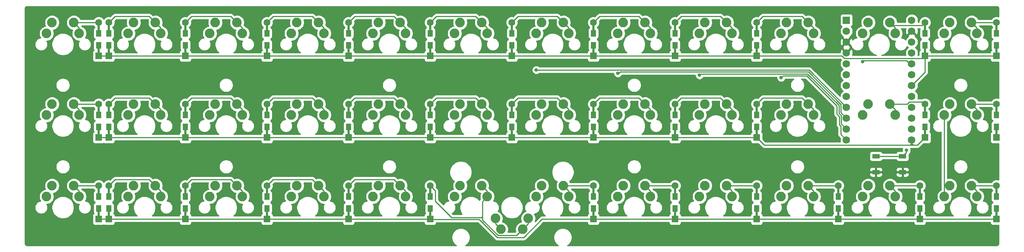
<source format=gbr>
%TF.GenerationSoftware,KiCad,Pcbnew,(5.1.9)-1*%
%TF.CreationDate,2021-06-01T11:31:06-07:00*%
%TF.ProjectId,ogurec,6f677572-6563-42e6-9b69-6361645f7063,rev?*%
%TF.SameCoordinates,Original*%
%TF.FileFunction,Copper,L2,Bot*%
%TF.FilePolarity,Positive*%
%FSLAX46Y46*%
G04 Gerber Fmt 4.6, Leading zero omitted, Abs format (unit mm)*
G04 Created by KiCad (PCBNEW (5.1.9)-1) date 2021-06-01 11:31:06*
%MOMM*%
%LPD*%
G01*
G04 APERTURE LIST*
%TA.AperFunction,ComponentPad*%
%ADD10C,2.250000*%
%TD*%
%TA.AperFunction,ComponentPad*%
%ADD11R,1.600000X1.600000*%
%TD*%
%TA.AperFunction,ComponentPad*%
%ADD12C,1.600000*%
%TD*%
%TA.AperFunction,SMDPad,CuDef*%
%ADD13R,0.500000X2.900000*%
%TD*%
%TA.AperFunction,SMDPad,CuDef*%
%ADD14R,1.200000X1.600000*%
%TD*%
%TA.AperFunction,SMDPad,CuDef*%
%ADD15R,1.800000X1.100000*%
%TD*%
%TA.AperFunction,ComponentPad*%
%ADD16C,1.752600*%
%TD*%
%TA.AperFunction,ComponentPad*%
%ADD17R,1.752600X1.752600*%
%TD*%
%TA.AperFunction,ViaPad*%
%ADD18C,0.800000*%
%TD*%
%TA.AperFunction,Conductor*%
%ADD19C,0.250000*%
%TD*%
%TA.AperFunction,Conductor*%
%ADD20C,0.254000*%
%TD*%
%TA.AperFunction,Conductor*%
%ADD21C,0.100000*%
%TD*%
G04 APERTURE END LIST*
D10*
%TO.P,MX30a1,1*%
%TO.N,C6*%
X150971380Y-90646324D03*
%TO.P,MX30a1,2*%
%TO.N,Net-(D30-Pad2)*%
X157321380Y-93186324D03*
%TO.P,MX30a1,1*%
%TO.N,C6*%
X152241380Y-93186324D03*
%TO.P,MX30a1,2*%
%TO.N,Net-(D30-Pad2)*%
X158591380Y-90646324D03*
%TD*%
%TO.P,MX36,1*%
%TO.N,C12*%
X257016468Y-83026324D03*
%TO.P,MX36,2*%
%TO.N,Net-(D36-Pad2)*%
X263366468Y-85566324D03*
X262096468Y-83026324D03*
%TO.P,MX36,1*%
%TO.N,C12*%
X255746468Y-85566324D03*
%TD*%
%TO.P,MX35,1*%
%TO.N,C11*%
X237966452Y-83026324D03*
%TO.P,MX35,2*%
%TO.N,Net-(D35-Pad2)*%
X244316452Y-85566324D03*
X243046452Y-83026324D03*
%TO.P,MX35,1*%
%TO.N,C11*%
X236696452Y-85566324D03*
%TD*%
%TO.P,MX34,1*%
%TO.N,C10*%
X218916436Y-83026324D03*
%TO.P,MX34,2*%
%TO.N,Net-(D34-Pad2)*%
X225266436Y-85566324D03*
X223996436Y-83026324D03*
%TO.P,MX34,1*%
%TO.N,C10*%
X217646436Y-85566324D03*
%TD*%
%TO.P,MX33,1*%
%TO.N,C9*%
X199866420Y-83026324D03*
%TO.P,MX33,2*%
%TO.N,Net-(D33-Pad2)*%
X206216420Y-85566324D03*
X204946420Y-83026324D03*
%TO.P,MX33,1*%
%TO.N,C9*%
X198596420Y-85566324D03*
%TD*%
%TO.P,MX32,1*%
%TO.N,C8*%
X180816404Y-83026324D03*
%TO.P,MX32,2*%
%TO.N,Net-(D32-Pad2)*%
X187166404Y-85566324D03*
X185896404Y-83026324D03*
%TO.P,MX32,1*%
%TO.N,C8*%
X179546404Y-85566324D03*
%TD*%
%TO.P,MX31,1*%
%TO.N,C7*%
X161766388Y-83026324D03*
%TO.P,MX31,2*%
%TO.N,Net-(D31-Pad2)*%
X168116388Y-85566324D03*
X166846388Y-83026324D03*
%TO.P,MX31,1*%
%TO.N,C7*%
X160496388Y-85566324D03*
%TD*%
%TO.P,MX30,1*%
%TO.N,C6*%
X142716372Y-83026324D03*
%TO.P,MX30,2*%
%TO.N,Net-(D30-Pad2)*%
X149066372Y-85566324D03*
X147796372Y-83026324D03*
%TO.P,MX30,1*%
%TO.N,C6*%
X141446372Y-85566324D03*
%TD*%
%TO.P,MX29,1*%
%TO.N,C5*%
X123666356Y-83026324D03*
%TO.P,MX29,2*%
%TO.N,Net-(D29-Pad2)*%
X130016356Y-85566324D03*
X128746356Y-83026324D03*
%TO.P,MX29,1*%
%TO.N,C5*%
X122396356Y-85566324D03*
%TD*%
%TO.P,MX28,1*%
%TO.N,C4*%
X104616340Y-83026324D03*
%TO.P,MX28,2*%
%TO.N,Net-(D28-Pad2)*%
X110966340Y-85566324D03*
X109696340Y-83026324D03*
%TO.P,MX28,1*%
%TO.N,C4*%
X103346340Y-85566324D03*
%TD*%
%TO.P,MX27,1*%
%TO.N,C3*%
X85566324Y-83026324D03*
%TO.P,MX27,2*%
%TO.N,Net-(D27-Pad2)*%
X91916324Y-85566324D03*
X90646324Y-83026324D03*
%TO.P,MX27,1*%
%TO.N,C3*%
X84296324Y-85566324D03*
%TD*%
%TO.P,MX26,1*%
%TO.N,C2*%
X66516308Y-83026324D03*
%TO.P,MX26,2*%
%TO.N,Net-(D26-Pad2)*%
X72866308Y-85566324D03*
X71596308Y-83026324D03*
%TO.P,MX26,1*%
%TO.N,C2*%
X65246308Y-85566324D03*
%TD*%
%TO.P,MX25,1*%
%TO.N,C1*%
X47466292Y-83026324D03*
%TO.P,MX25,2*%
%TO.N,Net-(D25-Pad2)*%
X53816292Y-85566324D03*
X52546292Y-83026324D03*
%TO.P,MX25,1*%
%TO.N,C1*%
X46196292Y-85566324D03*
%TD*%
%TO.P,MX24,1*%
%TO.N,C12*%
X257016468Y-63976308D03*
%TO.P,MX24,2*%
%TO.N,Net-(D24-Pad2)*%
X263366468Y-66516308D03*
X262096468Y-63976308D03*
%TO.P,MX24,1*%
%TO.N,C12*%
X255746468Y-66516308D03*
%TD*%
%TO.P,MX23,1*%
%TO.N,C11*%
X237966452Y-63976308D03*
%TO.P,MX23,2*%
%TO.N,Net-(D23-Pad2)*%
X244316452Y-66516308D03*
X243046452Y-63976308D03*
%TO.P,MX23,1*%
%TO.N,C11*%
X236696452Y-66516308D03*
%TD*%
%TO.P,MX22,1*%
%TO.N,C10*%
X218916436Y-63976308D03*
%TO.P,MX22,2*%
%TO.N,Net-(D22-Pad2)*%
X225266436Y-66516308D03*
X223996436Y-63976308D03*
%TO.P,MX22,1*%
%TO.N,C10*%
X217646436Y-66516308D03*
%TD*%
%TO.P,MX21,1*%
%TO.N,C9*%
X199866420Y-63976308D03*
%TO.P,MX21,2*%
%TO.N,Net-(D21-Pad2)*%
X206216420Y-66516308D03*
X204946420Y-63976308D03*
%TO.P,MX21,1*%
%TO.N,C9*%
X198596420Y-66516308D03*
%TD*%
%TO.P,MX20,1*%
%TO.N,C8*%
X180816404Y-63976308D03*
%TO.P,MX20,2*%
%TO.N,Net-(D20-Pad2)*%
X187166404Y-66516308D03*
X185896404Y-63976308D03*
%TO.P,MX20,1*%
%TO.N,C8*%
X179546404Y-66516308D03*
%TD*%
%TO.P,MX19,1*%
%TO.N,C7*%
X161766388Y-63976308D03*
%TO.P,MX19,2*%
%TO.N,Net-(D19-Pad2)*%
X168116388Y-66516308D03*
X166846388Y-63976308D03*
%TO.P,MX19,1*%
%TO.N,C7*%
X160496388Y-66516308D03*
%TD*%
%TO.P,MX18,1*%
%TO.N,C6*%
X142716372Y-63976308D03*
%TO.P,MX18,2*%
%TO.N,Net-(D18-Pad2)*%
X149066372Y-66516308D03*
X147796372Y-63976308D03*
%TO.P,MX18,1*%
%TO.N,C6*%
X141446372Y-66516308D03*
%TD*%
%TO.P,MX17,1*%
%TO.N,C5*%
X123666356Y-63976308D03*
%TO.P,MX17,2*%
%TO.N,Net-(D17-Pad2)*%
X130016356Y-66516308D03*
X128746356Y-63976308D03*
%TO.P,MX17,1*%
%TO.N,C5*%
X122396356Y-66516308D03*
%TD*%
%TO.P,MX16,1*%
%TO.N,C4*%
X104616340Y-63976308D03*
%TO.P,MX16,2*%
%TO.N,Net-(D16-Pad2)*%
X110966340Y-66516308D03*
X109696340Y-63976308D03*
%TO.P,MX16,1*%
%TO.N,C4*%
X103346340Y-66516308D03*
%TD*%
%TO.P,MX15,1*%
%TO.N,C3*%
X85566324Y-63976308D03*
%TO.P,MX15,2*%
%TO.N,Net-(D15-Pad2)*%
X91916324Y-66516308D03*
X90646324Y-63976308D03*
%TO.P,MX15,1*%
%TO.N,C3*%
X84296324Y-66516308D03*
%TD*%
%TO.P,MX14,1*%
%TO.N,C2*%
X66516308Y-63976308D03*
%TO.P,MX14,2*%
%TO.N,Net-(D14-Pad2)*%
X72866308Y-66516308D03*
X71596308Y-63976308D03*
%TO.P,MX14,1*%
%TO.N,C2*%
X65246308Y-66516308D03*
%TD*%
%TO.P,MX13,1*%
%TO.N,C1*%
X47466292Y-63976308D03*
%TO.P,MX13,2*%
%TO.N,Net-(D13-Pad2)*%
X53816292Y-66516308D03*
X52546292Y-63976308D03*
%TO.P,MX13,1*%
%TO.N,C1*%
X46196292Y-66516308D03*
%TD*%
%TO.P,MX12,1*%
%TO.N,C12*%
X257016468Y-44926292D03*
%TO.P,MX12,2*%
%TO.N,Net-(D12-Pad2)*%
X263366468Y-47466292D03*
X262096468Y-44926292D03*
%TO.P,MX12,1*%
%TO.N,C12*%
X255746468Y-47466292D03*
%TD*%
%TO.P,MX11,1*%
%TO.N,C11*%
X237966452Y-44926292D03*
%TO.P,MX11,2*%
%TO.N,Net-(D11-Pad2)*%
X244316452Y-47466292D03*
X243046452Y-44926292D03*
%TO.P,MX11,1*%
%TO.N,C11*%
X236696452Y-47466292D03*
%TD*%
%TO.P,MX10,1*%
%TO.N,C10*%
X218916436Y-44926292D03*
%TO.P,MX10,2*%
%TO.N,Net-(D10-Pad2)*%
X225266436Y-47466292D03*
X223996436Y-44926292D03*
%TO.P,MX10,1*%
%TO.N,C10*%
X217646436Y-47466292D03*
%TD*%
%TO.P,MX9,1*%
%TO.N,C9*%
X199866420Y-44926292D03*
%TO.P,MX9,2*%
%TO.N,Net-(D9-Pad2)*%
X206216420Y-47466292D03*
X204946420Y-44926292D03*
%TO.P,MX9,1*%
%TO.N,C9*%
X198596420Y-47466292D03*
%TD*%
%TO.P,MX8,1*%
%TO.N,C8*%
X180816404Y-44926292D03*
%TO.P,MX8,2*%
%TO.N,Net-(D8-Pad2)*%
X187166404Y-47466292D03*
X185896404Y-44926292D03*
%TO.P,MX8,1*%
%TO.N,C8*%
X179546404Y-47466292D03*
%TD*%
%TO.P,MX7,1*%
%TO.N,C7*%
X161766388Y-44926292D03*
%TO.P,MX7,2*%
%TO.N,Net-(D7-Pad2)*%
X168116388Y-47466292D03*
X166846388Y-44926292D03*
%TO.P,MX7,1*%
%TO.N,C7*%
X160496388Y-47466292D03*
%TD*%
%TO.P,MX6,1*%
%TO.N,C6*%
X142716372Y-44926292D03*
%TO.P,MX6,2*%
%TO.N,Net-(D6-Pad2)*%
X149066372Y-47466292D03*
X147796372Y-44926292D03*
%TO.P,MX6,1*%
%TO.N,C6*%
X141446372Y-47466292D03*
%TD*%
%TO.P,MX5,1*%
%TO.N,C5*%
X123666356Y-44926292D03*
%TO.P,MX5,2*%
%TO.N,Net-(D5-Pad2)*%
X130016356Y-47466292D03*
X128746356Y-44926292D03*
%TO.P,MX5,1*%
%TO.N,C5*%
X122396356Y-47466292D03*
%TD*%
%TO.P,MX4,1*%
%TO.N,C4*%
X104616340Y-44926292D03*
%TO.P,MX4,2*%
%TO.N,Net-(D4-Pad2)*%
X110966340Y-47466292D03*
X109696340Y-44926292D03*
%TO.P,MX4,1*%
%TO.N,C4*%
X103346340Y-47466292D03*
%TD*%
%TO.P,MX3,1*%
%TO.N,C3*%
X85566324Y-44926292D03*
%TO.P,MX3,2*%
%TO.N,Net-(D3-Pad2)*%
X91916324Y-47466292D03*
X90646324Y-44926292D03*
%TO.P,MX3,1*%
%TO.N,C3*%
X84296324Y-47466292D03*
%TD*%
%TO.P,MX2,1*%
%TO.N,C2*%
X66516308Y-44926292D03*
%TO.P,MX2,2*%
%TO.N,Net-(D2-Pad2)*%
X72866308Y-47466292D03*
X71596308Y-44926292D03*
%TO.P,MX2,1*%
%TO.N,C2*%
X65246308Y-47466292D03*
%TD*%
%TO.P,MX1,1*%
%TO.N,C1*%
X47466292Y-44926292D03*
%TO.P,MX1,2*%
%TO.N,Net-(D1-Pad2)*%
X53816292Y-47466292D03*
X52546292Y-44926292D03*
%TO.P,MX1,1*%
%TO.N,C1*%
X46196292Y-47466292D03*
%TD*%
D11*
%TO.P,D36,1*%
%TO.N,R3*%
X267890850Y-90815698D03*
D12*
%TO.P,D36,2*%
%TO.N,Net-(D36-Pad2)*%
X267890850Y-83015698D03*
D13*
%TO.P,D36,1*%
%TO.N,R3*%
X267890850Y-89415698D03*
D14*
X267890850Y-88315698D03*
%TO.P,D36,2*%
%TO.N,Net-(D36-Pad2)*%
X267890850Y-85515698D03*
D13*
X267890850Y-84415698D03*
%TD*%
D11*
%TO.P,D35,1*%
%TO.N,R3*%
X250031460Y-90815698D03*
D12*
%TO.P,D35,2*%
%TO.N,Net-(D35-Pad2)*%
X250031460Y-83015698D03*
D13*
%TO.P,D35,1*%
%TO.N,R3*%
X250031460Y-89415698D03*
D14*
X250031460Y-88315698D03*
%TO.P,D35,2*%
%TO.N,Net-(D35-Pad2)*%
X250031460Y-85515698D03*
D13*
X250031460Y-84415698D03*
%TD*%
D11*
%TO.P,D34,1*%
%TO.N,R3*%
X230981444Y-90815698D03*
D12*
%TO.P,D34,2*%
%TO.N,Net-(D34-Pad2)*%
X230981444Y-83015698D03*
D13*
%TO.P,D34,1*%
%TO.N,R3*%
X230981444Y-89415698D03*
D14*
X230981444Y-88315698D03*
%TO.P,D34,2*%
%TO.N,Net-(D34-Pad2)*%
X230981444Y-85515698D03*
D13*
X230981444Y-84415698D03*
%TD*%
D11*
%TO.P,D33,1*%
%TO.N,R3*%
X211931428Y-90815698D03*
D12*
%TO.P,D33,2*%
%TO.N,Net-(D33-Pad2)*%
X211931428Y-83015698D03*
D13*
%TO.P,D33,1*%
%TO.N,R3*%
X211931428Y-89415698D03*
D14*
X211931428Y-88315698D03*
%TO.P,D33,2*%
%TO.N,Net-(D33-Pad2)*%
X211931428Y-85515698D03*
D13*
X211931428Y-84415698D03*
%TD*%
D11*
%TO.P,D32,1*%
%TO.N,R3*%
X192881412Y-90815698D03*
D12*
%TO.P,D32,2*%
%TO.N,Net-(D32-Pad2)*%
X192881412Y-83015698D03*
D13*
%TO.P,D32,1*%
%TO.N,R3*%
X192881412Y-89415698D03*
D14*
X192881412Y-88315698D03*
%TO.P,D32,2*%
%TO.N,Net-(D32-Pad2)*%
X192881412Y-85515698D03*
D13*
X192881412Y-84415698D03*
%TD*%
D11*
%TO.P,D31,1*%
%TO.N,R3*%
X173831396Y-90815698D03*
D12*
%TO.P,D31,2*%
%TO.N,Net-(D31-Pad2)*%
X173831396Y-83015698D03*
D13*
%TO.P,D31,1*%
%TO.N,R3*%
X173831396Y-89415698D03*
D14*
X173831396Y-88315698D03*
%TO.P,D31,2*%
%TO.N,Net-(D31-Pad2)*%
X173831396Y-85515698D03*
D13*
X173831396Y-84415698D03*
%TD*%
D11*
%TO.P,D30,1*%
%TO.N,R3*%
X135731364Y-90815698D03*
D12*
%TO.P,D30,2*%
%TO.N,Net-(D30-Pad2)*%
X135731364Y-83015698D03*
D13*
%TO.P,D30,1*%
%TO.N,R3*%
X135731364Y-89415698D03*
D14*
X135731364Y-88315698D03*
%TO.P,D30,2*%
%TO.N,Net-(D30-Pad2)*%
X135731364Y-85515698D03*
D13*
X135731364Y-84415698D03*
%TD*%
D11*
%TO.P,D29,1*%
%TO.N,R3*%
X116681348Y-90815698D03*
D12*
%TO.P,D29,2*%
%TO.N,Net-(D29-Pad2)*%
X116681348Y-83015698D03*
D13*
%TO.P,D29,1*%
%TO.N,R3*%
X116681348Y-89415698D03*
D14*
X116681348Y-88315698D03*
%TO.P,D29,2*%
%TO.N,Net-(D29-Pad2)*%
X116681348Y-85515698D03*
D13*
X116681348Y-84415698D03*
%TD*%
D11*
%TO.P,D28,1*%
%TO.N,R3*%
X97631332Y-90815698D03*
D12*
%TO.P,D28,2*%
%TO.N,Net-(D28-Pad2)*%
X97631332Y-83015698D03*
D13*
%TO.P,D28,1*%
%TO.N,R3*%
X97631332Y-89415698D03*
D14*
X97631332Y-88315698D03*
%TO.P,D28,2*%
%TO.N,Net-(D28-Pad2)*%
X97631332Y-85515698D03*
D13*
X97631332Y-84415698D03*
%TD*%
D11*
%TO.P,D27,1*%
%TO.N,R3*%
X78581316Y-90815698D03*
D12*
%TO.P,D27,2*%
%TO.N,Net-(D27-Pad2)*%
X78581316Y-83015698D03*
D13*
%TO.P,D27,1*%
%TO.N,R3*%
X78581316Y-89415698D03*
D14*
X78581316Y-88315698D03*
%TO.P,D27,2*%
%TO.N,Net-(D27-Pad2)*%
X78581316Y-85515698D03*
D13*
X78581316Y-84415698D03*
%TD*%
D11*
%TO.P,D26,1*%
%TO.N,R3*%
X60721926Y-90815698D03*
D12*
%TO.P,D26,2*%
%TO.N,Net-(D26-Pad2)*%
X60721926Y-83015698D03*
D13*
%TO.P,D26,1*%
%TO.N,R3*%
X60721926Y-89415698D03*
D14*
X60721926Y-88315698D03*
%TO.P,D26,2*%
%TO.N,Net-(D26-Pad2)*%
X60721926Y-85515698D03*
D13*
X60721926Y-84415698D03*
%TD*%
D11*
%TO.P,D25,1*%
%TO.N,R3*%
X58340674Y-90815698D03*
D12*
%TO.P,D25,2*%
%TO.N,Net-(D25-Pad2)*%
X58340674Y-83015698D03*
D13*
%TO.P,D25,1*%
%TO.N,R3*%
X58340674Y-89415698D03*
D14*
X58340674Y-88315698D03*
%TO.P,D25,2*%
%TO.N,Net-(D25-Pad2)*%
X58340674Y-85515698D03*
D13*
X58340674Y-84415698D03*
%TD*%
D11*
%TO.P,D24,1*%
%TO.N,R2*%
X267890850Y-71765682D03*
D12*
%TO.P,D24,2*%
%TO.N,Net-(D24-Pad2)*%
X267890850Y-63965682D03*
D13*
%TO.P,D24,1*%
%TO.N,R2*%
X267890850Y-70365682D03*
D14*
X267890850Y-69265682D03*
%TO.P,D24,2*%
%TO.N,Net-(D24-Pad2)*%
X267890850Y-66465682D03*
D13*
X267890850Y-65365682D03*
%TD*%
D11*
%TO.P,D23,1*%
%TO.N,R2*%
X251222086Y-71765682D03*
D12*
%TO.P,D23,2*%
%TO.N,Net-(D23-Pad2)*%
X251222086Y-63965682D03*
D13*
%TO.P,D23,1*%
%TO.N,R2*%
X251222086Y-70365682D03*
D14*
X251222086Y-69265682D03*
%TO.P,D23,2*%
%TO.N,Net-(D23-Pad2)*%
X251222086Y-66465682D03*
D13*
X251222086Y-65365682D03*
%TD*%
D11*
%TO.P,D22,1*%
%TO.N,R2*%
X211931428Y-71765682D03*
D12*
%TO.P,D22,2*%
%TO.N,Net-(D22-Pad2)*%
X211931428Y-63965682D03*
D13*
%TO.P,D22,1*%
%TO.N,R2*%
X211931428Y-70365682D03*
D14*
X211931428Y-69265682D03*
%TO.P,D22,2*%
%TO.N,Net-(D22-Pad2)*%
X211931428Y-66465682D03*
D13*
X211931428Y-65365682D03*
%TD*%
D11*
%TO.P,D21,1*%
%TO.N,R2*%
X192881412Y-71765682D03*
D12*
%TO.P,D21,2*%
%TO.N,Net-(D21-Pad2)*%
X192881412Y-63965682D03*
D13*
%TO.P,D21,1*%
%TO.N,R2*%
X192881412Y-70365682D03*
D14*
X192881412Y-69265682D03*
%TO.P,D21,2*%
%TO.N,Net-(D21-Pad2)*%
X192881412Y-66465682D03*
D13*
X192881412Y-65365682D03*
%TD*%
D11*
%TO.P,D20,1*%
%TO.N,R2*%
X173831396Y-71765682D03*
D12*
%TO.P,D20,2*%
%TO.N,Net-(D20-Pad2)*%
X173831396Y-63965682D03*
D13*
%TO.P,D20,1*%
%TO.N,R2*%
X173831396Y-70365682D03*
D14*
X173831396Y-69265682D03*
%TO.P,D20,2*%
%TO.N,Net-(D20-Pad2)*%
X173831396Y-66465682D03*
D13*
X173831396Y-65365682D03*
%TD*%
D11*
%TO.P,D19,1*%
%TO.N,R2*%
X154781380Y-71765682D03*
D12*
%TO.P,D19,2*%
%TO.N,Net-(D19-Pad2)*%
X154781380Y-63965682D03*
D13*
%TO.P,D19,1*%
%TO.N,R2*%
X154781380Y-70365682D03*
D14*
X154781380Y-69265682D03*
%TO.P,D19,2*%
%TO.N,Net-(D19-Pad2)*%
X154781380Y-66465682D03*
D13*
X154781380Y-65365682D03*
%TD*%
D11*
%TO.P,D18,1*%
%TO.N,R2*%
X135731364Y-71765682D03*
D12*
%TO.P,D18,2*%
%TO.N,Net-(D18-Pad2)*%
X135731364Y-63965682D03*
D13*
%TO.P,D18,1*%
%TO.N,R2*%
X135731364Y-70365682D03*
D14*
X135731364Y-69265682D03*
%TO.P,D18,2*%
%TO.N,Net-(D18-Pad2)*%
X135731364Y-66465682D03*
D13*
X135731364Y-65365682D03*
%TD*%
D11*
%TO.P,D17,1*%
%TO.N,R2*%
X116681348Y-71765682D03*
D12*
%TO.P,D17,2*%
%TO.N,Net-(D17-Pad2)*%
X116681348Y-63965682D03*
D13*
%TO.P,D17,1*%
%TO.N,R2*%
X116681348Y-70365682D03*
D14*
X116681348Y-69265682D03*
%TO.P,D17,2*%
%TO.N,Net-(D17-Pad2)*%
X116681348Y-66465682D03*
D13*
X116681348Y-65365682D03*
%TD*%
D11*
%TO.P,D16,1*%
%TO.N,R2*%
X97631332Y-71765682D03*
D12*
%TO.P,D16,2*%
%TO.N,Net-(D16-Pad2)*%
X97631332Y-63965682D03*
D13*
%TO.P,D16,1*%
%TO.N,R2*%
X97631332Y-70365682D03*
D14*
X97631332Y-69265682D03*
%TO.P,D16,2*%
%TO.N,Net-(D16-Pad2)*%
X97631332Y-66465682D03*
D13*
X97631332Y-65365682D03*
%TD*%
D11*
%TO.P,D15,1*%
%TO.N,R2*%
X78581316Y-71765682D03*
D12*
%TO.P,D15,2*%
%TO.N,Net-(D15-Pad2)*%
X78581316Y-63965682D03*
D13*
%TO.P,D15,1*%
%TO.N,R2*%
X78581316Y-70365682D03*
D14*
X78581316Y-69265682D03*
%TO.P,D15,2*%
%TO.N,Net-(D15-Pad2)*%
X78581316Y-66465682D03*
D13*
X78581316Y-65365682D03*
%TD*%
D11*
%TO.P,D14,1*%
%TO.N,R2*%
X60721926Y-71765682D03*
D12*
%TO.P,D14,2*%
%TO.N,Net-(D14-Pad2)*%
X60721926Y-63965682D03*
D13*
%TO.P,D14,1*%
%TO.N,R2*%
X60721926Y-70365682D03*
D14*
X60721926Y-69265682D03*
%TO.P,D14,2*%
%TO.N,Net-(D14-Pad2)*%
X60721926Y-66465682D03*
D13*
X60721926Y-65365682D03*
%TD*%
D11*
%TO.P,D13,1*%
%TO.N,R2*%
X58340674Y-71765682D03*
D12*
%TO.P,D13,2*%
%TO.N,Net-(D13-Pad2)*%
X58340674Y-63965682D03*
D13*
%TO.P,D13,1*%
%TO.N,R2*%
X58340674Y-70365682D03*
D14*
X58340674Y-69265682D03*
%TO.P,D13,2*%
%TO.N,Net-(D13-Pad2)*%
X58340674Y-66465682D03*
D13*
X58340674Y-65365682D03*
%TD*%
D11*
%TO.P,D12,1*%
%TO.N,R1*%
X267890850Y-52715666D03*
D12*
%TO.P,D12,2*%
%TO.N,Net-(D12-Pad2)*%
X267890850Y-44915666D03*
D13*
%TO.P,D12,1*%
%TO.N,R1*%
X267890850Y-51315666D03*
D14*
X267890850Y-50215666D03*
%TO.P,D12,2*%
%TO.N,Net-(D12-Pad2)*%
X267890850Y-47415666D03*
D13*
X267890850Y-46315666D03*
%TD*%
D11*
%TO.P,D11,1*%
%TO.N,R1*%
X251222086Y-52715666D03*
D12*
%TO.P,D11,2*%
%TO.N,Net-(D11-Pad2)*%
X251222086Y-44915666D03*
D13*
%TO.P,D11,1*%
%TO.N,R1*%
X251222086Y-51315666D03*
D14*
X251222086Y-50215666D03*
%TO.P,D11,2*%
%TO.N,Net-(D11-Pad2)*%
X251222086Y-47415666D03*
D13*
X251222086Y-46315666D03*
%TD*%
D11*
%TO.P,D10,1*%
%TO.N,R1*%
X211931428Y-52715666D03*
D12*
%TO.P,D10,2*%
%TO.N,Net-(D10-Pad2)*%
X211931428Y-44915666D03*
D13*
%TO.P,D10,1*%
%TO.N,R1*%
X211931428Y-51315666D03*
D14*
X211931428Y-50215666D03*
%TO.P,D10,2*%
%TO.N,Net-(D10-Pad2)*%
X211931428Y-47415666D03*
D13*
X211931428Y-46315666D03*
%TD*%
D11*
%TO.P,D9,1*%
%TO.N,R1*%
X192881412Y-52715666D03*
D12*
%TO.P,D9,2*%
%TO.N,Net-(D9-Pad2)*%
X192881412Y-44915666D03*
D13*
%TO.P,D9,1*%
%TO.N,R1*%
X192881412Y-51315666D03*
D14*
X192881412Y-50215666D03*
%TO.P,D9,2*%
%TO.N,Net-(D9-Pad2)*%
X192881412Y-47415666D03*
D13*
X192881412Y-46315666D03*
%TD*%
D11*
%TO.P,D8,1*%
%TO.N,R1*%
X173831396Y-52715666D03*
D12*
%TO.P,D8,2*%
%TO.N,Net-(D8-Pad2)*%
X173831396Y-44915666D03*
D13*
%TO.P,D8,1*%
%TO.N,R1*%
X173831396Y-51315666D03*
D14*
X173831396Y-50215666D03*
%TO.P,D8,2*%
%TO.N,Net-(D8-Pad2)*%
X173831396Y-47415666D03*
D13*
X173831396Y-46315666D03*
%TD*%
D11*
%TO.P,D7,1*%
%TO.N,R1*%
X154781380Y-52715666D03*
D12*
%TO.P,D7,2*%
%TO.N,Net-(D7-Pad2)*%
X154781380Y-44915666D03*
D13*
%TO.P,D7,1*%
%TO.N,R1*%
X154781380Y-51315666D03*
D14*
X154781380Y-50215666D03*
%TO.P,D7,2*%
%TO.N,Net-(D7-Pad2)*%
X154781380Y-47415666D03*
D13*
X154781380Y-46315666D03*
%TD*%
D11*
%TO.P,D6,1*%
%TO.N,R1*%
X135731364Y-52715666D03*
D12*
%TO.P,D6,2*%
%TO.N,Net-(D6-Pad2)*%
X135731364Y-44915666D03*
D13*
%TO.P,D6,1*%
%TO.N,R1*%
X135731364Y-51315666D03*
D14*
X135731364Y-50215666D03*
%TO.P,D6,2*%
%TO.N,Net-(D6-Pad2)*%
X135731364Y-47415666D03*
D13*
X135731364Y-46315666D03*
%TD*%
D11*
%TO.P,D5,1*%
%TO.N,R1*%
X116681348Y-52715666D03*
D12*
%TO.P,D5,2*%
%TO.N,Net-(D5-Pad2)*%
X116681348Y-44915666D03*
D13*
%TO.P,D5,1*%
%TO.N,R1*%
X116681348Y-51315666D03*
D14*
X116681348Y-50215666D03*
%TO.P,D5,2*%
%TO.N,Net-(D5-Pad2)*%
X116681348Y-47415666D03*
D13*
X116681348Y-46315666D03*
%TD*%
D11*
%TO.P,D4,1*%
%TO.N,R1*%
X97631332Y-52715666D03*
D12*
%TO.P,D4,2*%
%TO.N,Net-(D4-Pad2)*%
X97631332Y-44915666D03*
D13*
%TO.P,D4,1*%
%TO.N,R1*%
X97631332Y-51315666D03*
D14*
X97631332Y-50215666D03*
%TO.P,D4,2*%
%TO.N,Net-(D4-Pad2)*%
X97631332Y-47415666D03*
D13*
X97631332Y-46315666D03*
%TD*%
D11*
%TO.P,D3,1*%
%TO.N,R1*%
X78581316Y-52715666D03*
D12*
%TO.P,D3,2*%
%TO.N,Net-(D3-Pad2)*%
X78581316Y-44915666D03*
D13*
%TO.P,D3,1*%
%TO.N,R1*%
X78581316Y-51315666D03*
D14*
X78581316Y-50215666D03*
%TO.P,D3,2*%
%TO.N,Net-(D3-Pad2)*%
X78581316Y-47415666D03*
D13*
X78581316Y-46315666D03*
%TD*%
D11*
%TO.P,D2,1*%
%TO.N,R1*%
X60721926Y-52715666D03*
D12*
%TO.P,D2,2*%
%TO.N,Net-(D2-Pad2)*%
X60721926Y-44915666D03*
D13*
%TO.P,D2,1*%
%TO.N,R1*%
X60721926Y-51315666D03*
D14*
X60721926Y-50215666D03*
%TO.P,D2,2*%
%TO.N,Net-(D2-Pad2)*%
X60721926Y-47415666D03*
D13*
X60721926Y-46315666D03*
%TD*%
D11*
%TO.P,D1,1*%
%TO.N,R1*%
X58340674Y-52715666D03*
D12*
%TO.P,D1,2*%
%TO.N,Net-(D1-Pad2)*%
X58340674Y-44915666D03*
D13*
%TO.P,D1,1*%
%TO.N,R1*%
X58340674Y-51315666D03*
D14*
X58340674Y-50215666D03*
%TO.P,D1,2*%
%TO.N,Net-(D1-Pad2)*%
X58340674Y-47415666D03*
D13*
X58340674Y-46315666D03*
%TD*%
D15*
%TO.P,RESET1,2*%
%TO.N,RST*%
X245987704Y-76136003D03*
X239787704Y-76136003D03*
%TO.P,RESET1,1*%
%TO.N,GND*%
X245987704Y-79836003D03*
X239787704Y-79836003D03*
%TD*%
D16*
%TO.P,PM1,24*%
%TO.N,Net-(PM1-Pad24)*%
X248126452Y-44370674D03*
%TO.P,PM1,12*%
%TO.N,C10*%
X232886452Y-72310674D03*
%TO.P,PM1,23*%
%TO.N,GND*%
X248126452Y-46910674D03*
%TO.P,PM1,22*%
%TO.N,RST*%
X248126452Y-49450674D03*
%TO.P,PM1,21*%
%TO.N,Net-(PM1-Pad21)*%
X248126452Y-51990674D03*
%TO.P,PM1,20*%
%TO.N,C11*%
X248126452Y-54530674D03*
%TO.P,PM1,19*%
%TO.N,C12*%
X248126452Y-57070674D03*
%TO.P,PM1,18*%
%TO.N,R1*%
X248126452Y-59610674D03*
%TO.P,PM1,17*%
%TO.N,Net-(PM1-Pad17)*%
X248126452Y-62150674D03*
%TO.P,PM1,16*%
%TO.N,Net-(PM1-Pad16)*%
X248126452Y-64690674D03*
%TO.P,PM1,15*%
%TO.N,Net-(PM1-Pad15)*%
X248126452Y-67230674D03*
%TO.P,PM1,14*%
%TO.N,R3*%
X248126452Y-69770674D03*
%TO.P,PM1,13*%
%TO.N,R2*%
X248126452Y-72310674D03*
%TO.P,PM1,11*%
%TO.N,C9*%
X232886452Y-69770674D03*
%TO.P,PM1,10*%
%TO.N,C8*%
X232886452Y-67230674D03*
%TO.P,PM1,9*%
%TO.N,C7*%
X232886452Y-64690674D03*
%TO.P,PM1,8*%
%TO.N,C6*%
X232886452Y-62150674D03*
%TO.P,PM1,7*%
%TO.N,C5*%
X232886452Y-59610674D03*
%TO.P,PM1,6*%
%TO.N,C4*%
X232886452Y-57070674D03*
%TO.P,PM1,5*%
%TO.N,C3*%
X232886452Y-54530674D03*
%TO.P,PM1,4*%
%TO.N,GND*%
X232886452Y-51990674D03*
%TO.P,PM1,3*%
X232886452Y-49450674D03*
%TO.P,PM1,2*%
%TO.N,C2*%
X232886452Y-46910674D03*
D17*
%TO.P,PM1,1*%
%TO.N,C1*%
X232886452Y-44370674D03*
%TD*%
D18*
%TO.N,RST*%
X246925151Y-74694729D03*
%TO.N,C7*%
X160496388Y-55995432D03*
%TO.N,C8*%
X179546404Y-56759956D03*
%TO.N,C9*%
X198596420Y-57224760D03*
%TO.N,C10*%
X217646436Y-57793704D03*
%TO.N,C11*%
X236696452Y-54054373D03*
%TD*%
D19*
%TO.N,Net-(D1-Pad2)*%
X58330048Y-44926292D02*
X58340674Y-44915666D01*
X52546292Y-44926292D02*
X58330048Y-44926292D01*
X53816292Y-46196292D02*
X53816292Y-47466292D01*
X52546292Y-44926292D02*
X53816292Y-46196292D01*
%TO.N,Net-(D2-Pad2)*%
X60732552Y-44926292D02*
X60721926Y-44915666D01*
X72866308Y-46196292D02*
X72866308Y-47466292D01*
X71596308Y-44926292D02*
X72866308Y-46196292D01*
X70146307Y-43476291D02*
X71596308Y-44926292D01*
X62161301Y-43476291D02*
X70146307Y-43476291D01*
X60721926Y-44915666D02*
X62161301Y-43476291D01*
%TO.N,Net-(D3-Pad2)*%
X78591942Y-44926292D02*
X78581316Y-44915666D01*
X91916324Y-46196292D02*
X91916324Y-47466292D01*
X90646324Y-44926292D02*
X91916324Y-46196292D01*
X89196323Y-43476291D02*
X90646324Y-44926292D01*
X80020691Y-43476291D02*
X89196323Y-43476291D01*
X78581316Y-44915666D02*
X80020691Y-43476291D01*
%TO.N,Net-(D4-Pad2)*%
X97641958Y-44926292D02*
X97631332Y-44915666D01*
X110966340Y-46196292D02*
X110966340Y-47466292D01*
X109696340Y-44926292D02*
X110966340Y-46196292D01*
X108246339Y-43476291D02*
X109696340Y-44926292D01*
X99070707Y-43476291D02*
X108246339Y-43476291D01*
X97631332Y-44915666D02*
X99070707Y-43476291D01*
%TO.N,Net-(D5-Pad2)*%
X116691974Y-44926292D02*
X116681348Y-44915666D01*
X130016356Y-46196292D02*
X130016356Y-47466292D01*
X128746356Y-44926292D02*
X130016356Y-46196292D01*
X127296355Y-43476291D02*
X128746356Y-44926292D01*
X118120723Y-43476291D02*
X127296355Y-43476291D01*
X116681348Y-44915666D02*
X118120723Y-43476291D01*
%TO.N,Net-(D6-Pad2)*%
X135741990Y-44926292D02*
X135731364Y-44915666D01*
X149066372Y-46196292D02*
X149066372Y-47466292D01*
X147796372Y-44926292D02*
X149066372Y-46196292D01*
X146346371Y-43476291D02*
X147796372Y-44926292D01*
X137170739Y-43476291D02*
X146346371Y-43476291D01*
X135731364Y-44915666D02*
X137170739Y-43476291D01*
%TO.N,Net-(D7-Pad2)*%
X154792006Y-44926292D02*
X154781380Y-44915666D01*
X168116388Y-46196292D02*
X168116388Y-47466292D01*
X166846388Y-44926292D02*
X168116388Y-46196292D01*
X165396387Y-43476291D02*
X166846388Y-44926292D01*
X156220755Y-43476291D02*
X165396387Y-43476291D01*
X154781380Y-44915666D02*
X156220755Y-43476291D01*
%TO.N,Net-(D8-Pad2)*%
X173842022Y-44926292D02*
X173831396Y-44915666D01*
X187166404Y-46196292D02*
X187166404Y-47466292D01*
X185896404Y-44926292D02*
X187166404Y-46196292D01*
X184446403Y-43476291D02*
X185896404Y-44926292D01*
X175270771Y-43476291D02*
X184446403Y-43476291D01*
X173831396Y-44915666D02*
X175270771Y-43476291D01*
%TO.N,Net-(D9-Pad2)*%
X192892038Y-44926292D02*
X192881412Y-44915666D01*
X206216420Y-46196292D02*
X206216420Y-47466292D01*
X204946420Y-44926292D02*
X206216420Y-46196292D01*
X203496419Y-43476291D02*
X204946420Y-44926292D01*
X194320787Y-43476291D02*
X203496419Y-43476291D01*
X192881412Y-44915666D02*
X194320787Y-43476291D01*
%TO.N,Net-(D10-Pad2)*%
X211942054Y-44926292D02*
X211931428Y-44915666D01*
X225266436Y-46196292D02*
X225266436Y-47466292D01*
X223996436Y-44926292D02*
X225266436Y-46196292D01*
X222546435Y-43476291D02*
X223996436Y-44926292D01*
X213370803Y-43476291D02*
X222546435Y-43476291D01*
X211931428Y-44915666D02*
X213370803Y-43476291D01*
%TO.N,Net-(D11-Pad2)*%
X250565777Y-45571975D02*
X251222086Y-44915666D01*
X243692135Y-45571975D02*
X250565777Y-45571975D01*
X243046452Y-44926292D02*
X243692135Y-45571975D01*
X244316452Y-46196292D02*
X244316452Y-47466292D01*
X243046452Y-44926292D02*
X244316452Y-46196292D01*
%TO.N,Net-(D12-Pad2)*%
X267880224Y-44926292D02*
X267890850Y-44915666D01*
X262096468Y-44926292D02*
X267880224Y-44926292D01*
X263366468Y-46196292D02*
X263366468Y-47466292D01*
X262096468Y-44926292D02*
X263366468Y-46196292D01*
%TO.N,Net-(D13-Pad2)*%
X58330048Y-63976308D02*
X58340674Y-63965682D01*
X52546292Y-63976308D02*
X58330048Y-63976308D01*
X53816292Y-65246308D02*
X53816292Y-66516308D01*
X52546292Y-63976308D02*
X53816292Y-65246308D01*
%TO.N,Net-(D14-Pad2)*%
X60732552Y-63976308D02*
X60721926Y-63965682D01*
X72866308Y-65246308D02*
X72866308Y-66516308D01*
X71596308Y-63976308D02*
X72866308Y-65246308D01*
X70146307Y-62526307D02*
X71596308Y-63976308D01*
X62161301Y-62526307D02*
X70146307Y-62526307D01*
X60721926Y-63965682D02*
X62161301Y-62526307D01*
%TO.N,Net-(D15-Pad2)*%
X78591942Y-63976308D02*
X78581316Y-63965682D01*
X91916324Y-65246308D02*
X91916324Y-66516308D01*
X90646324Y-63976308D02*
X91916324Y-65246308D01*
X89196323Y-62526307D02*
X90646324Y-63976308D01*
X80020691Y-62526307D02*
X89196323Y-62526307D01*
X78581316Y-63965682D02*
X80020691Y-62526307D01*
%TO.N,Net-(D16-Pad2)*%
X97641958Y-63976308D02*
X97631332Y-63965682D01*
X110966340Y-65246308D02*
X110966340Y-66516308D01*
X109696340Y-63976308D02*
X110966340Y-65246308D01*
X108246339Y-62526307D02*
X109696340Y-63976308D01*
X99070707Y-62526307D02*
X108246339Y-62526307D01*
X97631332Y-63965682D02*
X99070707Y-62526307D01*
%TO.N,Net-(D17-Pad2)*%
X116691974Y-63976308D02*
X116681348Y-63965682D01*
X130016356Y-65246308D02*
X130016356Y-66516308D01*
X128746356Y-63976308D02*
X130016356Y-65246308D01*
X127296355Y-62526307D02*
X128746356Y-63976308D01*
X118120723Y-62526307D02*
X127296355Y-62526307D01*
X116681348Y-63965682D02*
X118120723Y-62526307D01*
%TO.N,Net-(D18-Pad2)*%
X149066372Y-65246308D02*
X149066372Y-66516308D01*
X147796372Y-63976308D02*
X149066372Y-65246308D01*
X146346371Y-62526307D02*
X147796372Y-63976308D01*
X137170739Y-62526307D02*
X146346371Y-62526307D01*
X135731364Y-63965682D02*
X137170739Y-62526307D01*
%TO.N,Net-(D19-Pad2)*%
X154792006Y-63976308D02*
X154781380Y-63965682D01*
X168116388Y-65246308D02*
X168116388Y-66516308D01*
X166846388Y-63976308D02*
X168116388Y-65246308D01*
X165396387Y-62526307D02*
X166846388Y-63976308D01*
X156220755Y-62526307D02*
X165396387Y-62526307D01*
X154781380Y-63965682D02*
X156220755Y-62526307D01*
%TO.N,Net-(D20-Pad2)*%
X173842022Y-63976308D02*
X173831396Y-63965682D01*
X187166404Y-65246308D02*
X187166404Y-66516308D01*
X185896404Y-63976308D02*
X187166404Y-65246308D01*
X184446403Y-62526307D02*
X185896404Y-63976308D01*
X175270771Y-62526307D02*
X184446403Y-62526307D01*
X173831396Y-63965682D02*
X175270771Y-62526307D01*
%TO.N,Net-(D21-Pad2)*%
X192892038Y-63976308D02*
X192881412Y-63965682D01*
X206216420Y-65246308D02*
X206216420Y-66516308D01*
X204946420Y-63976308D02*
X206216420Y-65246308D01*
X203496419Y-62526307D02*
X204946420Y-63976308D01*
X194320787Y-62526307D02*
X203496419Y-62526307D01*
X192881412Y-63965682D02*
X194320787Y-62526307D01*
%TO.N,Net-(D22-Pad2)*%
X225266436Y-65246308D02*
X225266436Y-66516308D01*
X223996436Y-63976308D02*
X225266436Y-65246308D01*
X222546435Y-62526307D02*
X223996436Y-63976308D01*
X213370803Y-62526307D02*
X222546435Y-62526307D01*
X211931428Y-63965682D02*
X213370803Y-62526307D01*
%TO.N,Net-(D23-Pad2)*%
X250745777Y-63489373D02*
X251222086Y-63965682D01*
X247549827Y-63489373D02*
X250745777Y-63489373D01*
X247062892Y-63976308D02*
X247549827Y-63489373D01*
X243046452Y-63976308D02*
X247062892Y-63976308D01*
X244316452Y-65246308D02*
X244316452Y-66516308D01*
X243046452Y-63976308D02*
X244316452Y-65246308D01*
%TO.N,Net-(D24-Pad2)*%
X267880224Y-63976308D02*
X267890850Y-63965682D01*
X262096468Y-63976308D02*
X267880224Y-63976308D01*
X263366468Y-65246308D02*
X263366468Y-66516308D01*
X262096468Y-63976308D02*
X263366468Y-65246308D01*
%TO.N,Net-(D25-Pad2)*%
X58330048Y-83026324D02*
X58340674Y-83015698D01*
X52546292Y-83026324D02*
X58330048Y-83026324D01*
X53816292Y-84296324D02*
X53816292Y-85566324D01*
X52546292Y-83026324D02*
X53816292Y-84296324D01*
%TO.N,Net-(D26-Pad2)*%
X60732552Y-83026324D02*
X60721926Y-83015698D01*
X72866308Y-84296324D02*
X72866308Y-85566324D01*
X71596308Y-83026324D02*
X72866308Y-84296324D01*
X70146307Y-81576323D02*
X71596308Y-83026324D01*
X62161301Y-81576323D02*
X70146307Y-81576323D01*
X60721926Y-83015698D02*
X62161301Y-81576323D01*
%TO.N,Net-(D27-Pad2)*%
X78591942Y-83026324D02*
X78581316Y-83015698D01*
X91916324Y-84296324D02*
X91916324Y-85566324D01*
X90646324Y-83026324D02*
X91916324Y-84296324D01*
X89196323Y-81576323D02*
X90646324Y-83026324D01*
X80020691Y-81576323D02*
X89196323Y-81576323D01*
X78581316Y-83015698D02*
X80020691Y-81576323D01*
%TO.N,Net-(D28-Pad2)*%
X97641958Y-83026324D02*
X97631332Y-83015698D01*
X110966340Y-84296324D02*
X110966340Y-85566324D01*
X109696340Y-83026324D02*
X110966340Y-84296324D01*
X99070707Y-81576323D02*
X108246339Y-81576323D01*
X108246339Y-81576323D02*
X109696340Y-83026324D01*
X97631332Y-83015698D02*
X99070707Y-81576323D01*
%TO.N,Net-(D29-Pad2)*%
X116691974Y-83026324D02*
X116681348Y-83015698D01*
X130016356Y-84296324D02*
X130016356Y-85566324D01*
X128746356Y-83026324D02*
X130016356Y-84296324D01*
X118120723Y-81576323D02*
X127296355Y-81576323D01*
X127296355Y-81576323D02*
X128746356Y-83026324D01*
X116681348Y-83015698D02*
X118120723Y-81576323D01*
%TO.N,Net-(D30-Pad2)*%
X147785746Y-83015698D02*
X147796372Y-83026324D01*
X149066372Y-84296324D02*
X149066372Y-85116314D01*
X147796372Y-83026324D02*
X149066372Y-84296324D01*
X158591380Y-91916324D02*
X158591380Y-90646324D01*
X157321380Y-93186324D02*
X158591380Y-91916324D01*
X155871379Y-94636325D02*
X157321380Y-93186324D01*
X147941373Y-91032319D02*
X151545379Y-94636325D01*
X151545379Y-94636325D02*
X155871379Y-94636325D01*
X149066372Y-85566324D02*
X147941373Y-86691323D01*
X140719271Y-90425225D02*
X136921990Y-86627944D01*
X147941373Y-90183827D02*
X147699975Y-90425225D01*
X147941373Y-86691323D02*
X147941373Y-90183827D01*
X147699975Y-90425225D02*
X140719271Y-90425225D01*
X147941373Y-90183827D02*
X147941373Y-91032319D01*
X136921990Y-84206324D02*
X135731364Y-83015698D01*
X136921990Y-86627944D02*
X136921990Y-84206324D01*
X147941373Y-90666623D02*
X147699975Y-90425225D01*
X147941373Y-91032319D02*
X147941373Y-90666623D01*
%TO.N,Net-(D31-Pad2)*%
X173820770Y-83026324D02*
X173831396Y-83015698D01*
X166846388Y-83026324D02*
X173820770Y-83026324D01*
X168116388Y-84296324D02*
X168116388Y-85566324D01*
X166846388Y-83026324D02*
X168116388Y-84296324D01*
%TO.N,Net-(D32-Pad2)*%
X192870786Y-83026324D02*
X192881412Y-83015698D01*
X185896404Y-83026324D02*
X192870786Y-83026324D01*
X187166404Y-84296324D02*
X187166404Y-85566324D01*
X185896404Y-83026324D02*
X187166404Y-84296324D01*
%TO.N,Net-(D33-Pad2)*%
X211920802Y-83026324D02*
X211931428Y-83015698D01*
X204946420Y-83026324D02*
X211920802Y-83026324D01*
X206216420Y-84296324D02*
X206216420Y-85566324D01*
X204946420Y-83026324D02*
X206216420Y-84296324D01*
%TO.N,Net-(D34-Pad2)*%
X230970818Y-83026324D02*
X230981444Y-83015698D01*
X223996436Y-83026324D02*
X230970818Y-83026324D01*
X225266436Y-84296324D02*
X225266436Y-85566324D01*
X223996436Y-83026324D02*
X225266436Y-84296324D01*
%TO.N,Net-(D35-Pad2)*%
X250020834Y-83026324D02*
X250031460Y-83015698D01*
X243046452Y-83026324D02*
X250020834Y-83026324D01*
X244316452Y-84296324D02*
X244316452Y-85566324D01*
X243046452Y-83026324D02*
X244316452Y-84296324D01*
%TO.N,Net-(D36-Pad2)*%
X267880224Y-83026324D02*
X267890850Y-83015698D01*
X262096468Y-83026324D02*
X267880224Y-83026324D01*
X263366468Y-84296324D02*
X263366468Y-85566324D01*
X262096468Y-83026324D02*
X263366468Y-84296324D01*
%TO.N,RST*%
X246616717Y-76136003D02*
X246599434Y-76118720D01*
X246925151Y-75198556D02*
X245987704Y-76136003D01*
X246925151Y-74694729D02*
X246925151Y-75198556D01*
X239787704Y-76136003D02*
X245987704Y-76136003D01*
%TO.N,R1*%
X58340674Y-52715666D02*
X60721926Y-52715666D01*
X60721926Y-52715666D02*
X78581316Y-52715666D01*
X78581316Y-52715666D02*
X97631332Y-52715666D01*
X97631332Y-52715666D02*
X116681348Y-52715666D01*
X116681348Y-52715666D02*
X135731364Y-52715666D01*
X135731364Y-52715666D02*
X154781380Y-52715666D01*
X173831396Y-52715666D02*
X154781380Y-52715666D01*
X192881412Y-52715666D02*
X173831396Y-52715666D01*
X211931428Y-52715666D02*
X192881412Y-52715666D01*
X267890850Y-52715666D02*
X251222086Y-52715666D01*
X250608379Y-53329373D02*
X251222086Y-52715666D01*
X232447225Y-53329373D02*
X250608379Y-53329373D01*
X231833518Y-52715666D02*
X232447225Y-53329373D01*
X211931428Y-52715666D02*
X231833518Y-52715666D01*
X251222086Y-56515040D02*
X248126452Y-59610674D01*
X251222086Y-51315666D02*
X251222086Y-56515040D01*
%TO.N,R2*%
X58340674Y-71765682D02*
X60721926Y-71765682D01*
X60721926Y-71765682D02*
X211931428Y-71765682D01*
X249475793Y-73511975D02*
X251222086Y-71765682D01*
X211931428Y-71765682D02*
X213677721Y-73511975D01*
X248135845Y-72320067D02*
X248126452Y-72310674D01*
X248135845Y-73511975D02*
X248135845Y-72320067D01*
X248126452Y-72310674D02*
X248126452Y-73116098D01*
X247730575Y-73511975D02*
X248135845Y-73511975D01*
X248126452Y-73116098D02*
X247730575Y-73511975D01*
X213677721Y-73511975D02*
X247730575Y-73511975D01*
X248126452Y-73095052D02*
X248543375Y-73511975D01*
X248543375Y-73511975D02*
X249475793Y-73511975D01*
X248126452Y-72310674D02*
X248126452Y-73095052D01*
X248135845Y-73511975D02*
X248543375Y-73511975D01*
%TO.N,R3*%
X58340674Y-90815698D02*
X135731364Y-90815698D01*
X135790901Y-90875235D02*
X135731364Y-90815698D01*
X151358978Y-95086334D02*
X147147879Y-90875235D01*
X157567371Y-95086335D02*
X151358978Y-95086334D01*
X147147879Y-90875235D02*
X135790901Y-90875235D01*
X161838008Y-90815698D02*
X157567371Y-95086335D01*
X173831396Y-90815698D02*
X161838008Y-90815698D01*
X267890850Y-90815698D02*
X173831396Y-90815698D01*
%TO.N,C6*%
X150971380Y-91916324D02*
X150971380Y-90646324D01*
X152241380Y-93186324D02*
X150971380Y-91916324D01*
%TO.N,C7*%
X224191210Y-55995432D02*
X232886452Y-64690674D01*
X160496388Y-55995432D02*
X224191210Y-55995432D01*
%TO.N,C8*%
X179546404Y-56759956D02*
X179752144Y-56759956D01*
X179752144Y-56759956D02*
X180066658Y-56445442D01*
X180066658Y-56445442D02*
X224004810Y-56445442D01*
X224004810Y-56445442D02*
X231581014Y-64021646D01*
X231581014Y-65925236D02*
X232886452Y-67230674D01*
X231581014Y-64021646D02*
X231581014Y-65925236D01*
%TO.N,C9*%
X198665000Y-57224760D02*
X198994308Y-56895452D01*
X198596420Y-57224760D02*
X198665000Y-57224760D01*
X198994308Y-56895452D02*
X223818410Y-56895452D01*
X231131004Y-64208046D02*
X231131004Y-66111636D01*
X223818410Y-56895452D02*
X231131004Y-64208046D01*
X231685151Y-68569373D02*
X232886452Y-69770674D01*
X231685151Y-66665783D02*
X231685151Y-68569373D01*
X231131004Y-66111636D02*
X231685151Y-66665783D01*
%TO.N,C10*%
X217646436Y-57793704D02*
X218094678Y-57345462D01*
X218094678Y-57345462D02*
X223632010Y-57345462D01*
X230680994Y-64394446D02*
X230680995Y-66298037D01*
X223632010Y-57345462D02*
X230680994Y-64394446D01*
X231235141Y-66852183D02*
X231235142Y-68755774D01*
X230680995Y-66298037D02*
X231235141Y-66852183D01*
X231235142Y-68755774D02*
X231581014Y-69101646D01*
X231581014Y-71005236D02*
X232886452Y-72310674D01*
X231581014Y-69101646D02*
X231581014Y-71005236D01*
%TO.N,C11*%
X247695134Y-54530674D02*
X246943843Y-53779383D01*
X248126452Y-54530674D02*
X247695134Y-54530674D01*
X236971442Y-53779383D02*
X236696452Y-54054373D01*
X246943843Y-53779383D02*
X236971442Y-53779383D01*
%TO.N,C12*%
X255746468Y-66516308D02*
X255746468Y-85566324D01*
%TD*%
D20*
%TO.N,GND*%
X267993301Y-41154494D02*
X268091849Y-41184247D01*
X268182741Y-41232576D01*
X268262517Y-41297640D01*
X268328136Y-41376958D01*
X268377097Y-41467511D01*
X268407537Y-41565846D01*
X268421476Y-41698467D01*
X268421476Y-43582226D01*
X268309424Y-43535813D01*
X268032185Y-43480666D01*
X267749515Y-43480666D01*
X267472276Y-43535813D01*
X267211123Y-43643986D01*
X266976091Y-43801029D01*
X266776213Y-44000907D01*
X266665707Y-44166292D01*
X263686676Y-44166292D01*
X263656160Y-44092619D01*
X263463549Y-43804357D01*
X263218403Y-43559211D01*
X262930141Y-43366600D01*
X262609841Y-43233928D01*
X262269813Y-43166292D01*
X261923123Y-43166292D01*
X261583095Y-43233928D01*
X261262795Y-43366600D01*
X260974533Y-43559211D01*
X260729387Y-43804357D01*
X260536776Y-44092619D01*
X260404104Y-44412919D01*
X260336468Y-44752947D01*
X260336468Y-45099637D01*
X260404104Y-45439665D01*
X260536776Y-45759965D01*
X260729387Y-46048227D01*
X260974533Y-46293373D01*
X261262795Y-46485984D01*
X261583095Y-46618656D01*
X261795093Y-46660825D01*
X261674104Y-46952919D01*
X261606468Y-47292947D01*
X261606468Y-47639637D01*
X261674104Y-47979665D01*
X261806776Y-48299965D01*
X261999387Y-48588227D01*
X262244533Y-48833373D01*
X262532795Y-49025984D01*
X262853095Y-49158656D01*
X263193123Y-49226292D01*
X263341586Y-49226292D01*
X263298324Y-49291039D01*
X263184497Y-49565841D01*
X263126468Y-49857570D01*
X263126468Y-50155014D01*
X263184497Y-50446743D01*
X263298324Y-50721545D01*
X263463575Y-50968861D01*
X263673899Y-51179185D01*
X263921215Y-51344436D01*
X264196017Y-51458263D01*
X264487746Y-51516292D01*
X264785190Y-51516292D01*
X265076919Y-51458263D01*
X265351721Y-51344436D01*
X265599037Y-51179185D01*
X265809361Y-50968861D01*
X265974612Y-50721545D01*
X266088439Y-50446743D01*
X266146468Y-50155014D01*
X266146468Y-49857570D01*
X266088439Y-49565841D01*
X265974612Y-49291039D01*
X265809361Y-49043723D01*
X265599037Y-48833399D01*
X265351721Y-48668148D01*
X265076919Y-48554321D01*
X264793830Y-48498011D01*
X264926160Y-48299965D01*
X265058832Y-47979665D01*
X265126468Y-47639637D01*
X265126468Y-47292947D01*
X265058832Y-46952919D01*
X264926160Y-46632619D01*
X264733549Y-46344357D01*
X264488403Y-46099211D01*
X264200141Y-45906600D01*
X264037333Y-45839163D01*
X264001442Y-45772016D01*
X263931090Y-45686292D01*
X266679907Y-45686292D01*
X266776213Y-45830425D01*
X266976091Y-46030303D01*
X267002778Y-46048135D01*
X267002778Y-46049625D01*
X266936356Y-46085129D01*
X266839665Y-46164481D01*
X266760313Y-46261172D01*
X266701348Y-46371486D01*
X266665038Y-46491184D01*
X266652778Y-46615666D01*
X266652778Y-48215666D01*
X266665038Y-48340148D01*
X266701348Y-48459846D01*
X266760313Y-48570160D01*
X266839665Y-48666851D01*
X266936356Y-48746203D01*
X267046670Y-48805168D01*
X267081277Y-48815666D01*
X267046670Y-48826164D01*
X266936356Y-48885129D01*
X266839665Y-48964481D01*
X266760313Y-49061172D01*
X266701348Y-49171486D01*
X266665038Y-49291184D01*
X266652778Y-49415666D01*
X266652778Y-51015666D01*
X266665038Y-51140148D01*
X266701348Y-51259846D01*
X266760313Y-51370160D01*
X266761547Y-51371664D01*
X266736356Y-51385129D01*
X266639665Y-51464481D01*
X266560313Y-51561172D01*
X266501348Y-51671486D01*
X266465038Y-51791184D01*
X266452778Y-51915666D01*
X266452778Y-51955666D01*
X261324920Y-51955666D01*
X261598468Y-51682118D01*
X261886169Y-51251543D01*
X262084341Y-50773114D01*
X262185368Y-50265216D01*
X262185368Y-49747368D01*
X262084341Y-49239470D01*
X261886169Y-48761041D01*
X261598468Y-48330466D01*
X261232294Y-47964292D01*
X260801719Y-47676591D01*
X260323290Y-47478419D01*
X259815392Y-47377392D01*
X259297544Y-47377392D01*
X258789646Y-47478419D01*
X258311217Y-47676591D01*
X257880642Y-47964292D01*
X257514468Y-48330466D01*
X257226767Y-48761041D01*
X257028595Y-49239470D01*
X256927568Y-49747368D01*
X256927568Y-50265216D01*
X257028595Y-50773114D01*
X257226767Y-51251543D01*
X257514468Y-51682118D01*
X257788016Y-51955666D01*
X252660158Y-51955666D01*
X252660158Y-51915666D01*
X252647898Y-51791184D01*
X252611588Y-51671486D01*
X252552623Y-51561172D01*
X252473271Y-51464481D01*
X252376580Y-51385129D01*
X252351389Y-51371664D01*
X252352623Y-51370160D01*
X252411588Y-51259846D01*
X252447898Y-51140148D01*
X252460158Y-51015666D01*
X252460158Y-49857570D01*
X252966468Y-49857570D01*
X252966468Y-50155014D01*
X253024497Y-50446743D01*
X253138324Y-50721545D01*
X253303575Y-50968861D01*
X253513899Y-51179185D01*
X253761215Y-51344436D01*
X254036017Y-51458263D01*
X254327746Y-51516292D01*
X254625190Y-51516292D01*
X254916919Y-51458263D01*
X255191721Y-51344436D01*
X255439037Y-51179185D01*
X255649361Y-50968861D01*
X255814612Y-50721545D01*
X255928439Y-50446743D01*
X255986468Y-50155014D01*
X255986468Y-49857570D01*
X255928439Y-49565841D01*
X255814612Y-49291039D01*
X255771350Y-49226292D01*
X255919813Y-49226292D01*
X256259841Y-49158656D01*
X256580141Y-49025984D01*
X256868403Y-48833373D01*
X257113549Y-48588227D01*
X257306160Y-48299965D01*
X257438832Y-47979665D01*
X257506468Y-47639637D01*
X257506468Y-47292947D01*
X257438832Y-46952919D01*
X257317843Y-46660825D01*
X257529841Y-46618656D01*
X257850141Y-46485984D01*
X258138403Y-46293373D01*
X258383549Y-46048227D01*
X258576160Y-45759965D01*
X258708832Y-45439665D01*
X258776468Y-45099637D01*
X258776468Y-44752947D01*
X258708832Y-44412919D01*
X258576160Y-44092619D01*
X258383549Y-43804357D01*
X258138403Y-43559211D01*
X257850141Y-43366600D01*
X257529841Y-43233928D01*
X257189813Y-43166292D01*
X256843123Y-43166292D01*
X256503095Y-43233928D01*
X256182795Y-43366600D01*
X255894533Y-43559211D01*
X255649387Y-43804357D01*
X255456776Y-44092619D01*
X255324104Y-44412919D01*
X255256468Y-44752947D01*
X255256468Y-45099637D01*
X255324104Y-45439665D01*
X255445093Y-45731759D01*
X255233095Y-45773928D01*
X254912795Y-45906600D01*
X254624533Y-46099211D01*
X254379387Y-46344357D01*
X254186776Y-46632619D01*
X254054104Y-46952919D01*
X253986468Y-47292947D01*
X253986468Y-47639637D01*
X254054104Y-47979665D01*
X254186776Y-48299965D01*
X254319106Y-48498011D01*
X254036017Y-48554321D01*
X253761215Y-48668148D01*
X253513899Y-48833399D01*
X253303575Y-49043723D01*
X253138324Y-49291039D01*
X253024497Y-49565841D01*
X252966468Y-49857570D01*
X252460158Y-49857570D01*
X252460158Y-49415666D01*
X252447898Y-49291184D01*
X252411588Y-49171486D01*
X252352623Y-49061172D01*
X252273271Y-48964481D01*
X252176580Y-48885129D01*
X252066266Y-48826164D01*
X252031659Y-48815666D01*
X252066266Y-48805168D01*
X252176580Y-48746203D01*
X252273271Y-48666851D01*
X252352623Y-48570160D01*
X252411588Y-48459846D01*
X252447898Y-48340148D01*
X252460158Y-48215666D01*
X252460158Y-46615666D01*
X252447898Y-46491184D01*
X252411588Y-46371486D01*
X252352623Y-46261172D01*
X252273271Y-46164481D01*
X252176580Y-46085129D01*
X252110158Y-46049625D01*
X252110158Y-46048135D01*
X252136845Y-46030303D01*
X252336723Y-45830425D01*
X252493766Y-45595393D01*
X252601939Y-45334240D01*
X252657086Y-45057001D01*
X252657086Y-44774331D01*
X252601939Y-44497092D01*
X252493766Y-44235939D01*
X252336723Y-44000907D01*
X252136845Y-43801029D01*
X251901813Y-43643986D01*
X251640660Y-43535813D01*
X251363421Y-43480666D01*
X251080751Y-43480666D01*
X250803512Y-43535813D01*
X250542359Y-43643986D01*
X250307327Y-43801029D01*
X250107449Y-44000907D01*
X249950406Y-44235939D01*
X249842233Y-44497092D01*
X249787086Y-44774331D01*
X249787086Y-44811975D01*
X249579479Y-44811975D01*
X249579674Y-44811504D01*
X249637752Y-44519524D01*
X249637752Y-44221824D01*
X249579674Y-43929844D01*
X249465749Y-43654805D01*
X249300356Y-43407276D01*
X249089850Y-43196770D01*
X248842321Y-43031377D01*
X248567282Y-42917452D01*
X248275302Y-42859374D01*
X247977602Y-42859374D01*
X247685622Y-42917452D01*
X247410583Y-43031377D01*
X247163054Y-43196770D01*
X246952548Y-43407276D01*
X246787155Y-43654805D01*
X246673230Y-43929844D01*
X246615152Y-44221824D01*
X246615152Y-44519524D01*
X246673230Y-44811504D01*
X246673425Y-44811975D01*
X244806452Y-44811975D01*
X244806452Y-44752947D01*
X244738816Y-44412919D01*
X244606144Y-44092619D01*
X244413533Y-43804357D01*
X244168387Y-43559211D01*
X243880125Y-43366600D01*
X243559825Y-43233928D01*
X243219797Y-43166292D01*
X242873107Y-43166292D01*
X242533079Y-43233928D01*
X242212779Y-43366600D01*
X241924517Y-43559211D01*
X241679371Y-43804357D01*
X241486760Y-44092619D01*
X241354088Y-44412919D01*
X241286452Y-44752947D01*
X241286452Y-45099637D01*
X241354088Y-45439665D01*
X241486760Y-45759965D01*
X241679371Y-46048227D01*
X241924517Y-46293373D01*
X242212779Y-46485984D01*
X242533079Y-46618656D01*
X242745077Y-46660825D01*
X242624088Y-46952919D01*
X242556452Y-47292947D01*
X242556452Y-47639637D01*
X242624088Y-47979665D01*
X242756760Y-48299965D01*
X242949371Y-48588227D01*
X243194517Y-48833373D01*
X243482779Y-49025984D01*
X243803079Y-49158656D01*
X244143107Y-49226292D01*
X244291570Y-49226292D01*
X244248308Y-49291039D01*
X244134481Y-49565841D01*
X244076452Y-49857570D01*
X244076452Y-50155014D01*
X244134481Y-50446743D01*
X244248308Y-50721545D01*
X244413559Y-50968861D01*
X244623883Y-51179185D01*
X244871199Y-51344436D01*
X245146001Y-51458263D01*
X245437730Y-51516292D01*
X245735174Y-51516292D01*
X246026903Y-51458263D01*
X246301705Y-51344436D01*
X246549021Y-51179185D01*
X246759345Y-50968861D01*
X246924596Y-50721545D01*
X247022840Y-50484364D01*
X247163054Y-50624578D01*
X247306872Y-50720674D01*
X247163054Y-50816770D01*
X246952548Y-51027276D01*
X246787155Y-51274805D01*
X246673230Y-51549844D01*
X246615152Y-51841824D01*
X246615152Y-52139524D01*
X246673230Y-52431504D01*
X246730337Y-52569373D01*
X241096271Y-52569373D01*
X241273274Y-52534165D01*
X241751703Y-52335993D01*
X242182278Y-52048292D01*
X242548452Y-51682118D01*
X242836153Y-51251543D01*
X243034325Y-50773114D01*
X243135352Y-50265216D01*
X243135352Y-49747368D01*
X243034325Y-49239470D01*
X242836153Y-48761041D01*
X242548452Y-48330466D01*
X242182278Y-47964292D01*
X241751703Y-47676591D01*
X241273274Y-47478419D01*
X240765376Y-47377392D01*
X240247528Y-47377392D01*
X239739630Y-47478419D01*
X239261201Y-47676591D01*
X238830626Y-47964292D01*
X238464452Y-48330466D01*
X238176751Y-48761041D01*
X237978579Y-49239470D01*
X237877552Y-49747368D01*
X237877552Y-50265216D01*
X237978579Y-50773114D01*
X238176751Y-51251543D01*
X238464452Y-51682118D01*
X238830626Y-52048292D01*
X239261201Y-52335993D01*
X239739630Y-52534165D01*
X239916633Y-52569373D01*
X234284962Y-52569373D01*
X234313909Y-52508895D01*
X234387581Y-52220455D01*
X234403565Y-51923183D01*
X234361248Y-51628507D01*
X234262254Y-51347747D01*
X234185381Y-51203928D01*
X233933621Y-51123111D01*
X233066057Y-51990674D01*
X233080200Y-52004816D01*
X232900595Y-52184422D01*
X232886452Y-52170279D01*
X232872310Y-52184422D01*
X232692705Y-52004817D01*
X232706847Y-51990674D01*
X231839283Y-51123111D01*
X231587523Y-51203928D01*
X231458995Y-51472453D01*
X231385323Y-51760893D01*
X231374850Y-51955666D01*
X223224888Y-51955666D01*
X223498436Y-51682118D01*
X223786137Y-51251543D01*
X223984309Y-50773114D01*
X224085336Y-50265216D01*
X224085336Y-49747368D01*
X223984309Y-49239470D01*
X223786137Y-48761041D01*
X223498436Y-48330466D01*
X223132262Y-47964292D01*
X222701687Y-47676591D01*
X222223258Y-47478419D01*
X221715360Y-47377392D01*
X221197512Y-47377392D01*
X220689614Y-47478419D01*
X220211185Y-47676591D01*
X219780610Y-47964292D01*
X219414436Y-48330466D01*
X219126735Y-48761041D01*
X218928563Y-49239470D01*
X218827536Y-49747368D01*
X218827536Y-50265216D01*
X218928563Y-50773114D01*
X219126735Y-51251543D01*
X219414436Y-51682118D01*
X219687984Y-51955666D01*
X213369500Y-51955666D01*
X213369500Y-51915666D01*
X213357240Y-51791184D01*
X213320930Y-51671486D01*
X213261965Y-51561172D01*
X213182613Y-51464481D01*
X213085922Y-51385129D01*
X213060731Y-51371664D01*
X213061965Y-51370160D01*
X213120930Y-51259846D01*
X213157240Y-51140148D01*
X213169500Y-51015666D01*
X213169500Y-49415666D01*
X213157240Y-49291184D01*
X213120930Y-49171486D01*
X213061965Y-49061172D01*
X212982613Y-48964481D01*
X212885922Y-48885129D01*
X212775608Y-48826164D01*
X212741001Y-48815666D01*
X212775608Y-48805168D01*
X212885922Y-48746203D01*
X212982613Y-48666851D01*
X213061965Y-48570160D01*
X213120930Y-48459846D01*
X213157240Y-48340148D01*
X213169500Y-48215666D01*
X213169500Y-46615666D01*
X213157240Y-46491184D01*
X213120930Y-46371486D01*
X213061965Y-46261172D01*
X212982613Y-46164481D01*
X212885922Y-46085129D01*
X212819500Y-46049625D01*
X212819500Y-46048135D01*
X212846187Y-46030303D01*
X213046065Y-45830425D01*
X213203108Y-45595393D01*
X213311281Y-45334240D01*
X213366428Y-45057001D01*
X213366428Y-44774331D01*
X213330116Y-44591780D01*
X213685605Y-44236291D01*
X217297233Y-44236291D01*
X217224072Y-44412919D01*
X217156436Y-44752947D01*
X217156436Y-45099637D01*
X217224072Y-45439665D01*
X217345061Y-45731759D01*
X217133063Y-45773928D01*
X216812763Y-45906600D01*
X216524501Y-46099211D01*
X216279355Y-46344357D01*
X216086744Y-46632619D01*
X215954072Y-46952919D01*
X215886436Y-47292947D01*
X215886436Y-47639637D01*
X215954072Y-47979665D01*
X216086744Y-48299965D01*
X216219074Y-48498011D01*
X215935985Y-48554321D01*
X215661183Y-48668148D01*
X215413867Y-48833399D01*
X215203543Y-49043723D01*
X215038292Y-49291039D01*
X214924465Y-49565841D01*
X214866436Y-49857570D01*
X214866436Y-50155014D01*
X214924465Y-50446743D01*
X215038292Y-50721545D01*
X215203543Y-50968861D01*
X215413867Y-51179185D01*
X215661183Y-51344436D01*
X215935985Y-51458263D01*
X216227714Y-51516292D01*
X216525158Y-51516292D01*
X216816887Y-51458263D01*
X217091689Y-51344436D01*
X217339005Y-51179185D01*
X217549329Y-50968861D01*
X217714580Y-50721545D01*
X217828407Y-50446743D01*
X217886436Y-50155014D01*
X217886436Y-49857570D01*
X217828407Y-49565841D01*
X217714580Y-49291039D01*
X217671318Y-49226292D01*
X217819781Y-49226292D01*
X218159809Y-49158656D01*
X218480109Y-49025984D01*
X218768371Y-48833373D01*
X219013517Y-48588227D01*
X219206128Y-48299965D01*
X219338800Y-47979665D01*
X219406436Y-47639637D01*
X219406436Y-47292947D01*
X219338800Y-46952919D01*
X219217811Y-46660825D01*
X219429809Y-46618656D01*
X219750109Y-46485984D01*
X220038371Y-46293373D01*
X220283517Y-46048227D01*
X220476128Y-45759965D01*
X220608800Y-45439665D01*
X220676436Y-45099637D01*
X220676436Y-44752947D01*
X220608800Y-44412919D01*
X220535639Y-44236291D01*
X222231634Y-44236291D01*
X222334588Y-44339246D01*
X222304072Y-44412919D01*
X222236436Y-44752947D01*
X222236436Y-45099637D01*
X222304072Y-45439665D01*
X222436744Y-45759965D01*
X222629355Y-46048227D01*
X222874501Y-46293373D01*
X223162763Y-46485984D01*
X223483063Y-46618656D01*
X223695061Y-46660825D01*
X223574072Y-46952919D01*
X223506436Y-47292947D01*
X223506436Y-47639637D01*
X223574072Y-47979665D01*
X223706744Y-48299965D01*
X223899355Y-48588227D01*
X224144501Y-48833373D01*
X224432763Y-49025984D01*
X224753063Y-49158656D01*
X225093091Y-49226292D01*
X225241554Y-49226292D01*
X225198292Y-49291039D01*
X225084465Y-49565841D01*
X225026436Y-49857570D01*
X225026436Y-50155014D01*
X225084465Y-50446743D01*
X225198292Y-50721545D01*
X225363543Y-50968861D01*
X225573867Y-51179185D01*
X225821183Y-51344436D01*
X226095985Y-51458263D01*
X226387714Y-51516292D01*
X226685158Y-51516292D01*
X226976887Y-51458263D01*
X227251689Y-51344436D01*
X227499005Y-51179185D01*
X227709329Y-50968861D01*
X227874580Y-50721545D01*
X227967240Y-50497843D01*
X232018889Y-50497843D01*
X232090420Y-50720674D01*
X232018889Y-50943505D01*
X232886452Y-51811069D01*
X233754015Y-50943505D01*
X233682484Y-50720674D01*
X233754015Y-50497843D01*
X232886452Y-49630279D01*
X232018889Y-50497843D01*
X227967240Y-50497843D01*
X227988407Y-50446743D01*
X228046436Y-50155014D01*
X228046436Y-49857570D01*
X227988407Y-49565841D01*
X227968659Y-49518165D01*
X231369339Y-49518165D01*
X231411656Y-49812841D01*
X231510650Y-50093601D01*
X231587523Y-50237420D01*
X231839283Y-50318237D01*
X232706847Y-49450674D01*
X233066057Y-49450674D01*
X233933621Y-50318237D01*
X233948001Y-50313621D01*
X233974481Y-50446743D01*
X234088308Y-50721545D01*
X234253559Y-50968861D01*
X234463883Y-51179185D01*
X234711199Y-51344436D01*
X234986001Y-51458263D01*
X235277730Y-51516292D01*
X235575174Y-51516292D01*
X235866903Y-51458263D01*
X236141705Y-51344436D01*
X236389021Y-51179185D01*
X236599345Y-50968861D01*
X236764596Y-50721545D01*
X236878423Y-50446743D01*
X236936452Y-50155014D01*
X236936452Y-49857570D01*
X236878423Y-49565841D01*
X236764596Y-49291039D01*
X236721334Y-49226292D01*
X236869797Y-49226292D01*
X237209825Y-49158656D01*
X237530125Y-49025984D01*
X237818387Y-48833373D01*
X238063533Y-48588227D01*
X238256144Y-48299965D01*
X238388816Y-47979665D01*
X238456452Y-47639637D01*
X238456452Y-47292947D01*
X238388816Y-46952919D01*
X238267827Y-46660825D01*
X238479825Y-46618656D01*
X238800125Y-46485984D01*
X239088387Y-46293373D01*
X239333533Y-46048227D01*
X239526144Y-45759965D01*
X239658816Y-45439665D01*
X239726452Y-45099637D01*
X239726452Y-44752947D01*
X239658816Y-44412919D01*
X239526144Y-44092619D01*
X239333533Y-43804357D01*
X239088387Y-43559211D01*
X238800125Y-43366600D01*
X238479825Y-43233928D01*
X238139797Y-43166292D01*
X237793107Y-43166292D01*
X237453079Y-43233928D01*
X237132779Y-43366600D01*
X236844517Y-43559211D01*
X236599371Y-43804357D01*
X236406760Y-44092619D01*
X236274088Y-44412919D01*
X236206452Y-44752947D01*
X236206452Y-45099637D01*
X236274088Y-45439665D01*
X236395077Y-45731759D01*
X236183079Y-45773928D01*
X235862779Y-45906600D01*
X235574517Y-46099211D01*
X235329371Y-46344357D01*
X235136760Y-46632619D01*
X235004088Y-46952919D01*
X234936452Y-47292947D01*
X234936452Y-47639637D01*
X235004088Y-47979665D01*
X235136760Y-48299965D01*
X235269090Y-48498011D01*
X234986001Y-48554321D01*
X234711199Y-48668148D01*
X234463883Y-48833399D01*
X234321501Y-48975781D01*
X234262254Y-48807747D01*
X234185381Y-48663928D01*
X233933621Y-48583111D01*
X233066057Y-49450674D01*
X232706847Y-49450674D01*
X231839283Y-48583111D01*
X231587523Y-48663928D01*
X231458995Y-48932453D01*
X231385323Y-49220893D01*
X231369339Y-49518165D01*
X227968659Y-49518165D01*
X227874580Y-49291039D01*
X227709329Y-49043723D01*
X227499005Y-48833399D01*
X227251689Y-48668148D01*
X226976887Y-48554321D01*
X226693798Y-48498011D01*
X226826128Y-48299965D01*
X226958800Y-47979665D01*
X227026436Y-47639637D01*
X227026436Y-47292947D01*
X226958800Y-46952919D01*
X226826128Y-46632619D01*
X226633517Y-46344357D01*
X226388371Y-46099211D01*
X226100109Y-45906600D01*
X225937301Y-45839163D01*
X225901410Y-45772016D01*
X225806437Y-45656291D01*
X225777440Y-45632494D01*
X225658284Y-45513338D01*
X225688800Y-45439665D01*
X225756436Y-45099637D01*
X225756436Y-44752947D01*
X225688800Y-44412919D01*
X225556128Y-44092619D01*
X225363517Y-43804357D01*
X225118371Y-43559211D01*
X225021336Y-43494374D01*
X231372080Y-43494374D01*
X231372080Y-45246974D01*
X231384340Y-45371456D01*
X231420650Y-45491154D01*
X231479615Y-45601468D01*
X231558967Y-45698159D01*
X231655658Y-45777511D01*
X231765972Y-45836476D01*
X231809994Y-45849830D01*
X231712548Y-45947276D01*
X231547155Y-46194805D01*
X231433230Y-46469844D01*
X231375152Y-46761824D01*
X231375152Y-47059524D01*
X231433230Y-47351504D01*
X231547155Y-47626543D01*
X231712548Y-47874072D01*
X231923054Y-48084578D01*
X232086261Y-48193629D01*
X232018889Y-48403505D01*
X232886452Y-49271069D01*
X233754015Y-48403505D01*
X233686643Y-48193629D01*
X233849850Y-48084578D01*
X234060356Y-47874072D01*
X234225749Y-47626543D01*
X234339674Y-47351504D01*
X234397752Y-47059524D01*
X234397752Y-46761824D01*
X234339674Y-46469844D01*
X234225749Y-46194805D01*
X234060356Y-45947276D01*
X233962910Y-45849830D01*
X234006932Y-45836476D01*
X234117246Y-45777511D01*
X234213937Y-45698159D01*
X234293289Y-45601468D01*
X234352254Y-45491154D01*
X234388564Y-45371456D01*
X234400824Y-45246974D01*
X234400824Y-43494374D01*
X234388564Y-43369892D01*
X234352254Y-43250194D01*
X234293289Y-43139880D01*
X234213937Y-43043189D01*
X234117246Y-42963837D01*
X234006932Y-42904872D01*
X233887234Y-42868562D01*
X233762752Y-42856302D01*
X232010152Y-42856302D01*
X231885670Y-42868562D01*
X231765972Y-42904872D01*
X231655658Y-42963837D01*
X231558967Y-43043189D01*
X231479615Y-43139880D01*
X231420650Y-43250194D01*
X231384340Y-43369892D01*
X231372080Y-43494374D01*
X225021336Y-43494374D01*
X224830109Y-43366600D01*
X224509809Y-43233928D01*
X224169781Y-43166292D01*
X223823091Y-43166292D01*
X223483063Y-43233928D01*
X223409390Y-43264444D01*
X223110239Y-42965294D01*
X223086436Y-42936290D01*
X222970711Y-42841317D01*
X222838682Y-42770745D01*
X222695421Y-42727288D01*
X222583768Y-42716291D01*
X222583757Y-42716291D01*
X222546435Y-42712615D01*
X222509113Y-42716291D01*
X213408128Y-42716291D01*
X213370803Y-42712615D01*
X213333478Y-42716291D01*
X213333470Y-42716291D01*
X213221817Y-42727288D01*
X213078556Y-42770745D01*
X212946527Y-42841317D01*
X212830802Y-42936290D01*
X212807004Y-42965288D01*
X212255314Y-43516978D01*
X212072763Y-43480666D01*
X211790093Y-43480666D01*
X211512854Y-43535813D01*
X211251701Y-43643986D01*
X211016669Y-43801029D01*
X210816791Y-44000907D01*
X210659748Y-44235939D01*
X210551575Y-44497092D01*
X210496428Y-44774331D01*
X210496428Y-45057001D01*
X210551575Y-45334240D01*
X210659748Y-45595393D01*
X210816791Y-45830425D01*
X211016669Y-46030303D01*
X211043356Y-46048135D01*
X211043356Y-46049625D01*
X210976934Y-46085129D01*
X210880243Y-46164481D01*
X210800891Y-46261172D01*
X210741926Y-46371486D01*
X210705616Y-46491184D01*
X210693356Y-46615666D01*
X210693356Y-48215666D01*
X210705616Y-48340148D01*
X210741926Y-48459846D01*
X210800891Y-48570160D01*
X210880243Y-48666851D01*
X210976934Y-48746203D01*
X211087248Y-48805168D01*
X211121855Y-48815666D01*
X211087248Y-48826164D01*
X210976934Y-48885129D01*
X210880243Y-48964481D01*
X210800891Y-49061172D01*
X210741926Y-49171486D01*
X210705616Y-49291184D01*
X210693356Y-49415666D01*
X210693356Y-51015666D01*
X210705616Y-51140148D01*
X210741926Y-51259846D01*
X210800891Y-51370160D01*
X210802125Y-51371664D01*
X210776934Y-51385129D01*
X210680243Y-51464481D01*
X210600891Y-51561172D01*
X210541926Y-51671486D01*
X210505616Y-51791184D01*
X210493356Y-51915666D01*
X210493356Y-51955666D01*
X204174872Y-51955666D01*
X204448420Y-51682118D01*
X204736121Y-51251543D01*
X204934293Y-50773114D01*
X205035320Y-50265216D01*
X205035320Y-49747368D01*
X204934293Y-49239470D01*
X204736121Y-48761041D01*
X204448420Y-48330466D01*
X204082246Y-47964292D01*
X203651671Y-47676591D01*
X203173242Y-47478419D01*
X202665344Y-47377392D01*
X202147496Y-47377392D01*
X201639598Y-47478419D01*
X201161169Y-47676591D01*
X200730594Y-47964292D01*
X200364420Y-48330466D01*
X200076719Y-48761041D01*
X199878547Y-49239470D01*
X199777520Y-49747368D01*
X199777520Y-50265216D01*
X199878547Y-50773114D01*
X200076719Y-51251543D01*
X200364420Y-51682118D01*
X200637968Y-51955666D01*
X194319484Y-51955666D01*
X194319484Y-51915666D01*
X194307224Y-51791184D01*
X194270914Y-51671486D01*
X194211949Y-51561172D01*
X194132597Y-51464481D01*
X194035906Y-51385129D01*
X194010715Y-51371664D01*
X194011949Y-51370160D01*
X194070914Y-51259846D01*
X194107224Y-51140148D01*
X194119484Y-51015666D01*
X194119484Y-49415666D01*
X194107224Y-49291184D01*
X194070914Y-49171486D01*
X194011949Y-49061172D01*
X193932597Y-48964481D01*
X193835906Y-48885129D01*
X193725592Y-48826164D01*
X193690985Y-48815666D01*
X193725592Y-48805168D01*
X193835906Y-48746203D01*
X193932597Y-48666851D01*
X194011949Y-48570160D01*
X194070914Y-48459846D01*
X194107224Y-48340148D01*
X194119484Y-48215666D01*
X194119484Y-46615666D01*
X194107224Y-46491184D01*
X194070914Y-46371486D01*
X194011949Y-46261172D01*
X193932597Y-46164481D01*
X193835906Y-46085129D01*
X193769484Y-46049625D01*
X193769484Y-46048135D01*
X193796171Y-46030303D01*
X193996049Y-45830425D01*
X194153092Y-45595393D01*
X194261265Y-45334240D01*
X194316412Y-45057001D01*
X194316412Y-44774331D01*
X194280100Y-44591780D01*
X194635589Y-44236291D01*
X198247217Y-44236291D01*
X198174056Y-44412919D01*
X198106420Y-44752947D01*
X198106420Y-45099637D01*
X198174056Y-45439665D01*
X198295045Y-45731759D01*
X198083047Y-45773928D01*
X197762747Y-45906600D01*
X197474485Y-46099211D01*
X197229339Y-46344357D01*
X197036728Y-46632619D01*
X196904056Y-46952919D01*
X196836420Y-47292947D01*
X196836420Y-47639637D01*
X196904056Y-47979665D01*
X197036728Y-48299965D01*
X197169058Y-48498011D01*
X196885969Y-48554321D01*
X196611167Y-48668148D01*
X196363851Y-48833399D01*
X196153527Y-49043723D01*
X195988276Y-49291039D01*
X195874449Y-49565841D01*
X195816420Y-49857570D01*
X195816420Y-50155014D01*
X195874449Y-50446743D01*
X195988276Y-50721545D01*
X196153527Y-50968861D01*
X196363851Y-51179185D01*
X196611167Y-51344436D01*
X196885969Y-51458263D01*
X197177698Y-51516292D01*
X197475142Y-51516292D01*
X197766871Y-51458263D01*
X198041673Y-51344436D01*
X198288989Y-51179185D01*
X198499313Y-50968861D01*
X198664564Y-50721545D01*
X198778391Y-50446743D01*
X198836420Y-50155014D01*
X198836420Y-49857570D01*
X198778391Y-49565841D01*
X198664564Y-49291039D01*
X198621302Y-49226292D01*
X198769765Y-49226292D01*
X199109793Y-49158656D01*
X199430093Y-49025984D01*
X199718355Y-48833373D01*
X199963501Y-48588227D01*
X200156112Y-48299965D01*
X200288784Y-47979665D01*
X200356420Y-47639637D01*
X200356420Y-47292947D01*
X200288784Y-46952919D01*
X200167795Y-46660825D01*
X200379793Y-46618656D01*
X200700093Y-46485984D01*
X200988355Y-46293373D01*
X201233501Y-46048227D01*
X201426112Y-45759965D01*
X201558784Y-45439665D01*
X201626420Y-45099637D01*
X201626420Y-44752947D01*
X201558784Y-44412919D01*
X201485623Y-44236291D01*
X203181618Y-44236291D01*
X203284572Y-44339246D01*
X203254056Y-44412919D01*
X203186420Y-44752947D01*
X203186420Y-45099637D01*
X203254056Y-45439665D01*
X203386728Y-45759965D01*
X203579339Y-46048227D01*
X203824485Y-46293373D01*
X204112747Y-46485984D01*
X204433047Y-46618656D01*
X204645045Y-46660825D01*
X204524056Y-46952919D01*
X204456420Y-47292947D01*
X204456420Y-47639637D01*
X204524056Y-47979665D01*
X204656728Y-48299965D01*
X204849339Y-48588227D01*
X205094485Y-48833373D01*
X205382747Y-49025984D01*
X205703047Y-49158656D01*
X206043075Y-49226292D01*
X206191538Y-49226292D01*
X206148276Y-49291039D01*
X206034449Y-49565841D01*
X205976420Y-49857570D01*
X205976420Y-50155014D01*
X206034449Y-50446743D01*
X206148276Y-50721545D01*
X206313527Y-50968861D01*
X206523851Y-51179185D01*
X206771167Y-51344436D01*
X207045969Y-51458263D01*
X207337698Y-51516292D01*
X207635142Y-51516292D01*
X207926871Y-51458263D01*
X208201673Y-51344436D01*
X208448989Y-51179185D01*
X208659313Y-50968861D01*
X208824564Y-50721545D01*
X208938391Y-50446743D01*
X208996420Y-50155014D01*
X208996420Y-49857570D01*
X208938391Y-49565841D01*
X208824564Y-49291039D01*
X208659313Y-49043723D01*
X208448989Y-48833399D01*
X208201673Y-48668148D01*
X207926871Y-48554321D01*
X207643782Y-48498011D01*
X207776112Y-48299965D01*
X207908784Y-47979665D01*
X207976420Y-47639637D01*
X207976420Y-47292947D01*
X207908784Y-46952919D01*
X207776112Y-46632619D01*
X207583501Y-46344357D01*
X207338355Y-46099211D01*
X207050093Y-45906600D01*
X206887285Y-45839163D01*
X206851394Y-45772016D01*
X206756421Y-45656291D01*
X206727424Y-45632494D01*
X206608268Y-45513338D01*
X206638784Y-45439665D01*
X206706420Y-45099637D01*
X206706420Y-44752947D01*
X206638784Y-44412919D01*
X206506112Y-44092619D01*
X206313501Y-43804357D01*
X206068355Y-43559211D01*
X205780093Y-43366600D01*
X205459793Y-43233928D01*
X205119765Y-43166292D01*
X204773075Y-43166292D01*
X204433047Y-43233928D01*
X204359374Y-43264444D01*
X204060223Y-42965294D01*
X204036420Y-42936290D01*
X203920695Y-42841317D01*
X203788666Y-42770745D01*
X203645405Y-42727288D01*
X203533752Y-42716291D01*
X203533741Y-42716291D01*
X203496419Y-42712615D01*
X203459097Y-42716291D01*
X194358112Y-42716291D01*
X194320787Y-42712615D01*
X194283462Y-42716291D01*
X194283454Y-42716291D01*
X194171801Y-42727288D01*
X194028540Y-42770745D01*
X193896511Y-42841317D01*
X193780786Y-42936290D01*
X193756988Y-42965288D01*
X193205298Y-43516978D01*
X193022747Y-43480666D01*
X192740077Y-43480666D01*
X192462838Y-43535813D01*
X192201685Y-43643986D01*
X191966653Y-43801029D01*
X191766775Y-44000907D01*
X191609732Y-44235939D01*
X191501559Y-44497092D01*
X191446412Y-44774331D01*
X191446412Y-45057001D01*
X191501559Y-45334240D01*
X191609732Y-45595393D01*
X191766775Y-45830425D01*
X191966653Y-46030303D01*
X191993340Y-46048135D01*
X191993340Y-46049625D01*
X191926918Y-46085129D01*
X191830227Y-46164481D01*
X191750875Y-46261172D01*
X191691910Y-46371486D01*
X191655600Y-46491184D01*
X191643340Y-46615666D01*
X191643340Y-48215666D01*
X191655600Y-48340148D01*
X191691910Y-48459846D01*
X191750875Y-48570160D01*
X191830227Y-48666851D01*
X191926918Y-48746203D01*
X192037232Y-48805168D01*
X192071839Y-48815666D01*
X192037232Y-48826164D01*
X191926918Y-48885129D01*
X191830227Y-48964481D01*
X191750875Y-49061172D01*
X191691910Y-49171486D01*
X191655600Y-49291184D01*
X191643340Y-49415666D01*
X191643340Y-51015666D01*
X191655600Y-51140148D01*
X191691910Y-51259846D01*
X191750875Y-51370160D01*
X191752109Y-51371664D01*
X191726918Y-51385129D01*
X191630227Y-51464481D01*
X191550875Y-51561172D01*
X191491910Y-51671486D01*
X191455600Y-51791184D01*
X191443340Y-51915666D01*
X191443340Y-51955666D01*
X185124856Y-51955666D01*
X185398404Y-51682118D01*
X185686105Y-51251543D01*
X185884277Y-50773114D01*
X185985304Y-50265216D01*
X185985304Y-49747368D01*
X185884277Y-49239470D01*
X185686105Y-48761041D01*
X185398404Y-48330466D01*
X185032230Y-47964292D01*
X184601655Y-47676591D01*
X184123226Y-47478419D01*
X183615328Y-47377392D01*
X183097480Y-47377392D01*
X182589582Y-47478419D01*
X182111153Y-47676591D01*
X181680578Y-47964292D01*
X181314404Y-48330466D01*
X181026703Y-48761041D01*
X180828531Y-49239470D01*
X180727504Y-49747368D01*
X180727504Y-50265216D01*
X180828531Y-50773114D01*
X181026703Y-51251543D01*
X181314404Y-51682118D01*
X181587952Y-51955666D01*
X175269468Y-51955666D01*
X175269468Y-51915666D01*
X175257208Y-51791184D01*
X175220898Y-51671486D01*
X175161933Y-51561172D01*
X175082581Y-51464481D01*
X174985890Y-51385129D01*
X174960699Y-51371664D01*
X174961933Y-51370160D01*
X175020898Y-51259846D01*
X175057208Y-51140148D01*
X175069468Y-51015666D01*
X175069468Y-49415666D01*
X175057208Y-49291184D01*
X175020898Y-49171486D01*
X174961933Y-49061172D01*
X174882581Y-48964481D01*
X174785890Y-48885129D01*
X174675576Y-48826164D01*
X174640969Y-48815666D01*
X174675576Y-48805168D01*
X174785890Y-48746203D01*
X174882581Y-48666851D01*
X174961933Y-48570160D01*
X175020898Y-48459846D01*
X175057208Y-48340148D01*
X175069468Y-48215666D01*
X175069468Y-46615666D01*
X175057208Y-46491184D01*
X175020898Y-46371486D01*
X174961933Y-46261172D01*
X174882581Y-46164481D01*
X174785890Y-46085129D01*
X174719468Y-46049625D01*
X174719468Y-46048135D01*
X174746155Y-46030303D01*
X174946033Y-45830425D01*
X175103076Y-45595393D01*
X175211249Y-45334240D01*
X175266396Y-45057001D01*
X175266396Y-44774331D01*
X175230084Y-44591780D01*
X175585573Y-44236291D01*
X179197201Y-44236291D01*
X179124040Y-44412919D01*
X179056404Y-44752947D01*
X179056404Y-45099637D01*
X179124040Y-45439665D01*
X179245029Y-45731759D01*
X179033031Y-45773928D01*
X178712731Y-45906600D01*
X178424469Y-46099211D01*
X178179323Y-46344357D01*
X177986712Y-46632619D01*
X177854040Y-46952919D01*
X177786404Y-47292947D01*
X177786404Y-47639637D01*
X177854040Y-47979665D01*
X177986712Y-48299965D01*
X178119042Y-48498011D01*
X177835953Y-48554321D01*
X177561151Y-48668148D01*
X177313835Y-48833399D01*
X177103511Y-49043723D01*
X176938260Y-49291039D01*
X176824433Y-49565841D01*
X176766404Y-49857570D01*
X176766404Y-50155014D01*
X176824433Y-50446743D01*
X176938260Y-50721545D01*
X177103511Y-50968861D01*
X177313835Y-51179185D01*
X177561151Y-51344436D01*
X177835953Y-51458263D01*
X178127682Y-51516292D01*
X178425126Y-51516292D01*
X178716855Y-51458263D01*
X178991657Y-51344436D01*
X179238973Y-51179185D01*
X179449297Y-50968861D01*
X179614548Y-50721545D01*
X179728375Y-50446743D01*
X179786404Y-50155014D01*
X179786404Y-49857570D01*
X179728375Y-49565841D01*
X179614548Y-49291039D01*
X179571286Y-49226292D01*
X179719749Y-49226292D01*
X180059777Y-49158656D01*
X180380077Y-49025984D01*
X180668339Y-48833373D01*
X180913485Y-48588227D01*
X181106096Y-48299965D01*
X181238768Y-47979665D01*
X181306404Y-47639637D01*
X181306404Y-47292947D01*
X181238768Y-46952919D01*
X181117779Y-46660825D01*
X181329777Y-46618656D01*
X181650077Y-46485984D01*
X181938339Y-46293373D01*
X182183485Y-46048227D01*
X182376096Y-45759965D01*
X182508768Y-45439665D01*
X182576404Y-45099637D01*
X182576404Y-44752947D01*
X182508768Y-44412919D01*
X182435607Y-44236291D01*
X184131602Y-44236291D01*
X184234556Y-44339246D01*
X184204040Y-44412919D01*
X184136404Y-44752947D01*
X184136404Y-45099637D01*
X184204040Y-45439665D01*
X184336712Y-45759965D01*
X184529323Y-46048227D01*
X184774469Y-46293373D01*
X185062731Y-46485984D01*
X185383031Y-46618656D01*
X185595029Y-46660825D01*
X185474040Y-46952919D01*
X185406404Y-47292947D01*
X185406404Y-47639637D01*
X185474040Y-47979665D01*
X185606712Y-48299965D01*
X185799323Y-48588227D01*
X186044469Y-48833373D01*
X186332731Y-49025984D01*
X186653031Y-49158656D01*
X186993059Y-49226292D01*
X187141522Y-49226292D01*
X187098260Y-49291039D01*
X186984433Y-49565841D01*
X186926404Y-49857570D01*
X186926404Y-50155014D01*
X186984433Y-50446743D01*
X187098260Y-50721545D01*
X187263511Y-50968861D01*
X187473835Y-51179185D01*
X187721151Y-51344436D01*
X187995953Y-51458263D01*
X188287682Y-51516292D01*
X188585126Y-51516292D01*
X188876855Y-51458263D01*
X189151657Y-51344436D01*
X189398973Y-51179185D01*
X189609297Y-50968861D01*
X189774548Y-50721545D01*
X189888375Y-50446743D01*
X189946404Y-50155014D01*
X189946404Y-49857570D01*
X189888375Y-49565841D01*
X189774548Y-49291039D01*
X189609297Y-49043723D01*
X189398973Y-48833399D01*
X189151657Y-48668148D01*
X188876855Y-48554321D01*
X188593766Y-48498011D01*
X188726096Y-48299965D01*
X188858768Y-47979665D01*
X188926404Y-47639637D01*
X188926404Y-47292947D01*
X188858768Y-46952919D01*
X188726096Y-46632619D01*
X188533485Y-46344357D01*
X188288339Y-46099211D01*
X188000077Y-45906600D01*
X187837269Y-45839163D01*
X187801378Y-45772016D01*
X187706405Y-45656291D01*
X187677408Y-45632494D01*
X187558252Y-45513338D01*
X187588768Y-45439665D01*
X187656404Y-45099637D01*
X187656404Y-44752947D01*
X187588768Y-44412919D01*
X187456096Y-44092619D01*
X187263485Y-43804357D01*
X187018339Y-43559211D01*
X186730077Y-43366600D01*
X186409777Y-43233928D01*
X186069749Y-43166292D01*
X185723059Y-43166292D01*
X185383031Y-43233928D01*
X185309358Y-43264444D01*
X185010207Y-42965294D01*
X184986404Y-42936290D01*
X184870679Y-42841317D01*
X184738650Y-42770745D01*
X184595389Y-42727288D01*
X184483736Y-42716291D01*
X184483725Y-42716291D01*
X184446403Y-42712615D01*
X184409081Y-42716291D01*
X175308096Y-42716291D01*
X175270771Y-42712615D01*
X175233446Y-42716291D01*
X175233438Y-42716291D01*
X175121785Y-42727288D01*
X174978524Y-42770745D01*
X174846495Y-42841317D01*
X174730770Y-42936290D01*
X174706972Y-42965288D01*
X174155282Y-43516978D01*
X173972731Y-43480666D01*
X173690061Y-43480666D01*
X173412822Y-43535813D01*
X173151669Y-43643986D01*
X172916637Y-43801029D01*
X172716759Y-44000907D01*
X172559716Y-44235939D01*
X172451543Y-44497092D01*
X172396396Y-44774331D01*
X172396396Y-45057001D01*
X172451543Y-45334240D01*
X172559716Y-45595393D01*
X172716759Y-45830425D01*
X172916637Y-46030303D01*
X172943324Y-46048135D01*
X172943324Y-46049625D01*
X172876902Y-46085129D01*
X172780211Y-46164481D01*
X172700859Y-46261172D01*
X172641894Y-46371486D01*
X172605584Y-46491184D01*
X172593324Y-46615666D01*
X172593324Y-48215666D01*
X172605584Y-48340148D01*
X172641894Y-48459846D01*
X172700859Y-48570160D01*
X172780211Y-48666851D01*
X172876902Y-48746203D01*
X172987216Y-48805168D01*
X173021823Y-48815666D01*
X172987216Y-48826164D01*
X172876902Y-48885129D01*
X172780211Y-48964481D01*
X172700859Y-49061172D01*
X172641894Y-49171486D01*
X172605584Y-49291184D01*
X172593324Y-49415666D01*
X172593324Y-51015666D01*
X172605584Y-51140148D01*
X172641894Y-51259846D01*
X172700859Y-51370160D01*
X172702093Y-51371664D01*
X172676902Y-51385129D01*
X172580211Y-51464481D01*
X172500859Y-51561172D01*
X172441894Y-51671486D01*
X172405584Y-51791184D01*
X172393324Y-51915666D01*
X172393324Y-51955666D01*
X166074840Y-51955666D01*
X166348388Y-51682118D01*
X166636089Y-51251543D01*
X166834261Y-50773114D01*
X166935288Y-50265216D01*
X166935288Y-49747368D01*
X166834261Y-49239470D01*
X166636089Y-48761041D01*
X166348388Y-48330466D01*
X165982214Y-47964292D01*
X165551639Y-47676591D01*
X165073210Y-47478419D01*
X164565312Y-47377392D01*
X164047464Y-47377392D01*
X163539566Y-47478419D01*
X163061137Y-47676591D01*
X162630562Y-47964292D01*
X162264388Y-48330466D01*
X161976687Y-48761041D01*
X161778515Y-49239470D01*
X161677488Y-49747368D01*
X161677488Y-50265216D01*
X161778515Y-50773114D01*
X161976687Y-51251543D01*
X162264388Y-51682118D01*
X162537936Y-51955666D01*
X156219452Y-51955666D01*
X156219452Y-51915666D01*
X156207192Y-51791184D01*
X156170882Y-51671486D01*
X156111917Y-51561172D01*
X156032565Y-51464481D01*
X155935874Y-51385129D01*
X155910683Y-51371664D01*
X155911917Y-51370160D01*
X155970882Y-51259846D01*
X156007192Y-51140148D01*
X156019452Y-51015666D01*
X156019452Y-49415666D01*
X156007192Y-49291184D01*
X155970882Y-49171486D01*
X155911917Y-49061172D01*
X155832565Y-48964481D01*
X155735874Y-48885129D01*
X155625560Y-48826164D01*
X155590953Y-48815666D01*
X155625560Y-48805168D01*
X155735874Y-48746203D01*
X155832565Y-48666851D01*
X155911917Y-48570160D01*
X155970882Y-48459846D01*
X156007192Y-48340148D01*
X156019452Y-48215666D01*
X156019452Y-46615666D01*
X156007192Y-46491184D01*
X155970882Y-46371486D01*
X155911917Y-46261172D01*
X155832565Y-46164481D01*
X155735874Y-46085129D01*
X155669452Y-46049625D01*
X155669452Y-46048135D01*
X155696139Y-46030303D01*
X155896017Y-45830425D01*
X156053060Y-45595393D01*
X156161233Y-45334240D01*
X156216380Y-45057001D01*
X156216380Y-44774331D01*
X156180068Y-44591780D01*
X156535557Y-44236291D01*
X160147185Y-44236291D01*
X160074024Y-44412919D01*
X160006388Y-44752947D01*
X160006388Y-45099637D01*
X160074024Y-45439665D01*
X160195013Y-45731759D01*
X159983015Y-45773928D01*
X159662715Y-45906600D01*
X159374453Y-46099211D01*
X159129307Y-46344357D01*
X158936696Y-46632619D01*
X158804024Y-46952919D01*
X158736388Y-47292947D01*
X158736388Y-47639637D01*
X158804024Y-47979665D01*
X158936696Y-48299965D01*
X159069026Y-48498011D01*
X158785937Y-48554321D01*
X158511135Y-48668148D01*
X158263819Y-48833399D01*
X158053495Y-49043723D01*
X157888244Y-49291039D01*
X157774417Y-49565841D01*
X157716388Y-49857570D01*
X157716388Y-50155014D01*
X157774417Y-50446743D01*
X157888244Y-50721545D01*
X158053495Y-50968861D01*
X158263819Y-51179185D01*
X158511135Y-51344436D01*
X158785937Y-51458263D01*
X159077666Y-51516292D01*
X159375110Y-51516292D01*
X159666839Y-51458263D01*
X159941641Y-51344436D01*
X160188957Y-51179185D01*
X160399281Y-50968861D01*
X160564532Y-50721545D01*
X160678359Y-50446743D01*
X160736388Y-50155014D01*
X160736388Y-49857570D01*
X160678359Y-49565841D01*
X160564532Y-49291039D01*
X160521270Y-49226292D01*
X160669733Y-49226292D01*
X161009761Y-49158656D01*
X161330061Y-49025984D01*
X161618323Y-48833373D01*
X161863469Y-48588227D01*
X162056080Y-48299965D01*
X162188752Y-47979665D01*
X162256388Y-47639637D01*
X162256388Y-47292947D01*
X162188752Y-46952919D01*
X162067763Y-46660825D01*
X162279761Y-46618656D01*
X162600061Y-46485984D01*
X162888323Y-46293373D01*
X163133469Y-46048227D01*
X163326080Y-45759965D01*
X163458752Y-45439665D01*
X163526388Y-45099637D01*
X163526388Y-44752947D01*
X163458752Y-44412919D01*
X163385591Y-44236291D01*
X165081586Y-44236291D01*
X165184540Y-44339246D01*
X165154024Y-44412919D01*
X165086388Y-44752947D01*
X165086388Y-45099637D01*
X165154024Y-45439665D01*
X165286696Y-45759965D01*
X165479307Y-46048227D01*
X165724453Y-46293373D01*
X166012715Y-46485984D01*
X166333015Y-46618656D01*
X166545013Y-46660825D01*
X166424024Y-46952919D01*
X166356388Y-47292947D01*
X166356388Y-47639637D01*
X166424024Y-47979665D01*
X166556696Y-48299965D01*
X166749307Y-48588227D01*
X166994453Y-48833373D01*
X167282715Y-49025984D01*
X167603015Y-49158656D01*
X167943043Y-49226292D01*
X168091506Y-49226292D01*
X168048244Y-49291039D01*
X167934417Y-49565841D01*
X167876388Y-49857570D01*
X167876388Y-50155014D01*
X167934417Y-50446743D01*
X168048244Y-50721545D01*
X168213495Y-50968861D01*
X168423819Y-51179185D01*
X168671135Y-51344436D01*
X168945937Y-51458263D01*
X169237666Y-51516292D01*
X169535110Y-51516292D01*
X169826839Y-51458263D01*
X170101641Y-51344436D01*
X170348957Y-51179185D01*
X170559281Y-50968861D01*
X170724532Y-50721545D01*
X170838359Y-50446743D01*
X170896388Y-50155014D01*
X170896388Y-49857570D01*
X170838359Y-49565841D01*
X170724532Y-49291039D01*
X170559281Y-49043723D01*
X170348957Y-48833399D01*
X170101641Y-48668148D01*
X169826839Y-48554321D01*
X169543750Y-48498011D01*
X169676080Y-48299965D01*
X169808752Y-47979665D01*
X169876388Y-47639637D01*
X169876388Y-47292947D01*
X169808752Y-46952919D01*
X169676080Y-46632619D01*
X169483469Y-46344357D01*
X169238323Y-46099211D01*
X168950061Y-45906600D01*
X168787253Y-45839163D01*
X168751362Y-45772016D01*
X168656389Y-45656291D01*
X168627392Y-45632494D01*
X168508236Y-45513338D01*
X168538752Y-45439665D01*
X168606388Y-45099637D01*
X168606388Y-44752947D01*
X168538752Y-44412919D01*
X168406080Y-44092619D01*
X168213469Y-43804357D01*
X167968323Y-43559211D01*
X167680061Y-43366600D01*
X167359761Y-43233928D01*
X167019733Y-43166292D01*
X166673043Y-43166292D01*
X166333015Y-43233928D01*
X166259342Y-43264444D01*
X165960191Y-42965294D01*
X165936388Y-42936290D01*
X165820663Y-42841317D01*
X165688634Y-42770745D01*
X165545373Y-42727288D01*
X165433720Y-42716291D01*
X165433709Y-42716291D01*
X165396387Y-42712615D01*
X165359065Y-42716291D01*
X156258080Y-42716291D01*
X156220755Y-42712615D01*
X156183430Y-42716291D01*
X156183422Y-42716291D01*
X156071769Y-42727288D01*
X155928508Y-42770745D01*
X155796479Y-42841317D01*
X155680754Y-42936290D01*
X155656956Y-42965288D01*
X155105266Y-43516978D01*
X154922715Y-43480666D01*
X154640045Y-43480666D01*
X154362806Y-43535813D01*
X154101653Y-43643986D01*
X153866621Y-43801029D01*
X153666743Y-44000907D01*
X153509700Y-44235939D01*
X153401527Y-44497092D01*
X153346380Y-44774331D01*
X153346380Y-45057001D01*
X153401527Y-45334240D01*
X153509700Y-45595393D01*
X153666743Y-45830425D01*
X153866621Y-46030303D01*
X153893308Y-46048135D01*
X153893308Y-46049625D01*
X153826886Y-46085129D01*
X153730195Y-46164481D01*
X153650843Y-46261172D01*
X153591878Y-46371486D01*
X153555568Y-46491184D01*
X153543308Y-46615666D01*
X153543308Y-48215666D01*
X153555568Y-48340148D01*
X153591878Y-48459846D01*
X153650843Y-48570160D01*
X153730195Y-48666851D01*
X153826886Y-48746203D01*
X153937200Y-48805168D01*
X153971807Y-48815666D01*
X153937200Y-48826164D01*
X153826886Y-48885129D01*
X153730195Y-48964481D01*
X153650843Y-49061172D01*
X153591878Y-49171486D01*
X153555568Y-49291184D01*
X153543308Y-49415666D01*
X153543308Y-51015666D01*
X153555568Y-51140148D01*
X153591878Y-51259846D01*
X153650843Y-51370160D01*
X153652077Y-51371664D01*
X153626886Y-51385129D01*
X153530195Y-51464481D01*
X153450843Y-51561172D01*
X153391878Y-51671486D01*
X153355568Y-51791184D01*
X153343308Y-51915666D01*
X153343308Y-51955666D01*
X147024824Y-51955666D01*
X147298372Y-51682118D01*
X147586073Y-51251543D01*
X147784245Y-50773114D01*
X147885272Y-50265216D01*
X147885272Y-49747368D01*
X147784245Y-49239470D01*
X147586073Y-48761041D01*
X147298372Y-48330466D01*
X146932198Y-47964292D01*
X146501623Y-47676591D01*
X146023194Y-47478419D01*
X145515296Y-47377392D01*
X144997448Y-47377392D01*
X144489550Y-47478419D01*
X144011121Y-47676591D01*
X143580546Y-47964292D01*
X143214372Y-48330466D01*
X142926671Y-48761041D01*
X142728499Y-49239470D01*
X142627472Y-49747368D01*
X142627472Y-50265216D01*
X142728499Y-50773114D01*
X142926671Y-51251543D01*
X143214372Y-51682118D01*
X143487920Y-51955666D01*
X137169436Y-51955666D01*
X137169436Y-51915666D01*
X137157176Y-51791184D01*
X137120866Y-51671486D01*
X137061901Y-51561172D01*
X136982549Y-51464481D01*
X136885858Y-51385129D01*
X136860667Y-51371664D01*
X136861901Y-51370160D01*
X136920866Y-51259846D01*
X136957176Y-51140148D01*
X136969436Y-51015666D01*
X136969436Y-49415666D01*
X136957176Y-49291184D01*
X136920866Y-49171486D01*
X136861901Y-49061172D01*
X136782549Y-48964481D01*
X136685858Y-48885129D01*
X136575544Y-48826164D01*
X136540937Y-48815666D01*
X136575544Y-48805168D01*
X136685858Y-48746203D01*
X136782549Y-48666851D01*
X136861901Y-48570160D01*
X136920866Y-48459846D01*
X136957176Y-48340148D01*
X136969436Y-48215666D01*
X136969436Y-46615666D01*
X136957176Y-46491184D01*
X136920866Y-46371486D01*
X136861901Y-46261172D01*
X136782549Y-46164481D01*
X136685858Y-46085129D01*
X136619436Y-46049625D01*
X136619436Y-46048135D01*
X136646123Y-46030303D01*
X136846001Y-45830425D01*
X137003044Y-45595393D01*
X137111217Y-45334240D01*
X137166364Y-45057001D01*
X137166364Y-44774331D01*
X137130052Y-44591780D01*
X137485541Y-44236291D01*
X141097169Y-44236291D01*
X141024008Y-44412919D01*
X140956372Y-44752947D01*
X140956372Y-45099637D01*
X141024008Y-45439665D01*
X141144997Y-45731759D01*
X140932999Y-45773928D01*
X140612699Y-45906600D01*
X140324437Y-46099211D01*
X140079291Y-46344357D01*
X139886680Y-46632619D01*
X139754008Y-46952919D01*
X139686372Y-47292947D01*
X139686372Y-47639637D01*
X139754008Y-47979665D01*
X139886680Y-48299965D01*
X140019010Y-48498011D01*
X139735921Y-48554321D01*
X139461119Y-48668148D01*
X139213803Y-48833399D01*
X139003479Y-49043723D01*
X138838228Y-49291039D01*
X138724401Y-49565841D01*
X138666372Y-49857570D01*
X138666372Y-50155014D01*
X138724401Y-50446743D01*
X138838228Y-50721545D01*
X139003479Y-50968861D01*
X139213803Y-51179185D01*
X139461119Y-51344436D01*
X139735921Y-51458263D01*
X140027650Y-51516292D01*
X140325094Y-51516292D01*
X140616823Y-51458263D01*
X140891625Y-51344436D01*
X141138941Y-51179185D01*
X141349265Y-50968861D01*
X141514516Y-50721545D01*
X141628343Y-50446743D01*
X141686372Y-50155014D01*
X141686372Y-49857570D01*
X141628343Y-49565841D01*
X141514516Y-49291039D01*
X141471254Y-49226292D01*
X141619717Y-49226292D01*
X141959745Y-49158656D01*
X142280045Y-49025984D01*
X142568307Y-48833373D01*
X142813453Y-48588227D01*
X143006064Y-48299965D01*
X143138736Y-47979665D01*
X143206372Y-47639637D01*
X143206372Y-47292947D01*
X143138736Y-46952919D01*
X143017747Y-46660825D01*
X143229745Y-46618656D01*
X143550045Y-46485984D01*
X143838307Y-46293373D01*
X144083453Y-46048227D01*
X144276064Y-45759965D01*
X144408736Y-45439665D01*
X144476372Y-45099637D01*
X144476372Y-44752947D01*
X144408736Y-44412919D01*
X144335575Y-44236291D01*
X146031570Y-44236291D01*
X146134524Y-44339246D01*
X146104008Y-44412919D01*
X146036372Y-44752947D01*
X146036372Y-45099637D01*
X146104008Y-45439665D01*
X146236680Y-45759965D01*
X146429291Y-46048227D01*
X146674437Y-46293373D01*
X146962699Y-46485984D01*
X147282999Y-46618656D01*
X147494997Y-46660825D01*
X147374008Y-46952919D01*
X147306372Y-47292947D01*
X147306372Y-47639637D01*
X147374008Y-47979665D01*
X147506680Y-48299965D01*
X147699291Y-48588227D01*
X147944437Y-48833373D01*
X148232699Y-49025984D01*
X148552999Y-49158656D01*
X148893027Y-49226292D01*
X149041490Y-49226292D01*
X148998228Y-49291039D01*
X148884401Y-49565841D01*
X148826372Y-49857570D01*
X148826372Y-50155014D01*
X148884401Y-50446743D01*
X148998228Y-50721545D01*
X149163479Y-50968861D01*
X149373803Y-51179185D01*
X149621119Y-51344436D01*
X149895921Y-51458263D01*
X150187650Y-51516292D01*
X150485094Y-51516292D01*
X150776823Y-51458263D01*
X151051625Y-51344436D01*
X151298941Y-51179185D01*
X151509265Y-50968861D01*
X151674516Y-50721545D01*
X151788343Y-50446743D01*
X151846372Y-50155014D01*
X151846372Y-49857570D01*
X151788343Y-49565841D01*
X151674516Y-49291039D01*
X151509265Y-49043723D01*
X151298941Y-48833399D01*
X151051625Y-48668148D01*
X150776823Y-48554321D01*
X150493734Y-48498011D01*
X150626064Y-48299965D01*
X150758736Y-47979665D01*
X150826372Y-47639637D01*
X150826372Y-47292947D01*
X150758736Y-46952919D01*
X150626064Y-46632619D01*
X150433453Y-46344357D01*
X150188307Y-46099211D01*
X149900045Y-45906600D01*
X149737237Y-45839163D01*
X149701346Y-45772016D01*
X149606373Y-45656291D01*
X149577376Y-45632494D01*
X149458220Y-45513338D01*
X149488736Y-45439665D01*
X149556372Y-45099637D01*
X149556372Y-44752947D01*
X149488736Y-44412919D01*
X149356064Y-44092619D01*
X149163453Y-43804357D01*
X148918307Y-43559211D01*
X148630045Y-43366600D01*
X148309745Y-43233928D01*
X147969717Y-43166292D01*
X147623027Y-43166292D01*
X147282999Y-43233928D01*
X147209326Y-43264444D01*
X146910175Y-42965294D01*
X146886372Y-42936290D01*
X146770647Y-42841317D01*
X146638618Y-42770745D01*
X146495357Y-42727288D01*
X146383704Y-42716291D01*
X146383693Y-42716291D01*
X146346371Y-42712615D01*
X146309049Y-42716291D01*
X137208064Y-42716291D01*
X137170739Y-42712615D01*
X137133414Y-42716291D01*
X137133406Y-42716291D01*
X137021753Y-42727288D01*
X136878492Y-42770745D01*
X136746463Y-42841317D01*
X136630738Y-42936290D01*
X136606940Y-42965288D01*
X136055250Y-43516978D01*
X135872699Y-43480666D01*
X135590029Y-43480666D01*
X135312790Y-43535813D01*
X135051637Y-43643986D01*
X134816605Y-43801029D01*
X134616727Y-44000907D01*
X134459684Y-44235939D01*
X134351511Y-44497092D01*
X134296364Y-44774331D01*
X134296364Y-45057001D01*
X134351511Y-45334240D01*
X134459684Y-45595393D01*
X134616727Y-45830425D01*
X134816605Y-46030303D01*
X134843292Y-46048135D01*
X134843292Y-46049625D01*
X134776870Y-46085129D01*
X134680179Y-46164481D01*
X134600827Y-46261172D01*
X134541862Y-46371486D01*
X134505552Y-46491184D01*
X134493292Y-46615666D01*
X134493292Y-48215666D01*
X134505552Y-48340148D01*
X134541862Y-48459846D01*
X134600827Y-48570160D01*
X134680179Y-48666851D01*
X134776870Y-48746203D01*
X134887184Y-48805168D01*
X134921791Y-48815666D01*
X134887184Y-48826164D01*
X134776870Y-48885129D01*
X134680179Y-48964481D01*
X134600827Y-49061172D01*
X134541862Y-49171486D01*
X134505552Y-49291184D01*
X134493292Y-49415666D01*
X134493292Y-51015666D01*
X134505552Y-51140148D01*
X134541862Y-51259846D01*
X134600827Y-51370160D01*
X134602061Y-51371664D01*
X134576870Y-51385129D01*
X134480179Y-51464481D01*
X134400827Y-51561172D01*
X134341862Y-51671486D01*
X134305552Y-51791184D01*
X134293292Y-51915666D01*
X134293292Y-51955666D01*
X127974808Y-51955666D01*
X128248356Y-51682118D01*
X128536057Y-51251543D01*
X128734229Y-50773114D01*
X128835256Y-50265216D01*
X128835256Y-49747368D01*
X128734229Y-49239470D01*
X128536057Y-48761041D01*
X128248356Y-48330466D01*
X127882182Y-47964292D01*
X127451607Y-47676591D01*
X126973178Y-47478419D01*
X126465280Y-47377392D01*
X125947432Y-47377392D01*
X125439534Y-47478419D01*
X124961105Y-47676591D01*
X124530530Y-47964292D01*
X124164356Y-48330466D01*
X123876655Y-48761041D01*
X123678483Y-49239470D01*
X123577456Y-49747368D01*
X123577456Y-50265216D01*
X123678483Y-50773114D01*
X123876655Y-51251543D01*
X124164356Y-51682118D01*
X124437904Y-51955666D01*
X118119420Y-51955666D01*
X118119420Y-51915666D01*
X118107160Y-51791184D01*
X118070850Y-51671486D01*
X118011885Y-51561172D01*
X117932533Y-51464481D01*
X117835842Y-51385129D01*
X117810651Y-51371664D01*
X117811885Y-51370160D01*
X117870850Y-51259846D01*
X117907160Y-51140148D01*
X117919420Y-51015666D01*
X117919420Y-49415666D01*
X117907160Y-49291184D01*
X117870850Y-49171486D01*
X117811885Y-49061172D01*
X117732533Y-48964481D01*
X117635842Y-48885129D01*
X117525528Y-48826164D01*
X117490921Y-48815666D01*
X117525528Y-48805168D01*
X117635842Y-48746203D01*
X117732533Y-48666851D01*
X117811885Y-48570160D01*
X117870850Y-48459846D01*
X117907160Y-48340148D01*
X117919420Y-48215666D01*
X117919420Y-46615666D01*
X117907160Y-46491184D01*
X117870850Y-46371486D01*
X117811885Y-46261172D01*
X117732533Y-46164481D01*
X117635842Y-46085129D01*
X117569420Y-46049625D01*
X117569420Y-46048135D01*
X117596107Y-46030303D01*
X117795985Y-45830425D01*
X117953028Y-45595393D01*
X118061201Y-45334240D01*
X118116348Y-45057001D01*
X118116348Y-44774331D01*
X118080036Y-44591780D01*
X118435525Y-44236291D01*
X122047153Y-44236291D01*
X121973992Y-44412919D01*
X121906356Y-44752947D01*
X121906356Y-45099637D01*
X121973992Y-45439665D01*
X122094981Y-45731759D01*
X121882983Y-45773928D01*
X121562683Y-45906600D01*
X121274421Y-46099211D01*
X121029275Y-46344357D01*
X120836664Y-46632619D01*
X120703992Y-46952919D01*
X120636356Y-47292947D01*
X120636356Y-47639637D01*
X120703992Y-47979665D01*
X120836664Y-48299965D01*
X120968994Y-48498011D01*
X120685905Y-48554321D01*
X120411103Y-48668148D01*
X120163787Y-48833399D01*
X119953463Y-49043723D01*
X119788212Y-49291039D01*
X119674385Y-49565841D01*
X119616356Y-49857570D01*
X119616356Y-50155014D01*
X119674385Y-50446743D01*
X119788212Y-50721545D01*
X119953463Y-50968861D01*
X120163787Y-51179185D01*
X120411103Y-51344436D01*
X120685905Y-51458263D01*
X120977634Y-51516292D01*
X121275078Y-51516292D01*
X121566807Y-51458263D01*
X121841609Y-51344436D01*
X122088925Y-51179185D01*
X122299249Y-50968861D01*
X122464500Y-50721545D01*
X122578327Y-50446743D01*
X122636356Y-50155014D01*
X122636356Y-49857570D01*
X122578327Y-49565841D01*
X122464500Y-49291039D01*
X122421238Y-49226292D01*
X122569701Y-49226292D01*
X122909729Y-49158656D01*
X123230029Y-49025984D01*
X123518291Y-48833373D01*
X123763437Y-48588227D01*
X123956048Y-48299965D01*
X124088720Y-47979665D01*
X124156356Y-47639637D01*
X124156356Y-47292947D01*
X124088720Y-46952919D01*
X123967731Y-46660825D01*
X124179729Y-46618656D01*
X124500029Y-46485984D01*
X124788291Y-46293373D01*
X125033437Y-46048227D01*
X125226048Y-45759965D01*
X125358720Y-45439665D01*
X125426356Y-45099637D01*
X125426356Y-44752947D01*
X125358720Y-44412919D01*
X125285559Y-44236291D01*
X126981554Y-44236291D01*
X127084508Y-44339246D01*
X127053992Y-44412919D01*
X126986356Y-44752947D01*
X126986356Y-45099637D01*
X127053992Y-45439665D01*
X127186664Y-45759965D01*
X127379275Y-46048227D01*
X127624421Y-46293373D01*
X127912683Y-46485984D01*
X128232983Y-46618656D01*
X128444981Y-46660825D01*
X128323992Y-46952919D01*
X128256356Y-47292947D01*
X128256356Y-47639637D01*
X128323992Y-47979665D01*
X128456664Y-48299965D01*
X128649275Y-48588227D01*
X128894421Y-48833373D01*
X129182683Y-49025984D01*
X129502983Y-49158656D01*
X129843011Y-49226292D01*
X129991474Y-49226292D01*
X129948212Y-49291039D01*
X129834385Y-49565841D01*
X129776356Y-49857570D01*
X129776356Y-50155014D01*
X129834385Y-50446743D01*
X129948212Y-50721545D01*
X130113463Y-50968861D01*
X130323787Y-51179185D01*
X130571103Y-51344436D01*
X130845905Y-51458263D01*
X131137634Y-51516292D01*
X131435078Y-51516292D01*
X131726807Y-51458263D01*
X132001609Y-51344436D01*
X132248925Y-51179185D01*
X132459249Y-50968861D01*
X132624500Y-50721545D01*
X132738327Y-50446743D01*
X132796356Y-50155014D01*
X132796356Y-49857570D01*
X132738327Y-49565841D01*
X132624500Y-49291039D01*
X132459249Y-49043723D01*
X132248925Y-48833399D01*
X132001609Y-48668148D01*
X131726807Y-48554321D01*
X131443718Y-48498011D01*
X131576048Y-48299965D01*
X131708720Y-47979665D01*
X131776356Y-47639637D01*
X131776356Y-47292947D01*
X131708720Y-46952919D01*
X131576048Y-46632619D01*
X131383437Y-46344357D01*
X131138291Y-46099211D01*
X130850029Y-45906600D01*
X130687221Y-45839163D01*
X130651330Y-45772016D01*
X130556357Y-45656291D01*
X130527360Y-45632494D01*
X130408204Y-45513338D01*
X130438720Y-45439665D01*
X130506356Y-45099637D01*
X130506356Y-44752947D01*
X130438720Y-44412919D01*
X130306048Y-44092619D01*
X130113437Y-43804357D01*
X129868291Y-43559211D01*
X129580029Y-43366600D01*
X129259729Y-43233928D01*
X128919701Y-43166292D01*
X128573011Y-43166292D01*
X128232983Y-43233928D01*
X128159310Y-43264444D01*
X127860159Y-42965294D01*
X127836356Y-42936290D01*
X127720631Y-42841317D01*
X127588602Y-42770745D01*
X127445341Y-42727288D01*
X127333688Y-42716291D01*
X127333677Y-42716291D01*
X127296355Y-42712615D01*
X127259033Y-42716291D01*
X118158048Y-42716291D01*
X118120723Y-42712615D01*
X118083398Y-42716291D01*
X118083390Y-42716291D01*
X117971737Y-42727288D01*
X117828476Y-42770745D01*
X117696447Y-42841317D01*
X117580722Y-42936290D01*
X117556924Y-42965288D01*
X117005234Y-43516978D01*
X116822683Y-43480666D01*
X116540013Y-43480666D01*
X116262774Y-43535813D01*
X116001621Y-43643986D01*
X115766589Y-43801029D01*
X115566711Y-44000907D01*
X115409668Y-44235939D01*
X115301495Y-44497092D01*
X115246348Y-44774331D01*
X115246348Y-45057001D01*
X115301495Y-45334240D01*
X115409668Y-45595393D01*
X115566711Y-45830425D01*
X115766589Y-46030303D01*
X115793276Y-46048135D01*
X115793276Y-46049625D01*
X115726854Y-46085129D01*
X115630163Y-46164481D01*
X115550811Y-46261172D01*
X115491846Y-46371486D01*
X115455536Y-46491184D01*
X115443276Y-46615666D01*
X115443276Y-48215666D01*
X115455536Y-48340148D01*
X115491846Y-48459846D01*
X115550811Y-48570160D01*
X115630163Y-48666851D01*
X115726854Y-48746203D01*
X115837168Y-48805168D01*
X115871775Y-48815666D01*
X115837168Y-48826164D01*
X115726854Y-48885129D01*
X115630163Y-48964481D01*
X115550811Y-49061172D01*
X115491846Y-49171486D01*
X115455536Y-49291184D01*
X115443276Y-49415666D01*
X115443276Y-51015666D01*
X115455536Y-51140148D01*
X115491846Y-51259846D01*
X115550811Y-51370160D01*
X115552045Y-51371664D01*
X115526854Y-51385129D01*
X115430163Y-51464481D01*
X115350811Y-51561172D01*
X115291846Y-51671486D01*
X115255536Y-51791184D01*
X115243276Y-51915666D01*
X115243276Y-51955666D01*
X108924792Y-51955666D01*
X109198340Y-51682118D01*
X109486041Y-51251543D01*
X109684213Y-50773114D01*
X109785240Y-50265216D01*
X109785240Y-49747368D01*
X109684213Y-49239470D01*
X109486041Y-48761041D01*
X109198340Y-48330466D01*
X108832166Y-47964292D01*
X108401591Y-47676591D01*
X107923162Y-47478419D01*
X107415264Y-47377392D01*
X106897416Y-47377392D01*
X106389518Y-47478419D01*
X105911089Y-47676591D01*
X105480514Y-47964292D01*
X105114340Y-48330466D01*
X104826639Y-48761041D01*
X104628467Y-49239470D01*
X104527440Y-49747368D01*
X104527440Y-50265216D01*
X104628467Y-50773114D01*
X104826639Y-51251543D01*
X105114340Y-51682118D01*
X105387888Y-51955666D01*
X99069404Y-51955666D01*
X99069404Y-51915666D01*
X99057144Y-51791184D01*
X99020834Y-51671486D01*
X98961869Y-51561172D01*
X98882517Y-51464481D01*
X98785826Y-51385129D01*
X98760635Y-51371664D01*
X98761869Y-51370160D01*
X98820834Y-51259846D01*
X98857144Y-51140148D01*
X98869404Y-51015666D01*
X98869404Y-49415666D01*
X98857144Y-49291184D01*
X98820834Y-49171486D01*
X98761869Y-49061172D01*
X98682517Y-48964481D01*
X98585826Y-48885129D01*
X98475512Y-48826164D01*
X98440905Y-48815666D01*
X98475512Y-48805168D01*
X98585826Y-48746203D01*
X98682517Y-48666851D01*
X98761869Y-48570160D01*
X98820834Y-48459846D01*
X98857144Y-48340148D01*
X98869404Y-48215666D01*
X98869404Y-46615666D01*
X98857144Y-46491184D01*
X98820834Y-46371486D01*
X98761869Y-46261172D01*
X98682517Y-46164481D01*
X98585826Y-46085129D01*
X98519404Y-46049625D01*
X98519404Y-46048135D01*
X98546091Y-46030303D01*
X98745969Y-45830425D01*
X98903012Y-45595393D01*
X99011185Y-45334240D01*
X99066332Y-45057001D01*
X99066332Y-44774331D01*
X99030020Y-44591780D01*
X99385509Y-44236291D01*
X102997137Y-44236291D01*
X102923976Y-44412919D01*
X102856340Y-44752947D01*
X102856340Y-45099637D01*
X102923976Y-45439665D01*
X103044965Y-45731759D01*
X102832967Y-45773928D01*
X102512667Y-45906600D01*
X102224405Y-46099211D01*
X101979259Y-46344357D01*
X101786648Y-46632619D01*
X101653976Y-46952919D01*
X101586340Y-47292947D01*
X101586340Y-47639637D01*
X101653976Y-47979665D01*
X101786648Y-48299965D01*
X101918978Y-48498011D01*
X101635889Y-48554321D01*
X101361087Y-48668148D01*
X101113771Y-48833399D01*
X100903447Y-49043723D01*
X100738196Y-49291039D01*
X100624369Y-49565841D01*
X100566340Y-49857570D01*
X100566340Y-50155014D01*
X100624369Y-50446743D01*
X100738196Y-50721545D01*
X100903447Y-50968861D01*
X101113771Y-51179185D01*
X101361087Y-51344436D01*
X101635889Y-51458263D01*
X101927618Y-51516292D01*
X102225062Y-51516292D01*
X102516791Y-51458263D01*
X102791593Y-51344436D01*
X103038909Y-51179185D01*
X103249233Y-50968861D01*
X103414484Y-50721545D01*
X103528311Y-50446743D01*
X103586340Y-50155014D01*
X103586340Y-49857570D01*
X103528311Y-49565841D01*
X103414484Y-49291039D01*
X103371222Y-49226292D01*
X103519685Y-49226292D01*
X103859713Y-49158656D01*
X104180013Y-49025984D01*
X104468275Y-48833373D01*
X104713421Y-48588227D01*
X104906032Y-48299965D01*
X105038704Y-47979665D01*
X105106340Y-47639637D01*
X105106340Y-47292947D01*
X105038704Y-46952919D01*
X104917715Y-46660825D01*
X105129713Y-46618656D01*
X105450013Y-46485984D01*
X105738275Y-46293373D01*
X105983421Y-46048227D01*
X106176032Y-45759965D01*
X106308704Y-45439665D01*
X106376340Y-45099637D01*
X106376340Y-44752947D01*
X106308704Y-44412919D01*
X106235543Y-44236291D01*
X107931538Y-44236291D01*
X108034492Y-44339246D01*
X108003976Y-44412919D01*
X107936340Y-44752947D01*
X107936340Y-45099637D01*
X108003976Y-45439665D01*
X108136648Y-45759965D01*
X108329259Y-46048227D01*
X108574405Y-46293373D01*
X108862667Y-46485984D01*
X109182967Y-46618656D01*
X109394965Y-46660825D01*
X109273976Y-46952919D01*
X109206340Y-47292947D01*
X109206340Y-47639637D01*
X109273976Y-47979665D01*
X109406648Y-48299965D01*
X109599259Y-48588227D01*
X109844405Y-48833373D01*
X110132667Y-49025984D01*
X110452967Y-49158656D01*
X110792995Y-49226292D01*
X110941458Y-49226292D01*
X110898196Y-49291039D01*
X110784369Y-49565841D01*
X110726340Y-49857570D01*
X110726340Y-50155014D01*
X110784369Y-50446743D01*
X110898196Y-50721545D01*
X111063447Y-50968861D01*
X111273771Y-51179185D01*
X111521087Y-51344436D01*
X111795889Y-51458263D01*
X112087618Y-51516292D01*
X112385062Y-51516292D01*
X112676791Y-51458263D01*
X112951593Y-51344436D01*
X113198909Y-51179185D01*
X113409233Y-50968861D01*
X113574484Y-50721545D01*
X113688311Y-50446743D01*
X113746340Y-50155014D01*
X113746340Y-49857570D01*
X113688311Y-49565841D01*
X113574484Y-49291039D01*
X113409233Y-49043723D01*
X113198909Y-48833399D01*
X112951593Y-48668148D01*
X112676791Y-48554321D01*
X112393702Y-48498011D01*
X112526032Y-48299965D01*
X112658704Y-47979665D01*
X112726340Y-47639637D01*
X112726340Y-47292947D01*
X112658704Y-46952919D01*
X112526032Y-46632619D01*
X112333421Y-46344357D01*
X112088275Y-46099211D01*
X111800013Y-45906600D01*
X111637205Y-45839163D01*
X111601314Y-45772016D01*
X111506341Y-45656291D01*
X111477344Y-45632494D01*
X111358188Y-45513338D01*
X111388704Y-45439665D01*
X111456340Y-45099637D01*
X111456340Y-44752947D01*
X111388704Y-44412919D01*
X111256032Y-44092619D01*
X111063421Y-43804357D01*
X110818275Y-43559211D01*
X110530013Y-43366600D01*
X110209713Y-43233928D01*
X109869685Y-43166292D01*
X109522995Y-43166292D01*
X109182967Y-43233928D01*
X109109294Y-43264444D01*
X108810143Y-42965294D01*
X108786340Y-42936290D01*
X108670615Y-42841317D01*
X108538586Y-42770745D01*
X108395325Y-42727288D01*
X108283672Y-42716291D01*
X108283661Y-42716291D01*
X108246339Y-42712615D01*
X108209017Y-42716291D01*
X99108032Y-42716291D01*
X99070707Y-42712615D01*
X99033382Y-42716291D01*
X99033374Y-42716291D01*
X98921721Y-42727288D01*
X98778460Y-42770745D01*
X98646431Y-42841317D01*
X98530706Y-42936290D01*
X98506908Y-42965288D01*
X97955218Y-43516978D01*
X97772667Y-43480666D01*
X97489997Y-43480666D01*
X97212758Y-43535813D01*
X96951605Y-43643986D01*
X96716573Y-43801029D01*
X96516695Y-44000907D01*
X96359652Y-44235939D01*
X96251479Y-44497092D01*
X96196332Y-44774331D01*
X96196332Y-45057001D01*
X96251479Y-45334240D01*
X96359652Y-45595393D01*
X96516695Y-45830425D01*
X96716573Y-46030303D01*
X96743260Y-46048135D01*
X96743260Y-46049625D01*
X96676838Y-46085129D01*
X96580147Y-46164481D01*
X96500795Y-46261172D01*
X96441830Y-46371486D01*
X96405520Y-46491184D01*
X96393260Y-46615666D01*
X96393260Y-48215666D01*
X96405520Y-48340148D01*
X96441830Y-48459846D01*
X96500795Y-48570160D01*
X96580147Y-48666851D01*
X96676838Y-48746203D01*
X96787152Y-48805168D01*
X96821759Y-48815666D01*
X96787152Y-48826164D01*
X96676838Y-48885129D01*
X96580147Y-48964481D01*
X96500795Y-49061172D01*
X96441830Y-49171486D01*
X96405520Y-49291184D01*
X96393260Y-49415666D01*
X96393260Y-51015666D01*
X96405520Y-51140148D01*
X96441830Y-51259846D01*
X96500795Y-51370160D01*
X96502029Y-51371664D01*
X96476838Y-51385129D01*
X96380147Y-51464481D01*
X96300795Y-51561172D01*
X96241830Y-51671486D01*
X96205520Y-51791184D01*
X96193260Y-51915666D01*
X96193260Y-51955666D01*
X89874776Y-51955666D01*
X90148324Y-51682118D01*
X90436025Y-51251543D01*
X90634197Y-50773114D01*
X90735224Y-50265216D01*
X90735224Y-49747368D01*
X90634197Y-49239470D01*
X90436025Y-48761041D01*
X90148324Y-48330466D01*
X89782150Y-47964292D01*
X89351575Y-47676591D01*
X88873146Y-47478419D01*
X88365248Y-47377392D01*
X87847400Y-47377392D01*
X87339502Y-47478419D01*
X86861073Y-47676591D01*
X86430498Y-47964292D01*
X86064324Y-48330466D01*
X85776623Y-48761041D01*
X85578451Y-49239470D01*
X85477424Y-49747368D01*
X85477424Y-50265216D01*
X85578451Y-50773114D01*
X85776623Y-51251543D01*
X86064324Y-51682118D01*
X86337872Y-51955666D01*
X80019388Y-51955666D01*
X80019388Y-51915666D01*
X80007128Y-51791184D01*
X79970818Y-51671486D01*
X79911853Y-51561172D01*
X79832501Y-51464481D01*
X79735810Y-51385129D01*
X79710619Y-51371664D01*
X79711853Y-51370160D01*
X79770818Y-51259846D01*
X79807128Y-51140148D01*
X79819388Y-51015666D01*
X79819388Y-49415666D01*
X79807128Y-49291184D01*
X79770818Y-49171486D01*
X79711853Y-49061172D01*
X79632501Y-48964481D01*
X79535810Y-48885129D01*
X79425496Y-48826164D01*
X79390889Y-48815666D01*
X79425496Y-48805168D01*
X79535810Y-48746203D01*
X79632501Y-48666851D01*
X79711853Y-48570160D01*
X79770818Y-48459846D01*
X79807128Y-48340148D01*
X79819388Y-48215666D01*
X79819388Y-46615666D01*
X79807128Y-46491184D01*
X79770818Y-46371486D01*
X79711853Y-46261172D01*
X79632501Y-46164481D01*
X79535810Y-46085129D01*
X79469388Y-46049625D01*
X79469388Y-46048135D01*
X79496075Y-46030303D01*
X79695953Y-45830425D01*
X79852996Y-45595393D01*
X79961169Y-45334240D01*
X80016316Y-45057001D01*
X80016316Y-44774331D01*
X79980004Y-44591780D01*
X80335493Y-44236291D01*
X83947121Y-44236291D01*
X83873960Y-44412919D01*
X83806324Y-44752947D01*
X83806324Y-45099637D01*
X83873960Y-45439665D01*
X83994949Y-45731759D01*
X83782951Y-45773928D01*
X83462651Y-45906600D01*
X83174389Y-46099211D01*
X82929243Y-46344357D01*
X82736632Y-46632619D01*
X82603960Y-46952919D01*
X82536324Y-47292947D01*
X82536324Y-47639637D01*
X82603960Y-47979665D01*
X82736632Y-48299965D01*
X82868962Y-48498011D01*
X82585873Y-48554321D01*
X82311071Y-48668148D01*
X82063755Y-48833399D01*
X81853431Y-49043723D01*
X81688180Y-49291039D01*
X81574353Y-49565841D01*
X81516324Y-49857570D01*
X81516324Y-50155014D01*
X81574353Y-50446743D01*
X81688180Y-50721545D01*
X81853431Y-50968861D01*
X82063755Y-51179185D01*
X82311071Y-51344436D01*
X82585873Y-51458263D01*
X82877602Y-51516292D01*
X83175046Y-51516292D01*
X83466775Y-51458263D01*
X83741577Y-51344436D01*
X83988893Y-51179185D01*
X84199217Y-50968861D01*
X84364468Y-50721545D01*
X84478295Y-50446743D01*
X84536324Y-50155014D01*
X84536324Y-49857570D01*
X84478295Y-49565841D01*
X84364468Y-49291039D01*
X84321206Y-49226292D01*
X84469669Y-49226292D01*
X84809697Y-49158656D01*
X85129997Y-49025984D01*
X85418259Y-48833373D01*
X85663405Y-48588227D01*
X85856016Y-48299965D01*
X85988688Y-47979665D01*
X86056324Y-47639637D01*
X86056324Y-47292947D01*
X85988688Y-46952919D01*
X85867699Y-46660825D01*
X86079697Y-46618656D01*
X86399997Y-46485984D01*
X86688259Y-46293373D01*
X86933405Y-46048227D01*
X87126016Y-45759965D01*
X87258688Y-45439665D01*
X87326324Y-45099637D01*
X87326324Y-44752947D01*
X87258688Y-44412919D01*
X87185527Y-44236291D01*
X88881522Y-44236291D01*
X88984476Y-44339246D01*
X88953960Y-44412919D01*
X88886324Y-44752947D01*
X88886324Y-45099637D01*
X88953960Y-45439665D01*
X89086632Y-45759965D01*
X89279243Y-46048227D01*
X89524389Y-46293373D01*
X89812651Y-46485984D01*
X90132951Y-46618656D01*
X90344949Y-46660825D01*
X90223960Y-46952919D01*
X90156324Y-47292947D01*
X90156324Y-47639637D01*
X90223960Y-47979665D01*
X90356632Y-48299965D01*
X90549243Y-48588227D01*
X90794389Y-48833373D01*
X91082651Y-49025984D01*
X91402951Y-49158656D01*
X91742979Y-49226292D01*
X91891442Y-49226292D01*
X91848180Y-49291039D01*
X91734353Y-49565841D01*
X91676324Y-49857570D01*
X91676324Y-50155014D01*
X91734353Y-50446743D01*
X91848180Y-50721545D01*
X92013431Y-50968861D01*
X92223755Y-51179185D01*
X92471071Y-51344436D01*
X92745873Y-51458263D01*
X93037602Y-51516292D01*
X93335046Y-51516292D01*
X93626775Y-51458263D01*
X93901577Y-51344436D01*
X94148893Y-51179185D01*
X94359217Y-50968861D01*
X94524468Y-50721545D01*
X94638295Y-50446743D01*
X94696324Y-50155014D01*
X94696324Y-49857570D01*
X94638295Y-49565841D01*
X94524468Y-49291039D01*
X94359217Y-49043723D01*
X94148893Y-48833399D01*
X93901577Y-48668148D01*
X93626775Y-48554321D01*
X93343686Y-48498011D01*
X93476016Y-48299965D01*
X93608688Y-47979665D01*
X93676324Y-47639637D01*
X93676324Y-47292947D01*
X93608688Y-46952919D01*
X93476016Y-46632619D01*
X93283405Y-46344357D01*
X93038259Y-46099211D01*
X92749997Y-45906600D01*
X92587189Y-45839163D01*
X92551298Y-45772016D01*
X92456325Y-45656291D01*
X92427328Y-45632494D01*
X92308172Y-45513338D01*
X92338688Y-45439665D01*
X92406324Y-45099637D01*
X92406324Y-44752947D01*
X92338688Y-44412919D01*
X92206016Y-44092619D01*
X92013405Y-43804357D01*
X91768259Y-43559211D01*
X91479997Y-43366600D01*
X91159697Y-43233928D01*
X90819669Y-43166292D01*
X90472979Y-43166292D01*
X90132951Y-43233928D01*
X90059278Y-43264444D01*
X89760127Y-42965294D01*
X89736324Y-42936290D01*
X89620599Y-42841317D01*
X89488570Y-42770745D01*
X89345309Y-42727288D01*
X89233656Y-42716291D01*
X89233645Y-42716291D01*
X89196323Y-42712615D01*
X89159001Y-42716291D01*
X80058016Y-42716291D01*
X80020691Y-42712615D01*
X79983366Y-42716291D01*
X79983358Y-42716291D01*
X79871705Y-42727288D01*
X79728444Y-42770745D01*
X79596415Y-42841317D01*
X79480690Y-42936290D01*
X79456892Y-42965288D01*
X78905202Y-43516978D01*
X78722651Y-43480666D01*
X78439981Y-43480666D01*
X78162742Y-43535813D01*
X77901589Y-43643986D01*
X77666557Y-43801029D01*
X77466679Y-44000907D01*
X77309636Y-44235939D01*
X77201463Y-44497092D01*
X77146316Y-44774331D01*
X77146316Y-45057001D01*
X77201463Y-45334240D01*
X77309636Y-45595393D01*
X77466679Y-45830425D01*
X77666557Y-46030303D01*
X77693244Y-46048135D01*
X77693244Y-46049625D01*
X77626822Y-46085129D01*
X77530131Y-46164481D01*
X77450779Y-46261172D01*
X77391814Y-46371486D01*
X77355504Y-46491184D01*
X77343244Y-46615666D01*
X77343244Y-48215666D01*
X77355504Y-48340148D01*
X77391814Y-48459846D01*
X77450779Y-48570160D01*
X77530131Y-48666851D01*
X77626822Y-48746203D01*
X77737136Y-48805168D01*
X77771743Y-48815666D01*
X77737136Y-48826164D01*
X77626822Y-48885129D01*
X77530131Y-48964481D01*
X77450779Y-49061172D01*
X77391814Y-49171486D01*
X77355504Y-49291184D01*
X77343244Y-49415666D01*
X77343244Y-51015666D01*
X77355504Y-51140148D01*
X77391814Y-51259846D01*
X77450779Y-51370160D01*
X77452013Y-51371664D01*
X77426822Y-51385129D01*
X77330131Y-51464481D01*
X77250779Y-51561172D01*
X77191814Y-51671486D01*
X77155504Y-51791184D01*
X77143244Y-51915666D01*
X77143244Y-51955666D01*
X70824760Y-51955666D01*
X71098308Y-51682118D01*
X71386009Y-51251543D01*
X71584181Y-50773114D01*
X71685208Y-50265216D01*
X71685208Y-49747368D01*
X71584181Y-49239470D01*
X71386009Y-48761041D01*
X71098308Y-48330466D01*
X70732134Y-47964292D01*
X70301559Y-47676591D01*
X69823130Y-47478419D01*
X69315232Y-47377392D01*
X68797384Y-47377392D01*
X68289486Y-47478419D01*
X67811057Y-47676591D01*
X67380482Y-47964292D01*
X67014308Y-48330466D01*
X66726607Y-48761041D01*
X66528435Y-49239470D01*
X66427408Y-49747368D01*
X66427408Y-50265216D01*
X66528435Y-50773114D01*
X66726607Y-51251543D01*
X67014308Y-51682118D01*
X67287856Y-51955666D01*
X62159998Y-51955666D01*
X62159998Y-51915666D01*
X62147738Y-51791184D01*
X62111428Y-51671486D01*
X62052463Y-51561172D01*
X61973111Y-51464481D01*
X61876420Y-51385129D01*
X61851229Y-51371664D01*
X61852463Y-51370160D01*
X61911428Y-51259846D01*
X61947738Y-51140148D01*
X61959998Y-51015666D01*
X61959998Y-49415666D01*
X61947738Y-49291184D01*
X61911428Y-49171486D01*
X61852463Y-49061172D01*
X61773111Y-48964481D01*
X61676420Y-48885129D01*
X61566106Y-48826164D01*
X61531499Y-48815666D01*
X61566106Y-48805168D01*
X61676420Y-48746203D01*
X61773111Y-48666851D01*
X61852463Y-48570160D01*
X61911428Y-48459846D01*
X61947738Y-48340148D01*
X61959998Y-48215666D01*
X61959998Y-46615666D01*
X61947738Y-46491184D01*
X61911428Y-46371486D01*
X61852463Y-46261172D01*
X61773111Y-46164481D01*
X61676420Y-46085129D01*
X61609998Y-46049625D01*
X61609998Y-46048135D01*
X61636685Y-46030303D01*
X61836563Y-45830425D01*
X61993606Y-45595393D01*
X62101779Y-45334240D01*
X62156926Y-45057001D01*
X62156926Y-44774331D01*
X62120614Y-44591780D01*
X62476103Y-44236291D01*
X64897105Y-44236291D01*
X64823944Y-44412919D01*
X64756308Y-44752947D01*
X64756308Y-45099637D01*
X64823944Y-45439665D01*
X64944933Y-45731759D01*
X64732935Y-45773928D01*
X64412635Y-45906600D01*
X64124373Y-46099211D01*
X63879227Y-46344357D01*
X63686616Y-46632619D01*
X63553944Y-46952919D01*
X63486308Y-47292947D01*
X63486308Y-47639637D01*
X63553944Y-47979665D01*
X63686616Y-48299965D01*
X63818946Y-48498011D01*
X63535857Y-48554321D01*
X63261055Y-48668148D01*
X63013739Y-48833399D01*
X62803415Y-49043723D01*
X62638164Y-49291039D01*
X62524337Y-49565841D01*
X62466308Y-49857570D01*
X62466308Y-50155014D01*
X62524337Y-50446743D01*
X62638164Y-50721545D01*
X62803415Y-50968861D01*
X63013739Y-51179185D01*
X63261055Y-51344436D01*
X63535857Y-51458263D01*
X63827586Y-51516292D01*
X64125030Y-51516292D01*
X64416759Y-51458263D01*
X64691561Y-51344436D01*
X64938877Y-51179185D01*
X65149201Y-50968861D01*
X65314452Y-50721545D01*
X65428279Y-50446743D01*
X65486308Y-50155014D01*
X65486308Y-49857570D01*
X65428279Y-49565841D01*
X65314452Y-49291039D01*
X65271190Y-49226292D01*
X65419653Y-49226292D01*
X65759681Y-49158656D01*
X66079981Y-49025984D01*
X66368243Y-48833373D01*
X66613389Y-48588227D01*
X66806000Y-48299965D01*
X66938672Y-47979665D01*
X67006308Y-47639637D01*
X67006308Y-47292947D01*
X66938672Y-46952919D01*
X66817683Y-46660825D01*
X67029681Y-46618656D01*
X67349981Y-46485984D01*
X67638243Y-46293373D01*
X67883389Y-46048227D01*
X68076000Y-45759965D01*
X68208672Y-45439665D01*
X68276308Y-45099637D01*
X68276308Y-44752947D01*
X68208672Y-44412919D01*
X68135511Y-44236291D01*
X69831506Y-44236291D01*
X69934460Y-44339246D01*
X69903944Y-44412919D01*
X69836308Y-44752947D01*
X69836308Y-45099637D01*
X69903944Y-45439665D01*
X70036616Y-45759965D01*
X70229227Y-46048227D01*
X70474373Y-46293373D01*
X70762635Y-46485984D01*
X71082935Y-46618656D01*
X71294933Y-46660825D01*
X71173944Y-46952919D01*
X71106308Y-47292947D01*
X71106308Y-47639637D01*
X71173944Y-47979665D01*
X71306616Y-48299965D01*
X71499227Y-48588227D01*
X71744373Y-48833373D01*
X72032635Y-49025984D01*
X72352935Y-49158656D01*
X72692963Y-49226292D01*
X72841426Y-49226292D01*
X72798164Y-49291039D01*
X72684337Y-49565841D01*
X72626308Y-49857570D01*
X72626308Y-50155014D01*
X72684337Y-50446743D01*
X72798164Y-50721545D01*
X72963415Y-50968861D01*
X73173739Y-51179185D01*
X73421055Y-51344436D01*
X73695857Y-51458263D01*
X73987586Y-51516292D01*
X74285030Y-51516292D01*
X74576759Y-51458263D01*
X74851561Y-51344436D01*
X75098877Y-51179185D01*
X75309201Y-50968861D01*
X75474452Y-50721545D01*
X75588279Y-50446743D01*
X75646308Y-50155014D01*
X75646308Y-49857570D01*
X75588279Y-49565841D01*
X75474452Y-49291039D01*
X75309201Y-49043723D01*
X75098877Y-48833399D01*
X74851561Y-48668148D01*
X74576759Y-48554321D01*
X74293670Y-48498011D01*
X74426000Y-48299965D01*
X74558672Y-47979665D01*
X74626308Y-47639637D01*
X74626308Y-47292947D01*
X74558672Y-46952919D01*
X74426000Y-46632619D01*
X74233389Y-46344357D01*
X73988243Y-46099211D01*
X73699981Y-45906600D01*
X73537173Y-45839163D01*
X73501282Y-45772016D01*
X73406309Y-45656291D01*
X73377312Y-45632494D01*
X73258156Y-45513338D01*
X73288672Y-45439665D01*
X73356308Y-45099637D01*
X73356308Y-44752947D01*
X73288672Y-44412919D01*
X73156000Y-44092619D01*
X72963389Y-43804357D01*
X72718243Y-43559211D01*
X72429981Y-43366600D01*
X72109681Y-43233928D01*
X71769653Y-43166292D01*
X71422963Y-43166292D01*
X71082935Y-43233928D01*
X71009262Y-43264444D01*
X70710111Y-42965294D01*
X70686308Y-42936290D01*
X70570583Y-42841317D01*
X70438554Y-42770745D01*
X70295293Y-42727288D01*
X70183640Y-42716291D01*
X70183629Y-42716291D01*
X70146307Y-42712615D01*
X70108985Y-42716291D01*
X62198626Y-42716291D01*
X62161301Y-42712615D01*
X62123976Y-42716291D01*
X62123968Y-42716291D01*
X62012315Y-42727288D01*
X61869054Y-42770745D01*
X61737025Y-42841317D01*
X61621300Y-42936290D01*
X61597502Y-42965288D01*
X61045812Y-43516978D01*
X60863261Y-43480666D01*
X60580591Y-43480666D01*
X60303352Y-43535813D01*
X60042199Y-43643986D01*
X59807167Y-43801029D01*
X59607289Y-44000907D01*
X59531300Y-44114633D01*
X59455311Y-44000907D01*
X59255433Y-43801029D01*
X59020401Y-43643986D01*
X58759248Y-43535813D01*
X58482009Y-43480666D01*
X58199339Y-43480666D01*
X57922100Y-43535813D01*
X57660947Y-43643986D01*
X57425915Y-43801029D01*
X57226037Y-44000907D01*
X57115531Y-44166292D01*
X54136500Y-44166292D01*
X54105984Y-44092619D01*
X53913373Y-43804357D01*
X53668227Y-43559211D01*
X53379965Y-43366600D01*
X53059665Y-43233928D01*
X52719637Y-43166292D01*
X52372947Y-43166292D01*
X52032919Y-43233928D01*
X51712619Y-43366600D01*
X51424357Y-43559211D01*
X51179211Y-43804357D01*
X50986600Y-44092619D01*
X50853928Y-44412919D01*
X50786292Y-44752947D01*
X50786292Y-45099637D01*
X50853928Y-45439665D01*
X50986600Y-45759965D01*
X51179211Y-46048227D01*
X51424357Y-46293373D01*
X51712619Y-46485984D01*
X52032919Y-46618656D01*
X52244917Y-46660825D01*
X52123928Y-46952919D01*
X52056292Y-47292947D01*
X52056292Y-47639637D01*
X52123928Y-47979665D01*
X52256600Y-48299965D01*
X52449211Y-48588227D01*
X52694357Y-48833373D01*
X52982619Y-49025984D01*
X53302919Y-49158656D01*
X53642947Y-49226292D01*
X53791410Y-49226292D01*
X53748148Y-49291039D01*
X53634321Y-49565841D01*
X53576292Y-49857570D01*
X53576292Y-50155014D01*
X53634321Y-50446743D01*
X53748148Y-50721545D01*
X53913399Y-50968861D01*
X54123723Y-51179185D01*
X54371039Y-51344436D01*
X54645841Y-51458263D01*
X54937570Y-51516292D01*
X55235014Y-51516292D01*
X55526743Y-51458263D01*
X55801545Y-51344436D01*
X56048861Y-51179185D01*
X56259185Y-50968861D01*
X56424436Y-50721545D01*
X56538263Y-50446743D01*
X56596292Y-50155014D01*
X56596292Y-49857570D01*
X56538263Y-49565841D01*
X56424436Y-49291039D01*
X56259185Y-49043723D01*
X56048861Y-48833399D01*
X55801545Y-48668148D01*
X55526743Y-48554321D01*
X55243654Y-48498011D01*
X55375984Y-48299965D01*
X55508656Y-47979665D01*
X55576292Y-47639637D01*
X55576292Y-47292947D01*
X55508656Y-46952919D01*
X55375984Y-46632619D01*
X55183373Y-46344357D01*
X54938227Y-46099211D01*
X54649965Y-45906600D01*
X54487157Y-45839163D01*
X54451266Y-45772016D01*
X54380914Y-45686292D01*
X57129731Y-45686292D01*
X57226037Y-45830425D01*
X57425915Y-46030303D01*
X57452602Y-46048135D01*
X57452602Y-46049625D01*
X57386180Y-46085129D01*
X57289489Y-46164481D01*
X57210137Y-46261172D01*
X57151172Y-46371486D01*
X57114862Y-46491184D01*
X57102602Y-46615666D01*
X57102602Y-48215666D01*
X57114862Y-48340148D01*
X57151172Y-48459846D01*
X57210137Y-48570160D01*
X57289489Y-48666851D01*
X57386180Y-48746203D01*
X57496494Y-48805168D01*
X57531101Y-48815666D01*
X57496494Y-48826164D01*
X57386180Y-48885129D01*
X57289489Y-48964481D01*
X57210137Y-49061172D01*
X57151172Y-49171486D01*
X57114862Y-49291184D01*
X57102602Y-49415666D01*
X57102602Y-51015666D01*
X57114862Y-51140148D01*
X57151172Y-51259846D01*
X57210137Y-51370160D01*
X57211371Y-51371664D01*
X57186180Y-51385129D01*
X57089489Y-51464481D01*
X57010137Y-51561172D01*
X56951172Y-51671486D01*
X56914862Y-51791184D01*
X56902602Y-51915666D01*
X56902602Y-53515666D01*
X56914862Y-53640148D01*
X56951172Y-53759846D01*
X57010137Y-53870160D01*
X57089489Y-53966851D01*
X57186180Y-54046203D01*
X57296494Y-54105168D01*
X57416192Y-54141478D01*
X57540674Y-54153738D01*
X59140674Y-54153738D01*
X59265156Y-54141478D01*
X59384854Y-54105168D01*
X59495168Y-54046203D01*
X59531300Y-54016550D01*
X59567432Y-54046203D01*
X59677746Y-54105168D01*
X59797444Y-54141478D01*
X59921926Y-54153738D01*
X61521926Y-54153738D01*
X61646408Y-54141478D01*
X61766106Y-54105168D01*
X61876420Y-54046203D01*
X61973111Y-53966851D01*
X62052463Y-53870160D01*
X62111428Y-53759846D01*
X62147738Y-53640148D01*
X62159998Y-53515666D01*
X62159998Y-53475666D01*
X77143244Y-53475666D01*
X77143244Y-53515666D01*
X77155504Y-53640148D01*
X77191814Y-53759846D01*
X77250779Y-53870160D01*
X77330131Y-53966851D01*
X77426822Y-54046203D01*
X77537136Y-54105168D01*
X77656834Y-54141478D01*
X77781316Y-54153738D01*
X79381316Y-54153738D01*
X79505798Y-54141478D01*
X79625496Y-54105168D01*
X79735810Y-54046203D01*
X79832501Y-53966851D01*
X79911853Y-53870160D01*
X79970818Y-53759846D01*
X80007128Y-53640148D01*
X80019388Y-53515666D01*
X80019388Y-53475666D01*
X96193260Y-53475666D01*
X96193260Y-53515666D01*
X96205520Y-53640148D01*
X96241830Y-53759846D01*
X96300795Y-53870160D01*
X96380147Y-53966851D01*
X96476838Y-54046203D01*
X96587152Y-54105168D01*
X96706850Y-54141478D01*
X96831332Y-54153738D01*
X98431332Y-54153738D01*
X98555814Y-54141478D01*
X98675512Y-54105168D01*
X98785826Y-54046203D01*
X98882517Y-53966851D01*
X98961869Y-53870160D01*
X99020834Y-53759846D01*
X99057144Y-53640148D01*
X99069404Y-53515666D01*
X99069404Y-53475666D01*
X115243276Y-53475666D01*
X115243276Y-53515666D01*
X115255536Y-53640148D01*
X115291846Y-53759846D01*
X115350811Y-53870160D01*
X115430163Y-53966851D01*
X115526854Y-54046203D01*
X115637168Y-54105168D01*
X115756866Y-54141478D01*
X115881348Y-54153738D01*
X117481348Y-54153738D01*
X117605830Y-54141478D01*
X117725528Y-54105168D01*
X117835842Y-54046203D01*
X117932533Y-53966851D01*
X118011885Y-53870160D01*
X118070850Y-53759846D01*
X118107160Y-53640148D01*
X118119420Y-53515666D01*
X118119420Y-53475666D01*
X134293292Y-53475666D01*
X134293292Y-53515666D01*
X134305552Y-53640148D01*
X134341862Y-53759846D01*
X134400827Y-53870160D01*
X134480179Y-53966851D01*
X134576870Y-54046203D01*
X134687184Y-54105168D01*
X134806882Y-54141478D01*
X134931364Y-54153738D01*
X136531364Y-54153738D01*
X136655846Y-54141478D01*
X136775544Y-54105168D01*
X136885858Y-54046203D01*
X136982549Y-53966851D01*
X137061901Y-53870160D01*
X137120866Y-53759846D01*
X137157176Y-53640148D01*
X137169436Y-53515666D01*
X137169436Y-53475666D01*
X153343308Y-53475666D01*
X153343308Y-53515666D01*
X153355568Y-53640148D01*
X153391878Y-53759846D01*
X153450843Y-53870160D01*
X153530195Y-53966851D01*
X153626886Y-54046203D01*
X153737200Y-54105168D01*
X153856898Y-54141478D01*
X153981380Y-54153738D01*
X155581380Y-54153738D01*
X155705862Y-54141478D01*
X155825560Y-54105168D01*
X155935874Y-54046203D01*
X156032565Y-53966851D01*
X156111917Y-53870160D01*
X156170882Y-53759846D01*
X156207192Y-53640148D01*
X156219452Y-53515666D01*
X156219452Y-53475666D01*
X172393324Y-53475666D01*
X172393324Y-53515666D01*
X172405584Y-53640148D01*
X172441894Y-53759846D01*
X172500859Y-53870160D01*
X172580211Y-53966851D01*
X172676902Y-54046203D01*
X172787216Y-54105168D01*
X172906914Y-54141478D01*
X173031396Y-54153738D01*
X174631396Y-54153738D01*
X174755878Y-54141478D01*
X174875576Y-54105168D01*
X174985890Y-54046203D01*
X175082581Y-53966851D01*
X175161933Y-53870160D01*
X175220898Y-53759846D01*
X175257208Y-53640148D01*
X175269468Y-53515666D01*
X175269468Y-53475666D01*
X191443340Y-53475666D01*
X191443340Y-53515666D01*
X191455600Y-53640148D01*
X191491910Y-53759846D01*
X191550875Y-53870160D01*
X191630227Y-53966851D01*
X191726918Y-54046203D01*
X191837232Y-54105168D01*
X191956930Y-54141478D01*
X192081412Y-54153738D01*
X193681412Y-54153738D01*
X193805894Y-54141478D01*
X193925592Y-54105168D01*
X194035906Y-54046203D01*
X194132597Y-53966851D01*
X194211949Y-53870160D01*
X194270914Y-53759846D01*
X194307224Y-53640148D01*
X194319484Y-53515666D01*
X194319484Y-53475666D01*
X210493356Y-53475666D01*
X210493356Y-53515666D01*
X210505616Y-53640148D01*
X210541926Y-53759846D01*
X210600891Y-53870160D01*
X210680243Y-53966851D01*
X210776934Y-54046203D01*
X210887248Y-54105168D01*
X211006946Y-54141478D01*
X211131428Y-54153738D01*
X212731428Y-54153738D01*
X212855910Y-54141478D01*
X212975608Y-54105168D01*
X213085922Y-54046203D01*
X213182613Y-53966851D01*
X213261965Y-53870160D01*
X213320930Y-53759846D01*
X213357240Y-53640148D01*
X213369500Y-53515666D01*
X213369500Y-53475666D01*
X231518717Y-53475666D01*
X231671604Y-53628553D01*
X231547155Y-53814805D01*
X231433230Y-54089844D01*
X231375152Y-54381824D01*
X231375152Y-54679524D01*
X231433230Y-54971504D01*
X231547155Y-55246543D01*
X231712548Y-55494072D01*
X231923054Y-55704578D01*
X232066872Y-55800674D01*
X231923054Y-55896770D01*
X231712548Y-56107276D01*
X231547155Y-56354805D01*
X231433230Y-56629844D01*
X231375152Y-56921824D01*
X231375152Y-57219524D01*
X231433230Y-57511504D01*
X231547155Y-57786543D01*
X231712548Y-58034072D01*
X231923054Y-58244578D01*
X232066872Y-58340674D01*
X231923054Y-58436770D01*
X231712548Y-58647276D01*
X231547155Y-58894805D01*
X231433230Y-59169844D01*
X231375152Y-59461824D01*
X231375152Y-59759524D01*
X231433230Y-60051504D01*
X231547155Y-60326543D01*
X231712548Y-60574072D01*
X231923054Y-60784578D01*
X232066872Y-60880674D01*
X231923054Y-60976770D01*
X231712548Y-61187276D01*
X231547155Y-61434805D01*
X231433230Y-61709844D01*
X231375152Y-62001824D01*
X231375152Y-62104572D01*
X224755014Y-55484435D01*
X224731211Y-55455431D01*
X224615486Y-55360458D01*
X224483457Y-55289886D01*
X224340196Y-55246429D01*
X224228543Y-55235432D01*
X224228532Y-55235432D01*
X224191210Y-55231756D01*
X224153888Y-55235432D01*
X161200099Y-55235432D01*
X161156162Y-55191495D01*
X160986644Y-55078227D01*
X160798286Y-55000206D01*
X160598327Y-54960432D01*
X160394449Y-54960432D01*
X160194490Y-55000206D01*
X160006132Y-55078227D01*
X159836614Y-55191495D01*
X159692451Y-55335658D01*
X159579183Y-55505176D01*
X159501162Y-55693534D01*
X159461388Y-55893493D01*
X159461388Y-56097371D01*
X159501162Y-56297330D01*
X159579183Y-56485688D01*
X159692451Y-56655206D01*
X159836614Y-56799369D01*
X160006132Y-56912637D01*
X160194490Y-56990658D01*
X160394449Y-57030432D01*
X160598327Y-57030432D01*
X160798286Y-56990658D01*
X160986644Y-56912637D01*
X161156162Y-56799369D01*
X161200099Y-56755432D01*
X178511404Y-56755432D01*
X178511404Y-56861895D01*
X178551178Y-57061854D01*
X178629199Y-57250212D01*
X178742467Y-57419730D01*
X178886630Y-57563893D01*
X179056148Y-57677161D01*
X179244506Y-57755182D01*
X179444465Y-57794956D01*
X179648343Y-57794956D01*
X179848302Y-57755182D01*
X180036660Y-57677161D01*
X180206178Y-57563893D01*
X180350341Y-57419730D01*
X180463609Y-57250212D01*
X180482153Y-57205442D01*
X197561420Y-57205442D01*
X197561420Y-57326699D01*
X197601194Y-57526658D01*
X197679215Y-57715016D01*
X197792483Y-57884534D01*
X197936646Y-58028697D01*
X198106164Y-58141965D01*
X198294522Y-58219986D01*
X198494481Y-58259760D01*
X198698359Y-58259760D01*
X198898318Y-58219986D01*
X199086676Y-58141965D01*
X199256194Y-58028697D01*
X199400357Y-57884534D01*
X199513625Y-57715016D01*
X199538297Y-57655452D01*
X216618659Y-57655452D01*
X216611436Y-57691765D01*
X216611436Y-57895643D01*
X216651210Y-58095602D01*
X216729231Y-58283960D01*
X216842499Y-58453478D01*
X216986662Y-58597641D01*
X217156180Y-58710909D01*
X217344538Y-58788930D01*
X217544497Y-58828704D01*
X217748375Y-58828704D01*
X217948334Y-58788930D01*
X218136692Y-58710909D01*
X218306210Y-58597641D01*
X218450373Y-58453478D01*
X218563641Y-58283960D01*
X218637578Y-58105462D01*
X220580993Y-58105462D01*
X220390655Y-58232642D01*
X220157778Y-58465519D01*
X219974808Y-58739353D01*
X219848776Y-59043622D01*
X219784526Y-59366631D01*
X219784526Y-59695969D01*
X219848776Y-60018978D01*
X219974808Y-60323247D01*
X220157778Y-60597081D01*
X220390655Y-60829958D01*
X220664489Y-61012928D01*
X220968758Y-61138960D01*
X221291767Y-61203210D01*
X221621105Y-61203210D01*
X221944114Y-61138960D01*
X222248383Y-61012928D01*
X222522217Y-60829958D01*
X222755094Y-60597081D01*
X222938064Y-60323247D01*
X223064096Y-60018978D01*
X223128346Y-59695969D01*
X223128346Y-59366631D01*
X223064096Y-59043622D01*
X222938064Y-58739353D01*
X222755094Y-58465519D01*
X222522217Y-58232642D01*
X222331879Y-58105462D01*
X223317209Y-58105462D01*
X229920994Y-64709248D01*
X229920996Y-66260705D01*
X229917319Y-66298037D01*
X229931993Y-66447022D01*
X229975449Y-66590283D01*
X230046021Y-66722313D01*
X230101443Y-66789844D01*
X230140995Y-66838038D01*
X230169993Y-66861836D01*
X230475141Y-67166985D01*
X230475143Y-68718442D01*
X230471466Y-68755774D01*
X230475143Y-68793106D01*
X230475143Y-68793107D01*
X230486140Y-68904760D01*
X230489453Y-68915682D01*
X230529596Y-69048020D01*
X230600168Y-69180050D01*
X230658094Y-69250632D01*
X230695142Y-69295775D01*
X230724140Y-69319573D01*
X230821014Y-69416447D01*
X230821015Y-70967904D01*
X230817338Y-71005236D01*
X230832012Y-71154221D01*
X230875468Y-71297482D01*
X230946040Y-71429512D01*
X230982088Y-71473436D01*
X231041014Y-71545237D01*
X231070012Y-71569035D01*
X231422876Y-71921899D01*
X231375152Y-72161824D01*
X231375152Y-72459524D01*
X231433230Y-72751504D01*
X231433425Y-72751975D01*
X213992523Y-72751975D01*
X213369500Y-72128952D01*
X213369500Y-70965682D01*
X213357240Y-70841200D01*
X213320930Y-70721502D01*
X213261965Y-70611188D01*
X213182613Y-70514497D01*
X213085922Y-70435145D01*
X213060731Y-70421680D01*
X213061965Y-70420176D01*
X213120930Y-70309862D01*
X213157240Y-70190164D01*
X213169500Y-70065682D01*
X213169500Y-68465682D01*
X213157240Y-68341200D01*
X213120930Y-68221502D01*
X213061965Y-68111188D01*
X212982613Y-68014497D01*
X212885922Y-67935145D01*
X212775608Y-67876180D01*
X212741001Y-67865682D01*
X212775608Y-67855184D01*
X212885922Y-67796219D01*
X212982613Y-67716867D01*
X213061965Y-67620176D01*
X213120930Y-67509862D01*
X213157240Y-67390164D01*
X213169500Y-67265682D01*
X213169500Y-65665682D01*
X213157240Y-65541200D01*
X213120930Y-65421502D01*
X213061965Y-65311188D01*
X212982613Y-65214497D01*
X212885922Y-65135145D01*
X212819500Y-65099641D01*
X212819500Y-65098151D01*
X212846187Y-65080319D01*
X213046065Y-64880441D01*
X213203108Y-64645409D01*
X213311281Y-64384256D01*
X213366428Y-64107017D01*
X213366428Y-63824347D01*
X213330116Y-63641796D01*
X213685605Y-63286307D01*
X217297233Y-63286307D01*
X217224072Y-63462935D01*
X217156436Y-63802963D01*
X217156436Y-64149653D01*
X217224072Y-64489681D01*
X217345061Y-64781775D01*
X217133063Y-64823944D01*
X216812763Y-64956616D01*
X216524501Y-65149227D01*
X216279355Y-65394373D01*
X216086744Y-65682635D01*
X215954072Y-66002935D01*
X215886436Y-66342963D01*
X215886436Y-66689653D01*
X215954072Y-67029681D01*
X216086744Y-67349981D01*
X216219074Y-67548027D01*
X215935985Y-67604337D01*
X215661183Y-67718164D01*
X215413867Y-67883415D01*
X215203543Y-68093739D01*
X215038292Y-68341055D01*
X214924465Y-68615857D01*
X214866436Y-68907586D01*
X214866436Y-69205030D01*
X214924465Y-69496759D01*
X215038292Y-69771561D01*
X215203543Y-70018877D01*
X215413867Y-70229201D01*
X215661183Y-70394452D01*
X215935985Y-70508279D01*
X216227714Y-70566308D01*
X216525158Y-70566308D01*
X216816887Y-70508279D01*
X217091689Y-70394452D01*
X217339005Y-70229201D01*
X217549329Y-70018877D01*
X217714580Y-69771561D01*
X217828407Y-69496759D01*
X217886436Y-69205030D01*
X217886436Y-68907586D01*
X217864516Y-68797384D01*
X218827536Y-68797384D01*
X218827536Y-69315232D01*
X218928563Y-69823130D01*
X219126735Y-70301559D01*
X219414436Y-70732134D01*
X219780610Y-71098308D01*
X220211185Y-71386009D01*
X220689614Y-71584181D01*
X221197512Y-71685208D01*
X221715360Y-71685208D01*
X222223258Y-71584181D01*
X222701687Y-71386009D01*
X223132262Y-71098308D01*
X223498436Y-70732134D01*
X223786137Y-70301559D01*
X223984309Y-69823130D01*
X224085336Y-69315232D01*
X224085336Y-68797384D01*
X223984309Y-68289486D01*
X223786137Y-67811057D01*
X223498436Y-67380482D01*
X223132262Y-67014308D01*
X222701687Y-66726607D01*
X222223258Y-66528435D01*
X221715360Y-66427408D01*
X221197512Y-66427408D01*
X220689614Y-66528435D01*
X220211185Y-66726607D01*
X219780610Y-67014308D01*
X219414436Y-67380482D01*
X219126735Y-67811057D01*
X218928563Y-68289486D01*
X218827536Y-68797384D01*
X217864516Y-68797384D01*
X217828407Y-68615857D01*
X217714580Y-68341055D01*
X217671318Y-68276308D01*
X217819781Y-68276308D01*
X218159809Y-68208672D01*
X218480109Y-68076000D01*
X218768371Y-67883389D01*
X219013517Y-67638243D01*
X219206128Y-67349981D01*
X219338800Y-67029681D01*
X219406436Y-66689653D01*
X219406436Y-66342963D01*
X219338800Y-66002935D01*
X219217811Y-65710841D01*
X219429809Y-65668672D01*
X219750109Y-65536000D01*
X220038371Y-65343389D01*
X220283517Y-65098243D01*
X220476128Y-64809981D01*
X220608800Y-64489681D01*
X220676436Y-64149653D01*
X220676436Y-63802963D01*
X220608800Y-63462935D01*
X220535639Y-63286307D01*
X222231634Y-63286307D01*
X222334588Y-63389262D01*
X222304072Y-63462935D01*
X222236436Y-63802963D01*
X222236436Y-64149653D01*
X222304072Y-64489681D01*
X222436744Y-64809981D01*
X222629355Y-65098243D01*
X222874501Y-65343389D01*
X223162763Y-65536000D01*
X223483063Y-65668672D01*
X223695061Y-65710841D01*
X223574072Y-66002935D01*
X223506436Y-66342963D01*
X223506436Y-66689653D01*
X223574072Y-67029681D01*
X223706744Y-67349981D01*
X223899355Y-67638243D01*
X224144501Y-67883389D01*
X224432763Y-68076000D01*
X224753063Y-68208672D01*
X225093091Y-68276308D01*
X225241554Y-68276308D01*
X225198292Y-68341055D01*
X225084465Y-68615857D01*
X225026436Y-68907586D01*
X225026436Y-69205030D01*
X225084465Y-69496759D01*
X225198292Y-69771561D01*
X225363543Y-70018877D01*
X225573867Y-70229201D01*
X225821183Y-70394452D01*
X226095985Y-70508279D01*
X226387714Y-70566308D01*
X226685158Y-70566308D01*
X226976887Y-70508279D01*
X227251689Y-70394452D01*
X227499005Y-70229201D01*
X227709329Y-70018877D01*
X227874580Y-69771561D01*
X227988407Y-69496759D01*
X228046436Y-69205030D01*
X228046436Y-68907586D01*
X227988407Y-68615857D01*
X227874580Y-68341055D01*
X227709329Y-68093739D01*
X227499005Y-67883415D01*
X227251689Y-67718164D01*
X226976887Y-67604337D01*
X226693798Y-67548027D01*
X226826128Y-67349981D01*
X226958800Y-67029681D01*
X227026436Y-66689653D01*
X227026436Y-66342963D01*
X226958800Y-66002935D01*
X226826128Y-65682635D01*
X226633517Y-65394373D01*
X226388371Y-65149227D01*
X226100109Y-64956616D01*
X225937301Y-64889179D01*
X225901410Y-64822032D01*
X225806437Y-64706307D01*
X225777440Y-64682510D01*
X225658284Y-64563354D01*
X225688800Y-64489681D01*
X225756436Y-64149653D01*
X225756436Y-63802963D01*
X225688800Y-63462935D01*
X225556128Y-63142635D01*
X225363517Y-62854373D01*
X225118371Y-62609227D01*
X224830109Y-62416616D01*
X224509809Y-62283944D01*
X224169781Y-62216308D01*
X223823091Y-62216308D01*
X223483063Y-62283944D01*
X223409390Y-62314460D01*
X223110239Y-62015310D01*
X223086436Y-61986306D01*
X222970711Y-61891333D01*
X222838682Y-61820761D01*
X222695421Y-61777304D01*
X222583768Y-61766307D01*
X222583757Y-61766307D01*
X222546435Y-61762631D01*
X222509113Y-61766307D01*
X213408128Y-61766307D01*
X213370803Y-61762631D01*
X213333478Y-61766307D01*
X213333470Y-61766307D01*
X213221817Y-61777304D01*
X213078556Y-61820761D01*
X212946527Y-61891333D01*
X212830802Y-61986306D01*
X212807004Y-62015304D01*
X212255314Y-62566994D01*
X212072763Y-62530682D01*
X211790093Y-62530682D01*
X211512854Y-62585829D01*
X211251701Y-62694002D01*
X211016669Y-62851045D01*
X210816791Y-63050923D01*
X210659748Y-63285955D01*
X210551575Y-63547108D01*
X210496428Y-63824347D01*
X210496428Y-64107017D01*
X210551575Y-64384256D01*
X210659748Y-64645409D01*
X210816791Y-64880441D01*
X211016669Y-65080319D01*
X211043356Y-65098151D01*
X211043356Y-65099641D01*
X210976934Y-65135145D01*
X210880243Y-65214497D01*
X210800891Y-65311188D01*
X210741926Y-65421502D01*
X210705616Y-65541200D01*
X210693356Y-65665682D01*
X210693356Y-67265682D01*
X210705616Y-67390164D01*
X210741926Y-67509862D01*
X210800891Y-67620176D01*
X210880243Y-67716867D01*
X210976934Y-67796219D01*
X211087248Y-67855184D01*
X211121855Y-67865682D01*
X211087248Y-67876180D01*
X210976934Y-67935145D01*
X210880243Y-68014497D01*
X210800891Y-68111188D01*
X210741926Y-68221502D01*
X210705616Y-68341200D01*
X210693356Y-68465682D01*
X210693356Y-70065682D01*
X210705616Y-70190164D01*
X210741926Y-70309862D01*
X210800891Y-70420176D01*
X210802125Y-70421680D01*
X210776934Y-70435145D01*
X210680243Y-70514497D01*
X210600891Y-70611188D01*
X210541926Y-70721502D01*
X210505616Y-70841200D01*
X210493356Y-70965682D01*
X210493356Y-71005682D01*
X204174872Y-71005682D01*
X204448420Y-70732134D01*
X204736121Y-70301559D01*
X204934293Y-69823130D01*
X205035320Y-69315232D01*
X205035320Y-68797384D01*
X204934293Y-68289486D01*
X204736121Y-67811057D01*
X204448420Y-67380482D01*
X204082246Y-67014308D01*
X203651671Y-66726607D01*
X203173242Y-66528435D01*
X202665344Y-66427408D01*
X202147496Y-66427408D01*
X201639598Y-66528435D01*
X201161169Y-66726607D01*
X200730594Y-67014308D01*
X200364420Y-67380482D01*
X200076719Y-67811057D01*
X199878547Y-68289486D01*
X199777520Y-68797384D01*
X199777520Y-69315232D01*
X199878547Y-69823130D01*
X200076719Y-70301559D01*
X200364420Y-70732134D01*
X200637968Y-71005682D01*
X194319484Y-71005682D01*
X194319484Y-70965682D01*
X194307224Y-70841200D01*
X194270914Y-70721502D01*
X194211949Y-70611188D01*
X194132597Y-70514497D01*
X194035906Y-70435145D01*
X194010715Y-70421680D01*
X194011949Y-70420176D01*
X194070914Y-70309862D01*
X194107224Y-70190164D01*
X194119484Y-70065682D01*
X194119484Y-68465682D01*
X194107224Y-68341200D01*
X194070914Y-68221502D01*
X194011949Y-68111188D01*
X193932597Y-68014497D01*
X193835906Y-67935145D01*
X193725592Y-67876180D01*
X193690985Y-67865682D01*
X193725592Y-67855184D01*
X193835906Y-67796219D01*
X193932597Y-67716867D01*
X194011949Y-67620176D01*
X194070914Y-67509862D01*
X194107224Y-67390164D01*
X194119484Y-67265682D01*
X194119484Y-65665682D01*
X194107224Y-65541200D01*
X194070914Y-65421502D01*
X194011949Y-65311188D01*
X193932597Y-65214497D01*
X193835906Y-65135145D01*
X193769484Y-65099641D01*
X193769484Y-65098151D01*
X193796171Y-65080319D01*
X193996049Y-64880441D01*
X194153092Y-64645409D01*
X194261265Y-64384256D01*
X194316412Y-64107017D01*
X194316412Y-63824347D01*
X194280100Y-63641796D01*
X194635589Y-63286307D01*
X198247217Y-63286307D01*
X198174056Y-63462935D01*
X198106420Y-63802963D01*
X198106420Y-64149653D01*
X198174056Y-64489681D01*
X198295045Y-64781775D01*
X198083047Y-64823944D01*
X197762747Y-64956616D01*
X197474485Y-65149227D01*
X197229339Y-65394373D01*
X197036728Y-65682635D01*
X196904056Y-66002935D01*
X196836420Y-66342963D01*
X196836420Y-66689653D01*
X196904056Y-67029681D01*
X197036728Y-67349981D01*
X197169058Y-67548027D01*
X196885969Y-67604337D01*
X196611167Y-67718164D01*
X196363851Y-67883415D01*
X196153527Y-68093739D01*
X195988276Y-68341055D01*
X195874449Y-68615857D01*
X195816420Y-68907586D01*
X195816420Y-69205030D01*
X195874449Y-69496759D01*
X195988276Y-69771561D01*
X196153527Y-70018877D01*
X196363851Y-70229201D01*
X196611167Y-70394452D01*
X196885969Y-70508279D01*
X197177698Y-70566308D01*
X197475142Y-70566308D01*
X197766871Y-70508279D01*
X198041673Y-70394452D01*
X198288989Y-70229201D01*
X198499313Y-70018877D01*
X198664564Y-69771561D01*
X198778391Y-69496759D01*
X198836420Y-69205030D01*
X198836420Y-68907586D01*
X198778391Y-68615857D01*
X198664564Y-68341055D01*
X198621302Y-68276308D01*
X198769765Y-68276308D01*
X199109793Y-68208672D01*
X199430093Y-68076000D01*
X199718355Y-67883389D01*
X199963501Y-67638243D01*
X200156112Y-67349981D01*
X200288784Y-67029681D01*
X200356420Y-66689653D01*
X200356420Y-66342963D01*
X200288784Y-66002935D01*
X200167795Y-65710841D01*
X200379793Y-65668672D01*
X200700093Y-65536000D01*
X200988355Y-65343389D01*
X201233501Y-65098243D01*
X201426112Y-64809981D01*
X201558784Y-64489681D01*
X201626420Y-64149653D01*
X201626420Y-63802963D01*
X201558784Y-63462935D01*
X201485623Y-63286307D01*
X203181618Y-63286307D01*
X203284572Y-63389262D01*
X203254056Y-63462935D01*
X203186420Y-63802963D01*
X203186420Y-64149653D01*
X203254056Y-64489681D01*
X203386728Y-64809981D01*
X203579339Y-65098243D01*
X203824485Y-65343389D01*
X204112747Y-65536000D01*
X204433047Y-65668672D01*
X204645045Y-65710841D01*
X204524056Y-66002935D01*
X204456420Y-66342963D01*
X204456420Y-66689653D01*
X204524056Y-67029681D01*
X204656728Y-67349981D01*
X204849339Y-67638243D01*
X205094485Y-67883389D01*
X205382747Y-68076000D01*
X205703047Y-68208672D01*
X206043075Y-68276308D01*
X206191538Y-68276308D01*
X206148276Y-68341055D01*
X206034449Y-68615857D01*
X205976420Y-68907586D01*
X205976420Y-69205030D01*
X206034449Y-69496759D01*
X206148276Y-69771561D01*
X206313527Y-70018877D01*
X206523851Y-70229201D01*
X206771167Y-70394452D01*
X207045969Y-70508279D01*
X207337698Y-70566308D01*
X207635142Y-70566308D01*
X207926871Y-70508279D01*
X208201673Y-70394452D01*
X208448989Y-70229201D01*
X208659313Y-70018877D01*
X208824564Y-69771561D01*
X208938391Y-69496759D01*
X208996420Y-69205030D01*
X208996420Y-68907586D01*
X208938391Y-68615857D01*
X208824564Y-68341055D01*
X208659313Y-68093739D01*
X208448989Y-67883415D01*
X208201673Y-67718164D01*
X207926871Y-67604337D01*
X207643782Y-67548027D01*
X207776112Y-67349981D01*
X207908784Y-67029681D01*
X207976420Y-66689653D01*
X207976420Y-66342963D01*
X207908784Y-66002935D01*
X207776112Y-65682635D01*
X207583501Y-65394373D01*
X207338355Y-65149227D01*
X207050093Y-64956616D01*
X206887285Y-64889179D01*
X206851394Y-64822032D01*
X206756421Y-64706307D01*
X206727424Y-64682510D01*
X206608268Y-64563354D01*
X206638784Y-64489681D01*
X206706420Y-64149653D01*
X206706420Y-63802963D01*
X206638784Y-63462935D01*
X206506112Y-63142635D01*
X206313501Y-62854373D01*
X206068355Y-62609227D01*
X205780093Y-62416616D01*
X205459793Y-62283944D01*
X205119765Y-62216308D01*
X204773075Y-62216308D01*
X204433047Y-62283944D01*
X204359374Y-62314460D01*
X204060223Y-62015310D01*
X204036420Y-61986306D01*
X203920695Y-61891333D01*
X203788666Y-61820761D01*
X203645405Y-61777304D01*
X203533752Y-61766307D01*
X203533741Y-61766307D01*
X203496419Y-61762631D01*
X203459097Y-61766307D01*
X194358112Y-61766307D01*
X194320787Y-61762631D01*
X194283462Y-61766307D01*
X194283454Y-61766307D01*
X194171801Y-61777304D01*
X194028540Y-61820761D01*
X193896511Y-61891333D01*
X193780786Y-61986306D01*
X193756988Y-62015304D01*
X193205298Y-62566994D01*
X193022747Y-62530682D01*
X192740077Y-62530682D01*
X192462838Y-62585829D01*
X192201685Y-62694002D01*
X191966653Y-62851045D01*
X191766775Y-63050923D01*
X191609732Y-63285955D01*
X191501559Y-63547108D01*
X191446412Y-63824347D01*
X191446412Y-64107017D01*
X191501559Y-64384256D01*
X191609732Y-64645409D01*
X191766775Y-64880441D01*
X191966653Y-65080319D01*
X191993340Y-65098151D01*
X191993340Y-65099641D01*
X191926918Y-65135145D01*
X191830227Y-65214497D01*
X191750875Y-65311188D01*
X191691910Y-65421502D01*
X191655600Y-65541200D01*
X191643340Y-65665682D01*
X191643340Y-67265682D01*
X191655600Y-67390164D01*
X191691910Y-67509862D01*
X191750875Y-67620176D01*
X191830227Y-67716867D01*
X191926918Y-67796219D01*
X192037232Y-67855184D01*
X192071839Y-67865682D01*
X192037232Y-67876180D01*
X191926918Y-67935145D01*
X191830227Y-68014497D01*
X191750875Y-68111188D01*
X191691910Y-68221502D01*
X191655600Y-68341200D01*
X191643340Y-68465682D01*
X191643340Y-70065682D01*
X191655600Y-70190164D01*
X191691910Y-70309862D01*
X191750875Y-70420176D01*
X191752109Y-70421680D01*
X191726918Y-70435145D01*
X191630227Y-70514497D01*
X191550875Y-70611188D01*
X191491910Y-70721502D01*
X191455600Y-70841200D01*
X191443340Y-70965682D01*
X191443340Y-71005682D01*
X185124856Y-71005682D01*
X185398404Y-70732134D01*
X185686105Y-70301559D01*
X185884277Y-69823130D01*
X185985304Y-69315232D01*
X185985304Y-68797384D01*
X185884277Y-68289486D01*
X185686105Y-67811057D01*
X185398404Y-67380482D01*
X185032230Y-67014308D01*
X184601655Y-66726607D01*
X184123226Y-66528435D01*
X183615328Y-66427408D01*
X183097480Y-66427408D01*
X182589582Y-66528435D01*
X182111153Y-66726607D01*
X181680578Y-67014308D01*
X181314404Y-67380482D01*
X181026703Y-67811057D01*
X180828531Y-68289486D01*
X180727504Y-68797384D01*
X180727504Y-69315232D01*
X180828531Y-69823130D01*
X181026703Y-70301559D01*
X181314404Y-70732134D01*
X181587952Y-71005682D01*
X175269468Y-71005682D01*
X175269468Y-70965682D01*
X175257208Y-70841200D01*
X175220898Y-70721502D01*
X175161933Y-70611188D01*
X175082581Y-70514497D01*
X174985890Y-70435145D01*
X174960699Y-70421680D01*
X174961933Y-70420176D01*
X175020898Y-70309862D01*
X175057208Y-70190164D01*
X175069468Y-70065682D01*
X175069468Y-68465682D01*
X175057208Y-68341200D01*
X175020898Y-68221502D01*
X174961933Y-68111188D01*
X174882581Y-68014497D01*
X174785890Y-67935145D01*
X174675576Y-67876180D01*
X174640969Y-67865682D01*
X174675576Y-67855184D01*
X174785890Y-67796219D01*
X174882581Y-67716867D01*
X174961933Y-67620176D01*
X175020898Y-67509862D01*
X175057208Y-67390164D01*
X175069468Y-67265682D01*
X175069468Y-65665682D01*
X175057208Y-65541200D01*
X175020898Y-65421502D01*
X174961933Y-65311188D01*
X174882581Y-65214497D01*
X174785890Y-65135145D01*
X174719468Y-65099641D01*
X174719468Y-65098151D01*
X174746155Y-65080319D01*
X174946033Y-64880441D01*
X175103076Y-64645409D01*
X175211249Y-64384256D01*
X175266396Y-64107017D01*
X175266396Y-63824347D01*
X175230084Y-63641796D01*
X175585573Y-63286307D01*
X179197201Y-63286307D01*
X179124040Y-63462935D01*
X179056404Y-63802963D01*
X179056404Y-64149653D01*
X179124040Y-64489681D01*
X179245029Y-64781775D01*
X179033031Y-64823944D01*
X178712731Y-64956616D01*
X178424469Y-65149227D01*
X178179323Y-65394373D01*
X177986712Y-65682635D01*
X177854040Y-66002935D01*
X177786404Y-66342963D01*
X177786404Y-66689653D01*
X177854040Y-67029681D01*
X177986712Y-67349981D01*
X178119042Y-67548027D01*
X177835953Y-67604337D01*
X177561151Y-67718164D01*
X177313835Y-67883415D01*
X177103511Y-68093739D01*
X176938260Y-68341055D01*
X176824433Y-68615857D01*
X176766404Y-68907586D01*
X176766404Y-69205030D01*
X176824433Y-69496759D01*
X176938260Y-69771561D01*
X177103511Y-70018877D01*
X177313835Y-70229201D01*
X177561151Y-70394452D01*
X177835953Y-70508279D01*
X178127682Y-70566308D01*
X178425126Y-70566308D01*
X178716855Y-70508279D01*
X178991657Y-70394452D01*
X179238973Y-70229201D01*
X179449297Y-70018877D01*
X179614548Y-69771561D01*
X179728375Y-69496759D01*
X179786404Y-69205030D01*
X179786404Y-68907586D01*
X179728375Y-68615857D01*
X179614548Y-68341055D01*
X179571286Y-68276308D01*
X179719749Y-68276308D01*
X180059777Y-68208672D01*
X180380077Y-68076000D01*
X180668339Y-67883389D01*
X180913485Y-67638243D01*
X181106096Y-67349981D01*
X181238768Y-67029681D01*
X181306404Y-66689653D01*
X181306404Y-66342963D01*
X181238768Y-66002935D01*
X181117779Y-65710841D01*
X181329777Y-65668672D01*
X181650077Y-65536000D01*
X181938339Y-65343389D01*
X182183485Y-65098243D01*
X182376096Y-64809981D01*
X182508768Y-64489681D01*
X182576404Y-64149653D01*
X182576404Y-63802963D01*
X182508768Y-63462935D01*
X182435607Y-63286307D01*
X184131602Y-63286307D01*
X184234556Y-63389262D01*
X184204040Y-63462935D01*
X184136404Y-63802963D01*
X184136404Y-64149653D01*
X184204040Y-64489681D01*
X184336712Y-64809981D01*
X184529323Y-65098243D01*
X184774469Y-65343389D01*
X185062731Y-65536000D01*
X185383031Y-65668672D01*
X185595029Y-65710841D01*
X185474040Y-66002935D01*
X185406404Y-66342963D01*
X185406404Y-66689653D01*
X185474040Y-67029681D01*
X185606712Y-67349981D01*
X185799323Y-67638243D01*
X186044469Y-67883389D01*
X186332731Y-68076000D01*
X186653031Y-68208672D01*
X186993059Y-68276308D01*
X187141522Y-68276308D01*
X187098260Y-68341055D01*
X186984433Y-68615857D01*
X186926404Y-68907586D01*
X186926404Y-69205030D01*
X186984433Y-69496759D01*
X187098260Y-69771561D01*
X187263511Y-70018877D01*
X187473835Y-70229201D01*
X187721151Y-70394452D01*
X187995953Y-70508279D01*
X188287682Y-70566308D01*
X188585126Y-70566308D01*
X188876855Y-70508279D01*
X189151657Y-70394452D01*
X189398973Y-70229201D01*
X189609297Y-70018877D01*
X189774548Y-69771561D01*
X189888375Y-69496759D01*
X189946404Y-69205030D01*
X189946404Y-68907586D01*
X189888375Y-68615857D01*
X189774548Y-68341055D01*
X189609297Y-68093739D01*
X189398973Y-67883415D01*
X189151657Y-67718164D01*
X188876855Y-67604337D01*
X188593766Y-67548027D01*
X188726096Y-67349981D01*
X188858768Y-67029681D01*
X188926404Y-66689653D01*
X188926404Y-66342963D01*
X188858768Y-66002935D01*
X188726096Y-65682635D01*
X188533485Y-65394373D01*
X188288339Y-65149227D01*
X188000077Y-64956616D01*
X187837269Y-64889179D01*
X187801378Y-64822032D01*
X187706405Y-64706307D01*
X187677408Y-64682510D01*
X187558252Y-64563354D01*
X187588768Y-64489681D01*
X187656404Y-64149653D01*
X187656404Y-63802963D01*
X187588768Y-63462935D01*
X187456096Y-63142635D01*
X187263485Y-62854373D01*
X187018339Y-62609227D01*
X186730077Y-62416616D01*
X186409777Y-62283944D01*
X186069749Y-62216308D01*
X185723059Y-62216308D01*
X185383031Y-62283944D01*
X185309358Y-62314460D01*
X185010207Y-62015310D01*
X184986404Y-61986306D01*
X184870679Y-61891333D01*
X184738650Y-61820761D01*
X184595389Y-61777304D01*
X184483736Y-61766307D01*
X184483725Y-61766307D01*
X184446403Y-61762631D01*
X184409081Y-61766307D01*
X175308096Y-61766307D01*
X175270771Y-61762631D01*
X175233446Y-61766307D01*
X175233438Y-61766307D01*
X175121785Y-61777304D01*
X174978524Y-61820761D01*
X174846495Y-61891333D01*
X174730770Y-61986306D01*
X174706972Y-62015304D01*
X174155282Y-62566994D01*
X173972731Y-62530682D01*
X173690061Y-62530682D01*
X173412822Y-62585829D01*
X173151669Y-62694002D01*
X172916637Y-62851045D01*
X172716759Y-63050923D01*
X172559716Y-63285955D01*
X172451543Y-63547108D01*
X172396396Y-63824347D01*
X172396396Y-64107017D01*
X172451543Y-64384256D01*
X172559716Y-64645409D01*
X172716759Y-64880441D01*
X172916637Y-65080319D01*
X172943324Y-65098151D01*
X172943324Y-65099641D01*
X172876902Y-65135145D01*
X172780211Y-65214497D01*
X172700859Y-65311188D01*
X172641894Y-65421502D01*
X172605584Y-65541200D01*
X172593324Y-65665682D01*
X172593324Y-67265682D01*
X172605584Y-67390164D01*
X172641894Y-67509862D01*
X172700859Y-67620176D01*
X172780211Y-67716867D01*
X172876902Y-67796219D01*
X172987216Y-67855184D01*
X173021823Y-67865682D01*
X172987216Y-67876180D01*
X172876902Y-67935145D01*
X172780211Y-68014497D01*
X172700859Y-68111188D01*
X172641894Y-68221502D01*
X172605584Y-68341200D01*
X172593324Y-68465682D01*
X172593324Y-70065682D01*
X172605584Y-70190164D01*
X172641894Y-70309862D01*
X172700859Y-70420176D01*
X172702093Y-70421680D01*
X172676902Y-70435145D01*
X172580211Y-70514497D01*
X172500859Y-70611188D01*
X172441894Y-70721502D01*
X172405584Y-70841200D01*
X172393324Y-70965682D01*
X172393324Y-71005682D01*
X166074840Y-71005682D01*
X166348388Y-70732134D01*
X166636089Y-70301559D01*
X166834261Y-69823130D01*
X166935288Y-69315232D01*
X166935288Y-68797384D01*
X166834261Y-68289486D01*
X166636089Y-67811057D01*
X166348388Y-67380482D01*
X165982214Y-67014308D01*
X165551639Y-66726607D01*
X165073210Y-66528435D01*
X164565312Y-66427408D01*
X164047464Y-66427408D01*
X163539566Y-66528435D01*
X163061137Y-66726607D01*
X162630562Y-67014308D01*
X162264388Y-67380482D01*
X161976687Y-67811057D01*
X161778515Y-68289486D01*
X161677488Y-68797384D01*
X161677488Y-69315232D01*
X161778515Y-69823130D01*
X161976687Y-70301559D01*
X162264388Y-70732134D01*
X162537936Y-71005682D01*
X156219452Y-71005682D01*
X156219452Y-70965682D01*
X156207192Y-70841200D01*
X156170882Y-70721502D01*
X156111917Y-70611188D01*
X156032565Y-70514497D01*
X155935874Y-70435145D01*
X155910683Y-70421680D01*
X155911917Y-70420176D01*
X155970882Y-70309862D01*
X156007192Y-70190164D01*
X156019452Y-70065682D01*
X156019452Y-68465682D01*
X156007192Y-68341200D01*
X155970882Y-68221502D01*
X155911917Y-68111188D01*
X155832565Y-68014497D01*
X155735874Y-67935145D01*
X155625560Y-67876180D01*
X155590953Y-67865682D01*
X155625560Y-67855184D01*
X155735874Y-67796219D01*
X155832565Y-67716867D01*
X155911917Y-67620176D01*
X155970882Y-67509862D01*
X156007192Y-67390164D01*
X156019452Y-67265682D01*
X156019452Y-65665682D01*
X156007192Y-65541200D01*
X155970882Y-65421502D01*
X155911917Y-65311188D01*
X155832565Y-65214497D01*
X155735874Y-65135145D01*
X155669452Y-65099641D01*
X155669452Y-65098151D01*
X155696139Y-65080319D01*
X155896017Y-64880441D01*
X156053060Y-64645409D01*
X156161233Y-64384256D01*
X156216380Y-64107017D01*
X156216380Y-63824347D01*
X156180068Y-63641796D01*
X156535557Y-63286307D01*
X160147185Y-63286307D01*
X160074024Y-63462935D01*
X160006388Y-63802963D01*
X160006388Y-64149653D01*
X160074024Y-64489681D01*
X160195013Y-64781775D01*
X159983015Y-64823944D01*
X159662715Y-64956616D01*
X159374453Y-65149227D01*
X159129307Y-65394373D01*
X158936696Y-65682635D01*
X158804024Y-66002935D01*
X158736388Y-66342963D01*
X158736388Y-66689653D01*
X158804024Y-67029681D01*
X158936696Y-67349981D01*
X159069026Y-67548027D01*
X158785937Y-67604337D01*
X158511135Y-67718164D01*
X158263819Y-67883415D01*
X158053495Y-68093739D01*
X157888244Y-68341055D01*
X157774417Y-68615857D01*
X157716388Y-68907586D01*
X157716388Y-69205030D01*
X157774417Y-69496759D01*
X157888244Y-69771561D01*
X158053495Y-70018877D01*
X158263819Y-70229201D01*
X158511135Y-70394452D01*
X158785937Y-70508279D01*
X159077666Y-70566308D01*
X159375110Y-70566308D01*
X159666839Y-70508279D01*
X159941641Y-70394452D01*
X160188957Y-70229201D01*
X160399281Y-70018877D01*
X160564532Y-69771561D01*
X160678359Y-69496759D01*
X160736388Y-69205030D01*
X160736388Y-68907586D01*
X160678359Y-68615857D01*
X160564532Y-68341055D01*
X160521270Y-68276308D01*
X160669733Y-68276308D01*
X161009761Y-68208672D01*
X161330061Y-68076000D01*
X161618323Y-67883389D01*
X161863469Y-67638243D01*
X162056080Y-67349981D01*
X162188752Y-67029681D01*
X162256388Y-66689653D01*
X162256388Y-66342963D01*
X162188752Y-66002935D01*
X162067763Y-65710841D01*
X162279761Y-65668672D01*
X162600061Y-65536000D01*
X162888323Y-65343389D01*
X163133469Y-65098243D01*
X163326080Y-64809981D01*
X163458752Y-64489681D01*
X163526388Y-64149653D01*
X163526388Y-63802963D01*
X163458752Y-63462935D01*
X163385591Y-63286307D01*
X165081586Y-63286307D01*
X165184540Y-63389262D01*
X165154024Y-63462935D01*
X165086388Y-63802963D01*
X165086388Y-64149653D01*
X165154024Y-64489681D01*
X165286696Y-64809981D01*
X165479307Y-65098243D01*
X165724453Y-65343389D01*
X166012715Y-65536000D01*
X166333015Y-65668672D01*
X166545013Y-65710841D01*
X166424024Y-66002935D01*
X166356388Y-66342963D01*
X166356388Y-66689653D01*
X166424024Y-67029681D01*
X166556696Y-67349981D01*
X166749307Y-67638243D01*
X166994453Y-67883389D01*
X167282715Y-68076000D01*
X167603015Y-68208672D01*
X167943043Y-68276308D01*
X168091506Y-68276308D01*
X168048244Y-68341055D01*
X167934417Y-68615857D01*
X167876388Y-68907586D01*
X167876388Y-69205030D01*
X167934417Y-69496759D01*
X168048244Y-69771561D01*
X168213495Y-70018877D01*
X168423819Y-70229201D01*
X168671135Y-70394452D01*
X168945937Y-70508279D01*
X169237666Y-70566308D01*
X169535110Y-70566308D01*
X169826839Y-70508279D01*
X170101641Y-70394452D01*
X170348957Y-70229201D01*
X170559281Y-70018877D01*
X170724532Y-69771561D01*
X170838359Y-69496759D01*
X170896388Y-69205030D01*
X170896388Y-68907586D01*
X170838359Y-68615857D01*
X170724532Y-68341055D01*
X170559281Y-68093739D01*
X170348957Y-67883415D01*
X170101641Y-67718164D01*
X169826839Y-67604337D01*
X169543750Y-67548027D01*
X169676080Y-67349981D01*
X169808752Y-67029681D01*
X169876388Y-66689653D01*
X169876388Y-66342963D01*
X169808752Y-66002935D01*
X169676080Y-65682635D01*
X169483469Y-65394373D01*
X169238323Y-65149227D01*
X168950061Y-64956616D01*
X168787253Y-64889179D01*
X168751362Y-64822032D01*
X168656389Y-64706307D01*
X168627392Y-64682510D01*
X168508236Y-64563354D01*
X168538752Y-64489681D01*
X168606388Y-64149653D01*
X168606388Y-63802963D01*
X168538752Y-63462935D01*
X168406080Y-63142635D01*
X168213469Y-62854373D01*
X167968323Y-62609227D01*
X167680061Y-62416616D01*
X167359761Y-62283944D01*
X167019733Y-62216308D01*
X166673043Y-62216308D01*
X166333015Y-62283944D01*
X166259342Y-62314460D01*
X165960191Y-62015310D01*
X165936388Y-61986306D01*
X165820663Y-61891333D01*
X165688634Y-61820761D01*
X165545373Y-61777304D01*
X165433720Y-61766307D01*
X165433709Y-61766307D01*
X165396387Y-61762631D01*
X165359065Y-61766307D01*
X156258080Y-61766307D01*
X156220755Y-61762631D01*
X156183430Y-61766307D01*
X156183422Y-61766307D01*
X156071769Y-61777304D01*
X155928508Y-61820761D01*
X155796479Y-61891333D01*
X155680754Y-61986306D01*
X155656956Y-62015304D01*
X155105266Y-62566994D01*
X154922715Y-62530682D01*
X154640045Y-62530682D01*
X154362806Y-62585829D01*
X154101653Y-62694002D01*
X153866621Y-62851045D01*
X153666743Y-63050923D01*
X153509700Y-63285955D01*
X153401527Y-63547108D01*
X153346380Y-63824347D01*
X153346380Y-64107017D01*
X153401527Y-64384256D01*
X153509700Y-64645409D01*
X153666743Y-64880441D01*
X153866621Y-65080319D01*
X153893308Y-65098151D01*
X153893308Y-65099641D01*
X153826886Y-65135145D01*
X153730195Y-65214497D01*
X153650843Y-65311188D01*
X153591878Y-65421502D01*
X153555568Y-65541200D01*
X153543308Y-65665682D01*
X153543308Y-67265682D01*
X153555568Y-67390164D01*
X153591878Y-67509862D01*
X153650843Y-67620176D01*
X153730195Y-67716867D01*
X153826886Y-67796219D01*
X153937200Y-67855184D01*
X153971807Y-67865682D01*
X153937200Y-67876180D01*
X153826886Y-67935145D01*
X153730195Y-68014497D01*
X153650843Y-68111188D01*
X153591878Y-68221502D01*
X153555568Y-68341200D01*
X153543308Y-68465682D01*
X153543308Y-70065682D01*
X153555568Y-70190164D01*
X153591878Y-70309862D01*
X153650843Y-70420176D01*
X153652077Y-70421680D01*
X153626886Y-70435145D01*
X153530195Y-70514497D01*
X153450843Y-70611188D01*
X153391878Y-70721502D01*
X153355568Y-70841200D01*
X153343308Y-70965682D01*
X153343308Y-71005682D01*
X147024824Y-71005682D01*
X147298372Y-70732134D01*
X147586073Y-70301559D01*
X147784245Y-69823130D01*
X147885272Y-69315232D01*
X147885272Y-68797384D01*
X147784245Y-68289486D01*
X147586073Y-67811057D01*
X147298372Y-67380482D01*
X146932198Y-67014308D01*
X146501623Y-66726607D01*
X146023194Y-66528435D01*
X145515296Y-66427408D01*
X144997448Y-66427408D01*
X144489550Y-66528435D01*
X144011121Y-66726607D01*
X143580546Y-67014308D01*
X143214372Y-67380482D01*
X142926671Y-67811057D01*
X142728499Y-68289486D01*
X142627472Y-68797384D01*
X142627472Y-69315232D01*
X142728499Y-69823130D01*
X142926671Y-70301559D01*
X143214372Y-70732134D01*
X143487920Y-71005682D01*
X137169436Y-71005682D01*
X137169436Y-70965682D01*
X137157176Y-70841200D01*
X137120866Y-70721502D01*
X137061901Y-70611188D01*
X136982549Y-70514497D01*
X136885858Y-70435145D01*
X136860667Y-70421680D01*
X136861901Y-70420176D01*
X136920866Y-70309862D01*
X136957176Y-70190164D01*
X136969436Y-70065682D01*
X136969436Y-68465682D01*
X136957176Y-68341200D01*
X136920866Y-68221502D01*
X136861901Y-68111188D01*
X136782549Y-68014497D01*
X136685858Y-67935145D01*
X136575544Y-67876180D01*
X136540937Y-67865682D01*
X136575544Y-67855184D01*
X136685858Y-67796219D01*
X136782549Y-67716867D01*
X136861901Y-67620176D01*
X136920866Y-67509862D01*
X136957176Y-67390164D01*
X136969436Y-67265682D01*
X136969436Y-65665682D01*
X136957176Y-65541200D01*
X136920866Y-65421502D01*
X136861901Y-65311188D01*
X136782549Y-65214497D01*
X136685858Y-65135145D01*
X136619436Y-65099641D01*
X136619436Y-65098151D01*
X136646123Y-65080319D01*
X136846001Y-64880441D01*
X137003044Y-64645409D01*
X137111217Y-64384256D01*
X137166364Y-64107017D01*
X137166364Y-63824347D01*
X137130052Y-63641796D01*
X137485541Y-63286307D01*
X141097169Y-63286307D01*
X141024008Y-63462935D01*
X140956372Y-63802963D01*
X140956372Y-64149653D01*
X141024008Y-64489681D01*
X141144997Y-64781775D01*
X140932999Y-64823944D01*
X140612699Y-64956616D01*
X140324437Y-65149227D01*
X140079291Y-65394373D01*
X139886680Y-65682635D01*
X139754008Y-66002935D01*
X139686372Y-66342963D01*
X139686372Y-66689653D01*
X139754008Y-67029681D01*
X139886680Y-67349981D01*
X140019010Y-67548027D01*
X139735921Y-67604337D01*
X139461119Y-67718164D01*
X139213803Y-67883415D01*
X139003479Y-68093739D01*
X138838228Y-68341055D01*
X138724401Y-68615857D01*
X138666372Y-68907586D01*
X138666372Y-69205030D01*
X138724401Y-69496759D01*
X138838228Y-69771561D01*
X139003479Y-70018877D01*
X139213803Y-70229201D01*
X139461119Y-70394452D01*
X139735921Y-70508279D01*
X140027650Y-70566308D01*
X140325094Y-70566308D01*
X140616823Y-70508279D01*
X140891625Y-70394452D01*
X141138941Y-70229201D01*
X141349265Y-70018877D01*
X141514516Y-69771561D01*
X141628343Y-69496759D01*
X141686372Y-69205030D01*
X141686372Y-68907586D01*
X141628343Y-68615857D01*
X141514516Y-68341055D01*
X141471254Y-68276308D01*
X141619717Y-68276308D01*
X141959745Y-68208672D01*
X142280045Y-68076000D01*
X142568307Y-67883389D01*
X142813453Y-67638243D01*
X143006064Y-67349981D01*
X143138736Y-67029681D01*
X143206372Y-66689653D01*
X143206372Y-66342963D01*
X143138736Y-66002935D01*
X143017747Y-65710841D01*
X143229745Y-65668672D01*
X143550045Y-65536000D01*
X143838307Y-65343389D01*
X144083453Y-65098243D01*
X144276064Y-64809981D01*
X144408736Y-64489681D01*
X144476372Y-64149653D01*
X144476372Y-63802963D01*
X144408736Y-63462935D01*
X144335575Y-63286307D01*
X146031570Y-63286307D01*
X146134524Y-63389262D01*
X146104008Y-63462935D01*
X146036372Y-63802963D01*
X146036372Y-64149653D01*
X146104008Y-64489681D01*
X146236680Y-64809981D01*
X146429291Y-65098243D01*
X146674437Y-65343389D01*
X146962699Y-65536000D01*
X147282999Y-65668672D01*
X147494997Y-65710841D01*
X147374008Y-66002935D01*
X147306372Y-66342963D01*
X147306372Y-66689653D01*
X147374008Y-67029681D01*
X147506680Y-67349981D01*
X147699291Y-67638243D01*
X147944437Y-67883389D01*
X148232699Y-68076000D01*
X148552999Y-68208672D01*
X148893027Y-68276308D01*
X149041490Y-68276308D01*
X148998228Y-68341055D01*
X148884401Y-68615857D01*
X148826372Y-68907586D01*
X148826372Y-69205030D01*
X148884401Y-69496759D01*
X148998228Y-69771561D01*
X149163479Y-70018877D01*
X149373803Y-70229201D01*
X149621119Y-70394452D01*
X149895921Y-70508279D01*
X150187650Y-70566308D01*
X150485094Y-70566308D01*
X150776823Y-70508279D01*
X151051625Y-70394452D01*
X151298941Y-70229201D01*
X151509265Y-70018877D01*
X151674516Y-69771561D01*
X151788343Y-69496759D01*
X151846372Y-69205030D01*
X151846372Y-68907586D01*
X151788343Y-68615857D01*
X151674516Y-68341055D01*
X151509265Y-68093739D01*
X151298941Y-67883415D01*
X151051625Y-67718164D01*
X150776823Y-67604337D01*
X150493734Y-67548027D01*
X150626064Y-67349981D01*
X150758736Y-67029681D01*
X150826372Y-66689653D01*
X150826372Y-66342963D01*
X150758736Y-66002935D01*
X150626064Y-65682635D01*
X150433453Y-65394373D01*
X150188307Y-65149227D01*
X149900045Y-64956616D01*
X149737237Y-64889179D01*
X149701346Y-64822032D01*
X149606373Y-64706307D01*
X149577376Y-64682510D01*
X149458220Y-64563354D01*
X149488736Y-64489681D01*
X149556372Y-64149653D01*
X149556372Y-63802963D01*
X149488736Y-63462935D01*
X149356064Y-63142635D01*
X149163453Y-62854373D01*
X148918307Y-62609227D01*
X148630045Y-62416616D01*
X148309745Y-62283944D01*
X147969717Y-62216308D01*
X147623027Y-62216308D01*
X147282999Y-62283944D01*
X147209326Y-62314460D01*
X146910175Y-62015310D01*
X146886372Y-61986306D01*
X146770647Y-61891333D01*
X146638618Y-61820761D01*
X146495357Y-61777304D01*
X146383704Y-61766307D01*
X146383693Y-61766307D01*
X146346371Y-61762631D01*
X146309049Y-61766307D01*
X137208064Y-61766307D01*
X137170739Y-61762631D01*
X137133414Y-61766307D01*
X137133406Y-61766307D01*
X137021753Y-61777304D01*
X136878492Y-61820761D01*
X136746463Y-61891333D01*
X136630738Y-61986306D01*
X136606940Y-62015304D01*
X136055250Y-62566994D01*
X135872699Y-62530682D01*
X135590029Y-62530682D01*
X135312790Y-62585829D01*
X135051637Y-62694002D01*
X134816605Y-62851045D01*
X134616727Y-63050923D01*
X134459684Y-63285955D01*
X134351511Y-63547108D01*
X134296364Y-63824347D01*
X134296364Y-64107017D01*
X134351511Y-64384256D01*
X134459684Y-64645409D01*
X134616727Y-64880441D01*
X134816605Y-65080319D01*
X134843292Y-65098151D01*
X134843292Y-65099641D01*
X134776870Y-65135145D01*
X134680179Y-65214497D01*
X134600827Y-65311188D01*
X134541862Y-65421502D01*
X134505552Y-65541200D01*
X134493292Y-65665682D01*
X134493292Y-67265682D01*
X134505552Y-67390164D01*
X134541862Y-67509862D01*
X134600827Y-67620176D01*
X134680179Y-67716867D01*
X134776870Y-67796219D01*
X134887184Y-67855184D01*
X134921791Y-67865682D01*
X134887184Y-67876180D01*
X134776870Y-67935145D01*
X134680179Y-68014497D01*
X134600827Y-68111188D01*
X134541862Y-68221502D01*
X134505552Y-68341200D01*
X134493292Y-68465682D01*
X134493292Y-70065682D01*
X134505552Y-70190164D01*
X134541862Y-70309862D01*
X134600827Y-70420176D01*
X134602061Y-70421680D01*
X134576870Y-70435145D01*
X134480179Y-70514497D01*
X134400827Y-70611188D01*
X134341862Y-70721502D01*
X134305552Y-70841200D01*
X134293292Y-70965682D01*
X134293292Y-71005682D01*
X127974808Y-71005682D01*
X128248356Y-70732134D01*
X128536057Y-70301559D01*
X128734229Y-69823130D01*
X128835256Y-69315232D01*
X128835256Y-68797384D01*
X128734229Y-68289486D01*
X128536057Y-67811057D01*
X128248356Y-67380482D01*
X127882182Y-67014308D01*
X127451607Y-66726607D01*
X126973178Y-66528435D01*
X126465280Y-66427408D01*
X125947432Y-66427408D01*
X125439534Y-66528435D01*
X124961105Y-66726607D01*
X124530530Y-67014308D01*
X124164356Y-67380482D01*
X123876655Y-67811057D01*
X123678483Y-68289486D01*
X123577456Y-68797384D01*
X123577456Y-69315232D01*
X123678483Y-69823130D01*
X123876655Y-70301559D01*
X124164356Y-70732134D01*
X124437904Y-71005682D01*
X118119420Y-71005682D01*
X118119420Y-70965682D01*
X118107160Y-70841200D01*
X118070850Y-70721502D01*
X118011885Y-70611188D01*
X117932533Y-70514497D01*
X117835842Y-70435145D01*
X117810651Y-70421680D01*
X117811885Y-70420176D01*
X117870850Y-70309862D01*
X117907160Y-70190164D01*
X117919420Y-70065682D01*
X117919420Y-68465682D01*
X117907160Y-68341200D01*
X117870850Y-68221502D01*
X117811885Y-68111188D01*
X117732533Y-68014497D01*
X117635842Y-67935145D01*
X117525528Y-67876180D01*
X117490921Y-67865682D01*
X117525528Y-67855184D01*
X117635842Y-67796219D01*
X117732533Y-67716867D01*
X117811885Y-67620176D01*
X117870850Y-67509862D01*
X117907160Y-67390164D01*
X117919420Y-67265682D01*
X117919420Y-65665682D01*
X117907160Y-65541200D01*
X117870850Y-65421502D01*
X117811885Y-65311188D01*
X117732533Y-65214497D01*
X117635842Y-65135145D01*
X117569420Y-65099641D01*
X117569420Y-65098151D01*
X117596107Y-65080319D01*
X117795985Y-64880441D01*
X117953028Y-64645409D01*
X118061201Y-64384256D01*
X118116348Y-64107017D01*
X118116348Y-63824347D01*
X118080036Y-63641796D01*
X118435525Y-63286307D01*
X122047153Y-63286307D01*
X121973992Y-63462935D01*
X121906356Y-63802963D01*
X121906356Y-64149653D01*
X121973992Y-64489681D01*
X122094981Y-64781775D01*
X121882983Y-64823944D01*
X121562683Y-64956616D01*
X121274421Y-65149227D01*
X121029275Y-65394373D01*
X120836664Y-65682635D01*
X120703992Y-66002935D01*
X120636356Y-66342963D01*
X120636356Y-66689653D01*
X120703992Y-67029681D01*
X120836664Y-67349981D01*
X120968994Y-67548027D01*
X120685905Y-67604337D01*
X120411103Y-67718164D01*
X120163787Y-67883415D01*
X119953463Y-68093739D01*
X119788212Y-68341055D01*
X119674385Y-68615857D01*
X119616356Y-68907586D01*
X119616356Y-69205030D01*
X119674385Y-69496759D01*
X119788212Y-69771561D01*
X119953463Y-70018877D01*
X120163787Y-70229201D01*
X120411103Y-70394452D01*
X120685905Y-70508279D01*
X120977634Y-70566308D01*
X121275078Y-70566308D01*
X121566807Y-70508279D01*
X121841609Y-70394452D01*
X122088925Y-70229201D01*
X122299249Y-70018877D01*
X122464500Y-69771561D01*
X122578327Y-69496759D01*
X122636356Y-69205030D01*
X122636356Y-68907586D01*
X122578327Y-68615857D01*
X122464500Y-68341055D01*
X122421238Y-68276308D01*
X122569701Y-68276308D01*
X122909729Y-68208672D01*
X123230029Y-68076000D01*
X123518291Y-67883389D01*
X123763437Y-67638243D01*
X123956048Y-67349981D01*
X124088720Y-67029681D01*
X124156356Y-66689653D01*
X124156356Y-66342963D01*
X124088720Y-66002935D01*
X123967731Y-65710841D01*
X124179729Y-65668672D01*
X124500029Y-65536000D01*
X124788291Y-65343389D01*
X125033437Y-65098243D01*
X125226048Y-64809981D01*
X125358720Y-64489681D01*
X125426356Y-64149653D01*
X125426356Y-63802963D01*
X125358720Y-63462935D01*
X125285559Y-63286307D01*
X126981554Y-63286307D01*
X127084508Y-63389262D01*
X127053992Y-63462935D01*
X126986356Y-63802963D01*
X126986356Y-64149653D01*
X127053992Y-64489681D01*
X127186664Y-64809981D01*
X127379275Y-65098243D01*
X127624421Y-65343389D01*
X127912683Y-65536000D01*
X128232983Y-65668672D01*
X128444981Y-65710841D01*
X128323992Y-66002935D01*
X128256356Y-66342963D01*
X128256356Y-66689653D01*
X128323992Y-67029681D01*
X128456664Y-67349981D01*
X128649275Y-67638243D01*
X128894421Y-67883389D01*
X129182683Y-68076000D01*
X129502983Y-68208672D01*
X129843011Y-68276308D01*
X129991474Y-68276308D01*
X129948212Y-68341055D01*
X129834385Y-68615857D01*
X129776356Y-68907586D01*
X129776356Y-69205030D01*
X129834385Y-69496759D01*
X129948212Y-69771561D01*
X130113463Y-70018877D01*
X130323787Y-70229201D01*
X130571103Y-70394452D01*
X130845905Y-70508279D01*
X131137634Y-70566308D01*
X131435078Y-70566308D01*
X131726807Y-70508279D01*
X132001609Y-70394452D01*
X132248925Y-70229201D01*
X132459249Y-70018877D01*
X132624500Y-69771561D01*
X132738327Y-69496759D01*
X132796356Y-69205030D01*
X132796356Y-68907586D01*
X132738327Y-68615857D01*
X132624500Y-68341055D01*
X132459249Y-68093739D01*
X132248925Y-67883415D01*
X132001609Y-67718164D01*
X131726807Y-67604337D01*
X131443718Y-67548027D01*
X131576048Y-67349981D01*
X131708720Y-67029681D01*
X131776356Y-66689653D01*
X131776356Y-66342963D01*
X131708720Y-66002935D01*
X131576048Y-65682635D01*
X131383437Y-65394373D01*
X131138291Y-65149227D01*
X130850029Y-64956616D01*
X130687221Y-64889179D01*
X130651330Y-64822032D01*
X130556357Y-64706307D01*
X130527360Y-64682510D01*
X130408204Y-64563354D01*
X130438720Y-64489681D01*
X130506356Y-64149653D01*
X130506356Y-63802963D01*
X130438720Y-63462935D01*
X130306048Y-63142635D01*
X130113437Y-62854373D01*
X129868291Y-62609227D01*
X129580029Y-62416616D01*
X129259729Y-62283944D01*
X128919701Y-62216308D01*
X128573011Y-62216308D01*
X128232983Y-62283944D01*
X128159310Y-62314460D01*
X127860159Y-62015310D01*
X127836356Y-61986306D01*
X127720631Y-61891333D01*
X127588602Y-61820761D01*
X127445341Y-61777304D01*
X127333688Y-61766307D01*
X127333677Y-61766307D01*
X127296355Y-61762631D01*
X127259033Y-61766307D01*
X118158048Y-61766307D01*
X118120723Y-61762631D01*
X118083398Y-61766307D01*
X118083390Y-61766307D01*
X117971737Y-61777304D01*
X117828476Y-61820761D01*
X117696447Y-61891333D01*
X117580722Y-61986306D01*
X117556924Y-62015304D01*
X117005234Y-62566994D01*
X116822683Y-62530682D01*
X116540013Y-62530682D01*
X116262774Y-62585829D01*
X116001621Y-62694002D01*
X115766589Y-62851045D01*
X115566711Y-63050923D01*
X115409668Y-63285955D01*
X115301495Y-63547108D01*
X115246348Y-63824347D01*
X115246348Y-64107017D01*
X115301495Y-64384256D01*
X115409668Y-64645409D01*
X115566711Y-64880441D01*
X115766589Y-65080319D01*
X115793276Y-65098151D01*
X115793276Y-65099641D01*
X115726854Y-65135145D01*
X115630163Y-65214497D01*
X115550811Y-65311188D01*
X115491846Y-65421502D01*
X115455536Y-65541200D01*
X115443276Y-65665682D01*
X115443276Y-67265682D01*
X115455536Y-67390164D01*
X115491846Y-67509862D01*
X115550811Y-67620176D01*
X115630163Y-67716867D01*
X115726854Y-67796219D01*
X115837168Y-67855184D01*
X115871775Y-67865682D01*
X115837168Y-67876180D01*
X115726854Y-67935145D01*
X115630163Y-68014497D01*
X115550811Y-68111188D01*
X115491846Y-68221502D01*
X115455536Y-68341200D01*
X115443276Y-68465682D01*
X115443276Y-70065682D01*
X115455536Y-70190164D01*
X115491846Y-70309862D01*
X115550811Y-70420176D01*
X115552045Y-70421680D01*
X115526854Y-70435145D01*
X115430163Y-70514497D01*
X115350811Y-70611188D01*
X115291846Y-70721502D01*
X115255536Y-70841200D01*
X115243276Y-70965682D01*
X115243276Y-71005682D01*
X108924792Y-71005682D01*
X109198340Y-70732134D01*
X109486041Y-70301559D01*
X109684213Y-69823130D01*
X109785240Y-69315232D01*
X109785240Y-68797384D01*
X109684213Y-68289486D01*
X109486041Y-67811057D01*
X109198340Y-67380482D01*
X108832166Y-67014308D01*
X108401591Y-66726607D01*
X107923162Y-66528435D01*
X107415264Y-66427408D01*
X106897416Y-66427408D01*
X106389518Y-66528435D01*
X105911089Y-66726607D01*
X105480514Y-67014308D01*
X105114340Y-67380482D01*
X104826639Y-67811057D01*
X104628467Y-68289486D01*
X104527440Y-68797384D01*
X104527440Y-69315232D01*
X104628467Y-69823130D01*
X104826639Y-70301559D01*
X105114340Y-70732134D01*
X105387888Y-71005682D01*
X99069404Y-71005682D01*
X99069404Y-70965682D01*
X99057144Y-70841200D01*
X99020834Y-70721502D01*
X98961869Y-70611188D01*
X98882517Y-70514497D01*
X98785826Y-70435145D01*
X98760635Y-70421680D01*
X98761869Y-70420176D01*
X98820834Y-70309862D01*
X98857144Y-70190164D01*
X98869404Y-70065682D01*
X98869404Y-68465682D01*
X98857144Y-68341200D01*
X98820834Y-68221502D01*
X98761869Y-68111188D01*
X98682517Y-68014497D01*
X98585826Y-67935145D01*
X98475512Y-67876180D01*
X98440905Y-67865682D01*
X98475512Y-67855184D01*
X98585826Y-67796219D01*
X98682517Y-67716867D01*
X98761869Y-67620176D01*
X98820834Y-67509862D01*
X98857144Y-67390164D01*
X98869404Y-67265682D01*
X98869404Y-65665682D01*
X98857144Y-65541200D01*
X98820834Y-65421502D01*
X98761869Y-65311188D01*
X98682517Y-65214497D01*
X98585826Y-65135145D01*
X98519404Y-65099641D01*
X98519404Y-65098151D01*
X98546091Y-65080319D01*
X98745969Y-64880441D01*
X98903012Y-64645409D01*
X99011185Y-64384256D01*
X99066332Y-64107017D01*
X99066332Y-63824347D01*
X99030020Y-63641796D01*
X99385509Y-63286307D01*
X102997137Y-63286307D01*
X102923976Y-63462935D01*
X102856340Y-63802963D01*
X102856340Y-64149653D01*
X102923976Y-64489681D01*
X103044965Y-64781775D01*
X102832967Y-64823944D01*
X102512667Y-64956616D01*
X102224405Y-65149227D01*
X101979259Y-65394373D01*
X101786648Y-65682635D01*
X101653976Y-66002935D01*
X101586340Y-66342963D01*
X101586340Y-66689653D01*
X101653976Y-67029681D01*
X101786648Y-67349981D01*
X101918978Y-67548027D01*
X101635889Y-67604337D01*
X101361087Y-67718164D01*
X101113771Y-67883415D01*
X100903447Y-68093739D01*
X100738196Y-68341055D01*
X100624369Y-68615857D01*
X100566340Y-68907586D01*
X100566340Y-69205030D01*
X100624369Y-69496759D01*
X100738196Y-69771561D01*
X100903447Y-70018877D01*
X101113771Y-70229201D01*
X101361087Y-70394452D01*
X101635889Y-70508279D01*
X101927618Y-70566308D01*
X102225062Y-70566308D01*
X102516791Y-70508279D01*
X102791593Y-70394452D01*
X103038909Y-70229201D01*
X103249233Y-70018877D01*
X103414484Y-69771561D01*
X103528311Y-69496759D01*
X103586340Y-69205030D01*
X103586340Y-68907586D01*
X103528311Y-68615857D01*
X103414484Y-68341055D01*
X103371222Y-68276308D01*
X103519685Y-68276308D01*
X103859713Y-68208672D01*
X104180013Y-68076000D01*
X104468275Y-67883389D01*
X104713421Y-67638243D01*
X104906032Y-67349981D01*
X105038704Y-67029681D01*
X105106340Y-66689653D01*
X105106340Y-66342963D01*
X105038704Y-66002935D01*
X104917715Y-65710841D01*
X105129713Y-65668672D01*
X105450013Y-65536000D01*
X105738275Y-65343389D01*
X105983421Y-65098243D01*
X106176032Y-64809981D01*
X106308704Y-64489681D01*
X106376340Y-64149653D01*
X106376340Y-63802963D01*
X106308704Y-63462935D01*
X106235543Y-63286307D01*
X107931538Y-63286307D01*
X108034492Y-63389262D01*
X108003976Y-63462935D01*
X107936340Y-63802963D01*
X107936340Y-64149653D01*
X108003976Y-64489681D01*
X108136648Y-64809981D01*
X108329259Y-65098243D01*
X108574405Y-65343389D01*
X108862667Y-65536000D01*
X109182967Y-65668672D01*
X109394965Y-65710841D01*
X109273976Y-66002935D01*
X109206340Y-66342963D01*
X109206340Y-66689653D01*
X109273976Y-67029681D01*
X109406648Y-67349981D01*
X109599259Y-67638243D01*
X109844405Y-67883389D01*
X110132667Y-68076000D01*
X110452967Y-68208672D01*
X110792995Y-68276308D01*
X110941458Y-68276308D01*
X110898196Y-68341055D01*
X110784369Y-68615857D01*
X110726340Y-68907586D01*
X110726340Y-69205030D01*
X110784369Y-69496759D01*
X110898196Y-69771561D01*
X111063447Y-70018877D01*
X111273771Y-70229201D01*
X111521087Y-70394452D01*
X111795889Y-70508279D01*
X112087618Y-70566308D01*
X112385062Y-70566308D01*
X112676791Y-70508279D01*
X112951593Y-70394452D01*
X113198909Y-70229201D01*
X113409233Y-70018877D01*
X113574484Y-69771561D01*
X113688311Y-69496759D01*
X113746340Y-69205030D01*
X113746340Y-68907586D01*
X113688311Y-68615857D01*
X113574484Y-68341055D01*
X113409233Y-68093739D01*
X113198909Y-67883415D01*
X112951593Y-67718164D01*
X112676791Y-67604337D01*
X112393702Y-67548027D01*
X112526032Y-67349981D01*
X112658704Y-67029681D01*
X112726340Y-66689653D01*
X112726340Y-66342963D01*
X112658704Y-66002935D01*
X112526032Y-65682635D01*
X112333421Y-65394373D01*
X112088275Y-65149227D01*
X111800013Y-64956616D01*
X111637205Y-64889179D01*
X111601314Y-64822032D01*
X111506341Y-64706307D01*
X111477344Y-64682510D01*
X111358188Y-64563354D01*
X111388704Y-64489681D01*
X111456340Y-64149653D01*
X111456340Y-63802963D01*
X111388704Y-63462935D01*
X111256032Y-63142635D01*
X111063421Y-62854373D01*
X110818275Y-62609227D01*
X110530013Y-62416616D01*
X110209713Y-62283944D01*
X109869685Y-62216308D01*
X109522995Y-62216308D01*
X109182967Y-62283944D01*
X109109294Y-62314460D01*
X108810143Y-62015310D01*
X108786340Y-61986306D01*
X108670615Y-61891333D01*
X108538586Y-61820761D01*
X108395325Y-61777304D01*
X108283672Y-61766307D01*
X108283661Y-61766307D01*
X108246339Y-61762631D01*
X108209017Y-61766307D01*
X99108032Y-61766307D01*
X99070707Y-61762631D01*
X99033382Y-61766307D01*
X99033374Y-61766307D01*
X98921721Y-61777304D01*
X98778460Y-61820761D01*
X98646431Y-61891333D01*
X98530706Y-61986306D01*
X98506908Y-62015304D01*
X97955218Y-62566994D01*
X97772667Y-62530682D01*
X97489997Y-62530682D01*
X97212758Y-62585829D01*
X96951605Y-62694002D01*
X96716573Y-62851045D01*
X96516695Y-63050923D01*
X96359652Y-63285955D01*
X96251479Y-63547108D01*
X96196332Y-63824347D01*
X96196332Y-64107017D01*
X96251479Y-64384256D01*
X96359652Y-64645409D01*
X96516695Y-64880441D01*
X96716573Y-65080319D01*
X96743260Y-65098151D01*
X96743260Y-65099641D01*
X96676838Y-65135145D01*
X96580147Y-65214497D01*
X96500795Y-65311188D01*
X96441830Y-65421502D01*
X96405520Y-65541200D01*
X96393260Y-65665682D01*
X96393260Y-67265682D01*
X96405520Y-67390164D01*
X96441830Y-67509862D01*
X96500795Y-67620176D01*
X96580147Y-67716867D01*
X96676838Y-67796219D01*
X96787152Y-67855184D01*
X96821759Y-67865682D01*
X96787152Y-67876180D01*
X96676838Y-67935145D01*
X96580147Y-68014497D01*
X96500795Y-68111188D01*
X96441830Y-68221502D01*
X96405520Y-68341200D01*
X96393260Y-68465682D01*
X96393260Y-70065682D01*
X96405520Y-70190164D01*
X96441830Y-70309862D01*
X96500795Y-70420176D01*
X96502029Y-70421680D01*
X96476838Y-70435145D01*
X96380147Y-70514497D01*
X96300795Y-70611188D01*
X96241830Y-70721502D01*
X96205520Y-70841200D01*
X96193260Y-70965682D01*
X96193260Y-71005682D01*
X89874776Y-71005682D01*
X90148324Y-70732134D01*
X90436025Y-70301559D01*
X90634197Y-69823130D01*
X90735224Y-69315232D01*
X90735224Y-68797384D01*
X90634197Y-68289486D01*
X90436025Y-67811057D01*
X90148324Y-67380482D01*
X89782150Y-67014308D01*
X89351575Y-66726607D01*
X88873146Y-66528435D01*
X88365248Y-66427408D01*
X87847400Y-66427408D01*
X87339502Y-66528435D01*
X86861073Y-66726607D01*
X86430498Y-67014308D01*
X86064324Y-67380482D01*
X85776623Y-67811057D01*
X85578451Y-68289486D01*
X85477424Y-68797384D01*
X85477424Y-69315232D01*
X85578451Y-69823130D01*
X85776623Y-70301559D01*
X86064324Y-70732134D01*
X86337872Y-71005682D01*
X80019388Y-71005682D01*
X80019388Y-70965682D01*
X80007128Y-70841200D01*
X79970818Y-70721502D01*
X79911853Y-70611188D01*
X79832501Y-70514497D01*
X79735810Y-70435145D01*
X79710619Y-70421680D01*
X79711853Y-70420176D01*
X79770818Y-70309862D01*
X79807128Y-70190164D01*
X79819388Y-70065682D01*
X79819388Y-68465682D01*
X79807128Y-68341200D01*
X79770818Y-68221502D01*
X79711853Y-68111188D01*
X79632501Y-68014497D01*
X79535810Y-67935145D01*
X79425496Y-67876180D01*
X79390889Y-67865682D01*
X79425496Y-67855184D01*
X79535810Y-67796219D01*
X79632501Y-67716867D01*
X79711853Y-67620176D01*
X79770818Y-67509862D01*
X79807128Y-67390164D01*
X79819388Y-67265682D01*
X79819388Y-65665682D01*
X79807128Y-65541200D01*
X79770818Y-65421502D01*
X79711853Y-65311188D01*
X79632501Y-65214497D01*
X79535810Y-65135145D01*
X79469388Y-65099641D01*
X79469388Y-65098151D01*
X79496075Y-65080319D01*
X79695953Y-64880441D01*
X79852996Y-64645409D01*
X79961169Y-64384256D01*
X80016316Y-64107017D01*
X80016316Y-63824347D01*
X79980004Y-63641796D01*
X80335493Y-63286307D01*
X83947121Y-63286307D01*
X83873960Y-63462935D01*
X83806324Y-63802963D01*
X83806324Y-64149653D01*
X83873960Y-64489681D01*
X83994949Y-64781775D01*
X83782951Y-64823944D01*
X83462651Y-64956616D01*
X83174389Y-65149227D01*
X82929243Y-65394373D01*
X82736632Y-65682635D01*
X82603960Y-66002935D01*
X82536324Y-66342963D01*
X82536324Y-66689653D01*
X82603960Y-67029681D01*
X82736632Y-67349981D01*
X82868962Y-67548027D01*
X82585873Y-67604337D01*
X82311071Y-67718164D01*
X82063755Y-67883415D01*
X81853431Y-68093739D01*
X81688180Y-68341055D01*
X81574353Y-68615857D01*
X81516324Y-68907586D01*
X81516324Y-69205030D01*
X81574353Y-69496759D01*
X81688180Y-69771561D01*
X81853431Y-70018877D01*
X82063755Y-70229201D01*
X82311071Y-70394452D01*
X82585873Y-70508279D01*
X82877602Y-70566308D01*
X83175046Y-70566308D01*
X83466775Y-70508279D01*
X83741577Y-70394452D01*
X83988893Y-70229201D01*
X84199217Y-70018877D01*
X84364468Y-69771561D01*
X84478295Y-69496759D01*
X84536324Y-69205030D01*
X84536324Y-68907586D01*
X84478295Y-68615857D01*
X84364468Y-68341055D01*
X84321206Y-68276308D01*
X84469669Y-68276308D01*
X84809697Y-68208672D01*
X85129997Y-68076000D01*
X85418259Y-67883389D01*
X85663405Y-67638243D01*
X85856016Y-67349981D01*
X85988688Y-67029681D01*
X86056324Y-66689653D01*
X86056324Y-66342963D01*
X85988688Y-66002935D01*
X85867699Y-65710841D01*
X86079697Y-65668672D01*
X86399997Y-65536000D01*
X86688259Y-65343389D01*
X86933405Y-65098243D01*
X87126016Y-64809981D01*
X87258688Y-64489681D01*
X87326324Y-64149653D01*
X87326324Y-63802963D01*
X87258688Y-63462935D01*
X87185527Y-63286307D01*
X88881522Y-63286307D01*
X88984476Y-63389262D01*
X88953960Y-63462935D01*
X88886324Y-63802963D01*
X88886324Y-64149653D01*
X88953960Y-64489681D01*
X89086632Y-64809981D01*
X89279243Y-65098243D01*
X89524389Y-65343389D01*
X89812651Y-65536000D01*
X90132951Y-65668672D01*
X90344949Y-65710841D01*
X90223960Y-66002935D01*
X90156324Y-66342963D01*
X90156324Y-66689653D01*
X90223960Y-67029681D01*
X90356632Y-67349981D01*
X90549243Y-67638243D01*
X90794389Y-67883389D01*
X91082651Y-68076000D01*
X91402951Y-68208672D01*
X91742979Y-68276308D01*
X91891442Y-68276308D01*
X91848180Y-68341055D01*
X91734353Y-68615857D01*
X91676324Y-68907586D01*
X91676324Y-69205030D01*
X91734353Y-69496759D01*
X91848180Y-69771561D01*
X92013431Y-70018877D01*
X92223755Y-70229201D01*
X92471071Y-70394452D01*
X92745873Y-70508279D01*
X93037602Y-70566308D01*
X93335046Y-70566308D01*
X93626775Y-70508279D01*
X93901577Y-70394452D01*
X94148893Y-70229201D01*
X94359217Y-70018877D01*
X94524468Y-69771561D01*
X94638295Y-69496759D01*
X94696324Y-69205030D01*
X94696324Y-68907586D01*
X94638295Y-68615857D01*
X94524468Y-68341055D01*
X94359217Y-68093739D01*
X94148893Y-67883415D01*
X93901577Y-67718164D01*
X93626775Y-67604337D01*
X93343686Y-67548027D01*
X93476016Y-67349981D01*
X93608688Y-67029681D01*
X93676324Y-66689653D01*
X93676324Y-66342963D01*
X93608688Y-66002935D01*
X93476016Y-65682635D01*
X93283405Y-65394373D01*
X93038259Y-65149227D01*
X92749997Y-64956616D01*
X92587189Y-64889179D01*
X92551298Y-64822032D01*
X92456325Y-64706307D01*
X92427328Y-64682510D01*
X92308172Y-64563354D01*
X92338688Y-64489681D01*
X92406324Y-64149653D01*
X92406324Y-63802963D01*
X92338688Y-63462935D01*
X92206016Y-63142635D01*
X92013405Y-62854373D01*
X91768259Y-62609227D01*
X91479997Y-62416616D01*
X91159697Y-62283944D01*
X90819669Y-62216308D01*
X90472979Y-62216308D01*
X90132951Y-62283944D01*
X90059278Y-62314460D01*
X89760127Y-62015310D01*
X89736324Y-61986306D01*
X89620599Y-61891333D01*
X89488570Y-61820761D01*
X89345309Y-61777304D01*
X89233656Y-61766307D01*
X89233645Y-61766307D01*
X89196323Y-61762631D01*
X89159001Y-61766307D01*
X80058016Y-61766307D01*
X80020691Y-61762631D01*
X79983366Y-61766307D01*
X79983358Y-61766307D01*
X79871705Y-61777304D01*
X79728444Y-61820761D01*
X79596415Y-61891333D01*
X79480690Y-61986306D01*
X79456892Y-62015304D01*
X78905202Y-62566994D01*
X78722651Y-62530682D01*
X78439981Y-62530682D01*
X78162742Y-62585829D01*
X77901589Y-62694002D01*
X77666557Y-62851045D01*
X77466679Y-63050923D01*
X77309636Y-63285955D01*
X77201463Y-63547108D01*
X77146316Y-63824347D01*
X77146316Y-64107017D01*
X77201463Y-64384256D01*
X77309636Y-64645409D01*
X77466679Y-64880441D01*
X77666557Y-65080319D01*
X77693244Y-65098151D01*
X77693244Y-65099641D01*
X77626822Y-65135145D01*
X77530131Y-65214497D01*
X77450779Y-65311188D01*
X77391814Y-65421502D01*
X77355504Y-65541200D01*
X77343244Y-65665682D01*
X77343244Y-67265682D01*
X77355504Y-67390164D01*
X77391814Y-67509862D01*
X77450779Y-67620176D01*
X77530131Y-67716867D01*
X77626822Y-67796219D01*
X77737136Y-67855184D01*
X77771743Y-67865682D01*
X77737136Y-67876180D01*
X77626822Y-67935145D01*
X77530131Y-68014497D01*
X77450779Y-68111188D01*
X77391814Y-68221502D01*
X77355504Y-68341200D01*
X77343244Y-68465682D01*
X77343244Y-70065682D01*
X77355504Y-70190164D01*
X77391814Y-70309862D01*
X77450779Y-70420176D01*
X77452013Y-70421680D01*
X77426822Y-70435145D01*
X77330131Y-70514497D01*
X77250779Y-70611188D01*
X77191814Y-70721502D01*
X77155504Y-70841200D01*
X77143244Y-70965682D01*
X77143244Y-71005682D01*
X70824760Y-71005682D01*
X71098308Y-70732134D01*
X71386009Y-70301559D01*
X71584181Y-69823130D01*
X71685208Y-69315232D01*
X71685208Y-68797384D01*
X71584181Y-68289486D01*
X71386009Y-67811057D01*
X71098308Y-67380482D01*
X70732134Y-67014308D01*
X70301559Y-66726607D01*
X69823130Y-66528435D01*
X69315232Y-66427408D01*
X68797384Y-66427408D01*
X68289486Y-66528435D01*
X67811057Y-66726607D01*
X67380482Y-67014308D01*
X67014308Y-67380482D01*
X66726607Y-67811057D01*
X66528435Y-68289486D01*
X66427408Y-68797384D01*
X66427408Y-69315232D01*
X66528435Y-69823130D01*
X66726607Y-70301559D01*
X67014308Y-70732134D01*
X67287856Y-71005682D01*
X62159998Y-71005682D01*
X62159998Y-70965682D01*
X62147738Y-70841200D01*
X62111428Y-70721502D01*
X62052463Y-70611188D01*
X61973111Y-70514497D01*
X61876420Y-70435145D01*
X61851229Y-70421680D01*
X61852463Y-70420176D01*
X61911428Y-70309862D01*
X61947738Y-70190164D01*
X61959998Y-70065682D01*
X61959998Y-68465682D01*
X61947738Y-68341200D01*
X61911428Y-68221502D01*
X61852463Y-68111188D01*
X61773111Y-68014497D01*
X61676420Y-67935145D01*
X61566106Y-67876180D01*
X61531499Y-67865682D01*
X61566106Y-67855184D01*
X61676420Y-67796219D01*
X61773111Y-67716867D01*
X61852463Y-67620176D01*
X61911428Y-67509862D01*
X61947738Y-67390164D01*
X61959998Y-67265682D01*
X61959998Y-65665682D01*
X61947738Y-65541200D01*
X61911428Y-65421502D01*
X61852463Y-65311188D01*
X61773111Y-65214497D01*
X61676420Y-65135145D01*
X61609998Y-65099641D01*
X61609998Y-65098151D01*
X61636685Y-65080319D01*
X61836563Y-64880441D01*
X61993606Y-64645409D01*
X62101779Y-64384256D01*
X62156926Y-64107017D01*
X62156926Y-63824347D01*
X62120614Y-63641796D01*
X62476103Y-63286307D01*
X64897105Y-63286307D01*
X64823944Y-63462935D01*
X64756308Y-63802963D01*
X64756308Y-64149653D01*
X64823944Y-64489681D01*
X64944933Y-64781775D01*
X64732935Y-64823944D01*
X64412635Y-64956616D01*
X64124373Y-65149227D01*
X63879227Y-65394373D01*
X63686616Y-65682635D01*
X63553944Y-66002935D01*
X63486308Y-66342963D01*
X63486308Y-66689653D01*
X63553944Y-67029681D01*
X63686616Y-67349981D01*
X63818946Y-67548027D01*
X63535857Y-67604337D01*
X63261055Y-67718164D01*
X63013739Y-67883415D01*
X62803415Y-68093739D01*
X62638164Y-68341055D01*
X62524337Y-68615857D01*
X62466308Y-68907586D01*
X62466308Y-69205030D01*
X62524337Y-69496759D01*
X62638164Y-69771561D01*
X62803415Y-70018877D01*
X63013739Y-70229201D01*
X63261055Y-70394452D01*
X63535857Y-70508279D01*
X63827586Y-70566308D01*
X64125030Y-70566308D01*
X64416759Y-70508279D01*
X64691561Y-70394452D01*
X64938877Y-70229201D01*
X65149201Y-70018877D01*
X65314452Y-69771561D01*
X65428279Y-69496759D01*
X65486308Y-69205030D01*
X65486308Y-68907586D01*
X65428279Y-68615857D01*
X65314452Y-68341055D01*
X65271190Y-68276308D01*
X65419653Y-68276308D01*
X65759681Y-68208672D01*
X66079981Y-68076000D01*
X66368243Y-67883389D01*
X66613389Y-67638243D01*
X66806000Y-67349981D01*
X66938672Y-67029681D01*
X67006308Y-66689653D01*
X67006308Y-66342963D01*
X66938672Y-66002935D01*
X66817683Y-65710841D01*
X67029681Y-65668672D01*
X67349981Y-65536000D01*
X67638243Y-65343389D01*
X67883389Y-65098243D01*
X68076000Y-64809981D01*
X68208672Y-64489681D01*
X68276308Y-64149653D01*
X68276308Y-63802963D01*
X68208672Y-63462935D01*
X68135511Y-63286307D01*
X69831506Y-63286307D01*
X69934460Y-63389262D01*
X69903944Y-63462935D01*
X69836308Y-63802963D01*
X69836308Y-64149653D01*
X69903944Y-64489681D01*
X70036616Y-64809981D01*
X70229227Y-65098243D01*
X70474373Y-65343389D01*
X70762635Y-65536000D01*
X71082935Y-65668672D01*
X71294933Y-65710841D01*
X71173944Y-66002935D01*
X71106308Y-66342963D01*
X71106308Y-66689653D01*
X71173944Y-67029681D01*
X71306616Y-67349981D01*
X71499227Y-67638243D01*
X71744373Y-67883389D01*
X72032635Y-68076000D01*
X72352935Y-68208672D01*
X72692963Y-68276308D01*
X72841426Y-68276308D01*
X72798164Y-68341055D01*
X72684337Y-68615857D01*
X72626308Y-68907586D01*
X72626308Y-69205030D01*
X72684337Y-69496759D01*
X72798164Y-69771561D01*
X72963415Y-70018877D01*
X73173739Y-70229201D01*
X73421055Y-70394452D01*
X73695857Y-70508279D01*
X73987586Y-70566308D01*
X74285030Y-70566308D01*
X74576759Y-70508279D01*
X74851561Y-70394452D01*
X75098877Y-70229201D01*
X75309201Y-70018877D01*
X75474452Y-69771561D01*
X75588279Y-69496759D01*
X75646308Y-69205030D01*
X75646308Y-68907586D01*
X75588279Y-68615857D01*
X75474452Y-68341055D01*
X75309201Y-68093739D01*
X75098877Y-67883415D01*
X74851561Y-67718164D01*
X74576759Y-67604337D01*
X74293670Y-67548027D01*
X74426000Y-67349981D01*
X74558672Y-67029681D01*
X74626308Y-66689653D01*
X74626308Y-66342963D01*
X74558672Y-66002935D01*
X74426000Y-65682635D01*
X74233389Y-65394373D01*
X73988243Y-65149227D01*
X73699981Y-64956616D01*
X73537173Y-64889179D01*
X73501282Y-64822032D01*
X73406309Y-64706307D01*
X73377312Y-64682510D01*
X73258156Y-64563354D01*
X73288672Y-64489681D01*
X73356308Y-64149653D01*
X73356308Y-63802963D01*
X73288672Y-63462935D01*
X73156000Y-63142635D01*
X72963389Y-62854373D01*
X72718243Y-62609227D01*
X72429981Y-62416616D01*
X72109681Y-62283944D01*
X71769653Y-62216308D01*
X71422963Y-62216308D01*
X71082935Y-62283944D01*
X71009262Y-62314460D01*
X70710111Y-62015310D01*
X70686308Y-61986306D01*
X70570583Y-61891333D01*
X70438554Y-61820761D01*
X70295293Y-61777304D01*
X70183640Y-61766307D01*
X70183629Y-61766307D01*
X70146307Y-61762631D01*
X70108985Y-61766307D01*
X62198626Y-61766307D01*
X62161301Y-61762631D01*
X62123976Y-61766307D01*
X62123968Y-61766307D01*
X62012315Y-61777304D01*
X61869054Y-61820761D01*
X61737025Y-61891333D01*
X61621300Y-61986306D01*
X61597502Y-62015304D01*
X61045812Y-62566994D01*
X60863261Y-62530682D01*
X60580591Y-62530682D01*
X60303352Y-62585829D01*
X60042199Y-62694002D01*
X59807167Y-62851045D01*
X59607289Y-63050923D01*
X59531300Y-63164649D01*
X59455311Y-63050923D01*
X59255433Y-62851045D01*
X59020401Y-62694002D01*
X58759248Y-62585829D01*
X58482009Y-62530682D01*
X58199339Y-62530682D01*
X57922100Y-62585829D01*
X57660947Y-62694002D01*
X57425915Y-62851045D01*
X57226037Y-63050923D01*
X57115531Y-63216308D01*
X54136500Y-63216308D01*
X54105984Y-63142635D01*
X53913373Y-62854373D01*
X53668227Y-62609227D01*
X53379965Y-62416616D01*
X53059665Y-62283944D01*
X52719637Y-62216308D01*
X52372947Y-62216308D01*
X52032919Y-62283944D01*
X51712619Y-62416616D01*
X51424357Y-62609227D01*
X51179211Y-62854373D01*
X50986600Y-63142635D01*
X50853928Y-63462935D01*
X50786292Y-63802963D01*
X50786292Y-64149653D01*
X50853928Y-64489681D01*
X50986600Y-64809981D01*
X51179211Y-65098243D01*
X51424357Y-65343389D01*
X51712619Y-65536000D01*
X52032919Y-65668672D01*
X52244917Y-65710841D01*
X52123928Y-66002935D01*
X52056292Y-66342963D01*
X52056292Y-66689653D01*
X52123928Y-67029681D01*
X52256600Y-67349981D01*
X52449211Y-67638243D01*
X52694357Y-67883389D01*
X52982619Y-68076000D01*
X53302919Y-68208672D01*
X53642947Y-68276308D01*
X53791410Y-68276308D01*
X53748148Y-68341055D01*
X53634321Y-68615857D01*
X53576292Y-68907586D01*
X53576292Y-69205030D01*
X53634321Y-69496759D01*
X53748148Y-69771561D01*
X53913399Y-70018877D01*
X54123723Y-70229201D01*
X54371039Y-70394452D01*
X54645841Y-70508279D01*
X54937570Y-70566308D01*
X55235014Y-70566308D01*
X55526743Y-70508279D01*
X55801545Y-70394452D01*
X56048861Y-70229201D01*
X56259185Y-70018877D01*
X56424436Y-69771561D01*
X56538263Y-69496759D01*
X56596292Y-69205030D01*
X56596292Y-68907586D01*
X56538263Y-68615857D01*
X56424436Y-68341055D01*
X56259185Y-68093739D01*
X56048861Y-67883415D01*
X55801545Y-67718164D01*
X55526743Y-67604337D01*
X55243654Y-67548027D01*
X55375984Y-67349981D01*
X55508656Y-67029681D01*
X55576292Y-66689653D01*
X55576292Y-66342963D01*
X55508656Y-66002935D01*
X55375984Y-65682635D01*
X55183373Y-65394373D01*
X54938227Y-65149227D01*
X54649965Y-64956616D01*
X54487157Y-64889179D01*
X54451266Y-64822032D01*
X54380914Y-64736308D01*
X57129731Y-64736308D01*
X57226037Y-64880441D01*
X57425915Y-65080319D01*
X57452602Y-65098151D01*
X57452602Y-65099641D01*
X57386180Y-65135145D01*
X57289489Y-65214497D01*
X57210137Y-65311188D01*
X57151172Y-65421502D01*
X57114862Y-65541200D01*
X57102602Y-65665682D01*
X57102602Y-67265682D01*
X57114862Y-67390164D01*
X57151172Y-67509862D01*
X57210137Y-67620176D01*
X57289489Y-67716867D01*
X57386180Y-67796219D01*
X57496494Y-67855184D01*
X57531101Y-67865682D01*
X57496494Y-67876180D01*
X57386180Y-67935145D01*
X57289489Y-68014497D01*
X57210137Y-68111188D01*
X57151172Y-68221502D01*
X57114862Y-68341200D01*
X57102602Y-68465682D01*
X57102602Y-70065682D01*
X57114862Y-70190164D01*
X57151172Y-70309862D01*
X57210137Y-70420176D01*
X57211371Y-70421680D01*
X57186180Y-70435145D01*
X57089489Y-70514497D01*
X57010137Y-70611188D01*
X56951172Y-70721502D01*
X56914862Y-70841200D01*
X56902602Y-70965682D01*
X56902602Y-72565682D01*
X56914862Y-72690164D01*
X56951172Y-72809862D01*
X57010137Y-72920176D01*
X57089489Y-73016867D01*
X57186180Y-73096219D01*
X57296494Y-73155184D01*
X57416192Y-73191494D01*
X57540674Y-73203754D01*
X59140674Y-73203754D01*
X59265156Y-73191494D01*
X59384854Y-73155184D01*
X59495168Y-73096219D01*
X59531300Y-73066566D01*
X59567432Y-73096219D01*
X59677746Y-73155184D01*
X59797444Y-73191494D01*
X59921926Y-73203754D01*
X61521926Y-73203754D01*
X61646408Y-73191494D01*
X61766106Y-73155184D01*
X61876420Y-73096219D01*
X61973111Y-73016867D01*
X62052463Y-72920176D01*
X62111428Y-72809862D01*
X62147738Y-72690164D01*
X62159998Y-72565682D01*
X62159998Y-72525682D01*
X77143244Y-72525682D01*
X77143244Y-72565682D01*
X77155504Y-72690164D01*
X77191814Y-72809862D01*
X77250779Y-72920176D01*
X77330131Y-73016867D01*
X77426822Y-73096219D01*
X77537136Y-73155184D01*
X77656834Y-73191494D01*
X77781316Y-73203754D01*
X79381316Y-73203754D01*
X79505798Y-73191494D01*
X79625496Y-73155184D01*
X79735810Y-73096219D01*
X79832501Y-73016867D01*
X79911853Y-72920176D01*
X79970818Y-72809862D01*
X80007128Y-72690164D01*
X80019388Y-72565682D01*
X80019388Y-72525682D01*
X96193260Y-72525682D01*
X96193260Y-72565682D01*
X96205520Y-72690164D01*
X96241830Y-72809862D01*
X96300795Y-72920176D01*
X96380147Y-73016867D01*
X96476838Y-73096219D01*
X96587152Y-73155184D01*
X96706850Y-73191494D01*
X96831332Y-73203754D01*
X98431332Y-73203754D01*
X98555814Y-73191494D01*
X98675512Y-73155184D01*
X98785826Y-73096219D01*
X98882517Y-73016867D01*
X98961869Y-72920176D01*
X99020834Y-72809862D01*
X99057144Y-72690164D01*
X99069404Y-72565682D01*
X99069404Y-72525682D01*
X115243276Y-72525682D01*
X115243276Y-72565682D01*
X115255536Y-72690164D01*
X115291846Y-72809862D01*
X115350811Y-72920176D01*
X115430163Y-73016867D01*
X115526854Y-73096219D01*
X115637168Y-73155184D01*
X115756866Y-73191494D01*
X115881348Y-73203754D01*
X117481348Y-73203754D01*
X117605830Y-73191494D01*
X117725528Y-73155184D01*
X117835842Y-73096219D01*
X117932533Y-73016867D01*
X118011885Y-72920176D01*
X118070850Y-72809862D01*
X118107160Y-72690164D01*
X118119420Y-72565682D01*
X118119420Y-72525682D01*
X134293292Y-72525682D01*
X134293292Y-72565682D01*
X134305552Y-72690164D01*
X134341862Y-72809862D01*
X134400827Y-72920176D01*
X134480179Y-73016867D01*
X134576870Y-73096219D01*
X134687184Y-73155184D01*
X134806882Y-73191494D01*
X134931364Y-73203754D01*
X136531364Y-73203754D01*
X136655846Y-73191494D01*
X136775544Y-73155184D01*
X136885858Y-73096219D01*
X136982549Y-73016867D01*
X137061901Y-72920176D01*
X137120866Y-72809862D01*
X137157176Y-72690164D01*
X137169436Y-72565682D01*
X137169436Y-72525682D01*
X153343308Y-72525682D01*
X153343308Y-72565682D01*
X153355568Y-72690164D01*
X153391878Y-72809862D01*
X153450843Y-72920176D01*
X153530195Y-73016867D01*
X153626886Y-73096219D01*
X153737200Y-73155184D01*
X153856898Y-73191494D01*
X153981380Y-73203754D01*
X155581380Y-73203754D01*
X155705862Y-73191494D01*
X155825560Y-73155184D01*
X155935874Y-73096219D01*
X156032565Y-73016867D01*
X156111917Y-72920176D01*
X156170882Y-72809862D01*
X156207192Y-72690164D01*
X156219452Y-72565682D01*
X156219452Y-72525682D01*
X172393324Y-72525682D01*
X172393324Y-72565682D01*
X172405584Y-72690164D01*
X172441894Y-72809862D01*
X172500859Y-72920176D01*
X172580211Y-73016867D01*
X172676902Y-73096219D01*
X172787216Y-73155184D01*
X172906914Y-73191494D01*
X173031396Y-73203754D01*
X174631396Y-73203754D01*
X174755878Y-73191494D01*
X174875576Y-73155184D01*
X174985890Y-73096219D01*
X175082581Y-73016867D01*
X175161933Y-72920176D01*
X175220898Y-72809862D01*
X175257208Y-72690164D01*
X175269468Y-72565682D01*
X175269468Y-72525682D01*
X191443340Y-72525682D01*
X191443340Y-72565682D01*
X191455600Y-72690164D01*
X191491910Y-72809862D01*
X191550875Y-72920176D01*
X191630227Y-73016867D01*
X191726918Y-73096219D01*
X191837232Y-73155184D01*
X191956930Y-73191494D01*
X192081412Y-73203754D01*
X193681412Y-73203754D01*
X193805894Y-73191494D01*
X193925592Y-73155184D01*
X194035906Y-73096219D01*
X194132597Y-73016867D01*
X194211949Y-72920176D01*
X194270914Y-72809862D01*
X194307224Y-72690164D01*
X194319484Y-72565682D01*
X194319484Y-72525682D01*
X210493356Y-72525682D01*
X210493356Y-72565682D01*
X210505616Y-72690164D01*
X210541926Y-72809862D01*
X210600891Y-72920176D01*
X210680243Y-73016867D01*
X210776934Y-73096219D01*
X210887248Y-73155184D01*
X211006946Y-73191494D01*
X211131428Y-73203754D01*
X212294698Y-73203754D01*
X213113922Y-74022978D01*
X213137720Y-74051976D01*
X213253445Y-74146949D01*
X213385474Y-74217521D01*
X213528735Y-74260978D01*
X213640388Y-74271975D01*
X213640397Y-74271975D01*
X213677720Y-74275651D01*
X213715043Y-74271975D01*
X245979986Y-74271975D01*
X245929925Y-74392831D01*
X245890151Y-74592790D01*
X245890151Y-74796668D01*
X245920239Y-74947931D01*
X245087704Y-74947931D01*
X244963222Y-74960191D01*
X244843524Y-74996501D01*
X244733210Y-75055466D01*
X244636519Y-75134818D01*
X244557167Y-75231509D01*
X244498202Y-75341823D01*
X244487834Y-75376003D01*
X241287574Y-75376003D01*
X241277206Y-75341823D01*
X241218241Y-75231509D01*
X241138889Y-75134818D01*
X241042198Y-75055466D01*
X240931884Y-74996501D01*
X240812186Y-74960191D01*
X240687704Y-74947931D01*
X238887704Y-74947931D01*
X238763222Y-74960191D01*
X238643524Y-74996501D01*
X238533210Y-75055466D01*
X238436519Y-75134818D01*
X238357167Y-75231509D01*
X238298202Y-75341823D01*
X238261892Y-75461521D01*
X238249632Y-75586003D01*
X238249632Y-76686003D01*
X238261892Y-76810485D01*
X238298202Y-76930183D01*
X238357167Y-77040497D01*
X238436519Y-77137188D01*
X238533210Y-77216540D01*
X238643524Y-77275505D01*
X238763222Y-77311815D01*
X238887704Y-77324075D01*
X240687704Y-77324075D01*
X240812186Y-77311815D01*
X240931884Y-77275505D01*
X241042198Y-77216540D01*
X241138889Y-77137188D01*
X241218241Y-77040497D01*
X241277206Y-76930183D01*
X241287574Y-76896003D01*
X244487834Y-76896003D01*
X244498202Y-76930183D01*
X244557167Y-77040497D01*
X244636519Y-77137188D01*
X244733210Y-77216540D01*
X244843524Y-77275505D01*
X244963222Y-77311815D01*
X245087704Y-77324075D01*
X246887704Y-77324075D01*
X247012186Y-77311815D01*
X247131884Y-77275505D01*
X247242198Y-77216540D01*
X247338889Y-77137188D01*
X247418241Y-77040497D01*
X247477206Y-76930183D01*
X247513516Y-76810485D01*
X247525776Y-76686003D01*
X247525776Y-75664686D01*
X247560125Y-75622832D01*
X247630697Y-75490803D01*
X247647203Y-75436388D01*
X247729088Y-75354503D01*
X247842356Y-75184985D01*
X247920377Y-74996627D01*
X247960151Y-74796668D01*
X247960151Y-74592790D01*
X247920377Y-74392831D01*
X247870316Y-74271975D01*
X248098512Y-74271975D01*
X248135845Y-74275652D01*
X248173178Y-74271975D01*
X248506051Y-74271975D01*
X248543374Y-74275651D01*
X248580697Y-74271975D01*
X249438471Y-74271975D01*
X249475793Y-74275651D01*
X249513115Y-74271975D01*
X249513126Y-74271975D01*
X249624779Y-74260978D01*
X249768040Y-74217521D01*
X249900069Y-74146949D01*
X250015794Y-74051976D01*
X250039597Y-74022972D01*
X250858815Y-73203754D01*
X252022086Y-73203754D01*
X252146568Y-73191494D01*
X252266266Y-73155184D01*
X252376580Y-73096219D01*
X252473271Y-73016867D01*
X252552623Y-72920176D01*
X252611588Y-72809862D01*
X252647898Y-72690164D01*
X252660158Y-72565682D01*
X252660158Y-70965682D01*
X252647898Y-70841200D01*
X252611588Y-70721502D01*
X252552623Y-70611188D01*
X252473271Y-70514497D01*
X252376580Y-70435145D01*
X252351389Y-70421680D01*
X252352623Y-70420176D01*
X252411588Y-70309862D01*
X252447898Y-70190164D01*
X252460158Y-70065682D01*
X252460158Y-68907586D01*
X252966468Y-68907586D01*
X252966468Y-69205030D01*
X253024497Y-69496759D01*
X253138324Y-69771561D01*
X253303575Y-70018877D01*
X253513899Y-70229201D01*
X253761215Y-70394452D01*
X254036017Y-70508279D01*
X254327746Y-70566308D01*
X254625190Y-70566308D01*
X254916919Y-70508279D01*
X254986468Y-70479471D01*
X254986469Y-83976115D01*
X254912795Y-84006632D01*
X254624533Y-84199243D01*
X254379387Y-84444389D01*
X254186776Y-84732651D01*
X254054104Y-85052951D01*
X253986468Y-85392979D01*
X253986468Y-85739669D01*
X254054104Y-86079697D01*
X254186776Y-86399997D01*
X254319106Y-86598043D01*
X254036017Y-86654353D01*
X253761215Y-86768180D01*
X253513899Y-86933431D01*
X253303575Y-87143755D01*
X253138324Y-87391071D01*
X253024497Y-87665873D01*
X252966468Y-87957602D01*
X252966468Y-88255046D01*
X253024497Y-88546775D01*
X253138324Y-88821577D01*
X253303575Y-89068893D01*
X253513899Y-89279217D01*
X253761215Y-89444468D01*
X254036017Y-89558295D01*
X254327746Y-89616324D01*
X254625190Y-89616324D01*
X254916919Y-89558295D01*
X255191721Y-89444468D01*
X255439037Y-89279217D01*
X255649361Y-89068893D01*
X255814612Y-88821577D01*
X255928439Y-88546775D01*
X255986468Y-88255046D01*
X255986468Y-87957602D01*
X255928439Y-87665873D01*
X255814612Y-87391071D01*
X255771350Y-87326324D01*
X255919813Y-87326324D01*
X256259841Y-87258688D01*
X256580141Y-87126016D01*
X256868403Y-86933405D01*
X257113549Y-86688259D01*
X257306160Y-86399997D01*
X257438832Y-86079697D01*
X257506468Y-85739669D01*
X257506468Y-85392979D01*
X257438832Y-85052951D01*
X257317843Y-84760857D01*
X257529841Y-84718688D01*
X257850141Y-84586016D01*
X258138403Y-84393405D01*
X258383549Y-84148259D01*
X258576160Y-83859997D01*
X258708832Y-83539697D01*
X258776468Y-83199669D01*
X258776468Y-82852979D01*
X258708832Y-82512951D01*
X258576160Y-82192651D01*
X258383549Y-81904389D01*
X258138403Y-81659243D01*
X257850141Y-81466632D01*
X257529841Y-81333960D01*
X257189813Y-81266324D01*
X256843123Y-81266324D01*
X256506468Y-81333289D01*
X256506468Y-78416647D01*
X257884558Y-78416647D01*
X257884558Y-78745985D01*
X257948808Y-79068994D01*
X258074840Y-79373263D01*
X258257810Y-79647097D01*
X258490687Y-79879974D01*
X258764521Y-80062944D01*
X259068790Y-80188976D01*
X259391799Y-80253226D01*
X259721137Y-80253226D01*
X260044146Y-80188976D01*
X260348415Y-80062944D01*
X260622249Y-79879974D01*
X260855126Y-79647097D01*
X261038096Y-79373263D01*
X261164128Y-79068994D01*
X261228378Y-78745985D01*
X261228378Y-78416647D01*
X261164128Y-78093638D01*
X261038096Y-77789369D01*
X260855126Y-77515535D01*
X260622249Y-77282658D01*
X260348415Y-77099688D01*
X260044146Y-76973656D01*
X259721137Y-76909406D01*
X259391799Y-76909406D01*
X259068790Y-76973656D01*
X258764521Y-77099688D01*
X258490687Y-77282658D01*
X258257810Y-77515535D01*
X258074840Y-77789369D01*
X257948808Y-78093638D01*
X257884558Y-78416647D01*
X256506468Y-78416647D01*
X256506468Y-68797384D01*
X256927568Y-68797384D01*
X256927568Y-69315232D01*
X257028595Y-69823130D01*
X257226767Y-70301559D01*
X257514468Y-70732134D01*
X257880642Y-71098308D01*
X258311217Y-71386009D01*
X258789646Y-71584181D01*
X259297544Y-71685208D01*
X259815392Y-71685208D01*
X260323290Y-71584181D01*
X260801719Y-71386009D01*
X261232294Y-71098308D01*
X261598468Y-70732134D01*
X261886169Y-70301559D01*
X262084341Y-69823130D01*
X262185368Y-69315232D01*
X262185368Y-68797384D01*
X262084341Y-68289486D01*
X261886169Y-67811057D01*
X261598468Y-67380482D01*
X261232294Y-67014308D01*
X260801719Y-66726607D01*
X260323290Y-66528435D01*
X259815392Y-66427408D01*
X259297544Y-66427408D01*
X258789646Y-66528435D01*
X258311217Y-66726607D01*
X257880642Y-67014308D01*
X257514468Y-67380482D01*
X257226767Y-67811057D01*
X257028595Y-68289486D01*
X256927568Y-68797384D01*
X256506468Y-68797384D01*
X256506468Y-68106516D01*
X256580141Y-68076000D01*
X256868403Y-67883389D01*
X257113549Y-67638243D01*
X257306160Y-67349981D01*
X257438832Y-67029681D01*
X257506468Y-66689653D01*
X257506468Y-66342963D01*
X257438832Y-66002935D01*
X257317843Y-65710841D01*
X257529841Y-65668672D01*
X257850141Y-65536000D01*
X258138403Y-65343389D01*
X258383549Y-65098243D01*
X258576160Y-64809981D01*
X258708832Y-64489681D01*
X258776468Y-64149653D01*
X258776468Y-63802963D01*
X258708832Y-63462935D01*
X258576160Y-63142635D01*
X258383549Y-62854373D01*
X258138403Y-62609227D01*
X257850141Y-62416616D01*
X257529841Y-62283944D01*
X257189813Y-62216308D01*
X256843123Y-62216308D01*
X256503095Y-62283944D01*
X256182795Y-62416616D01*
X255894533Y-62609227D01*
X255649387Y-62854373D01*
X255456776Y-63142635D01*
X255324104Y-63462935D01*
X255256468Y-63802963D01*
X255256468Y-64149653D01*
X255324104Y-64489681D01*
X
... [386129 chars truncated]
</source>
